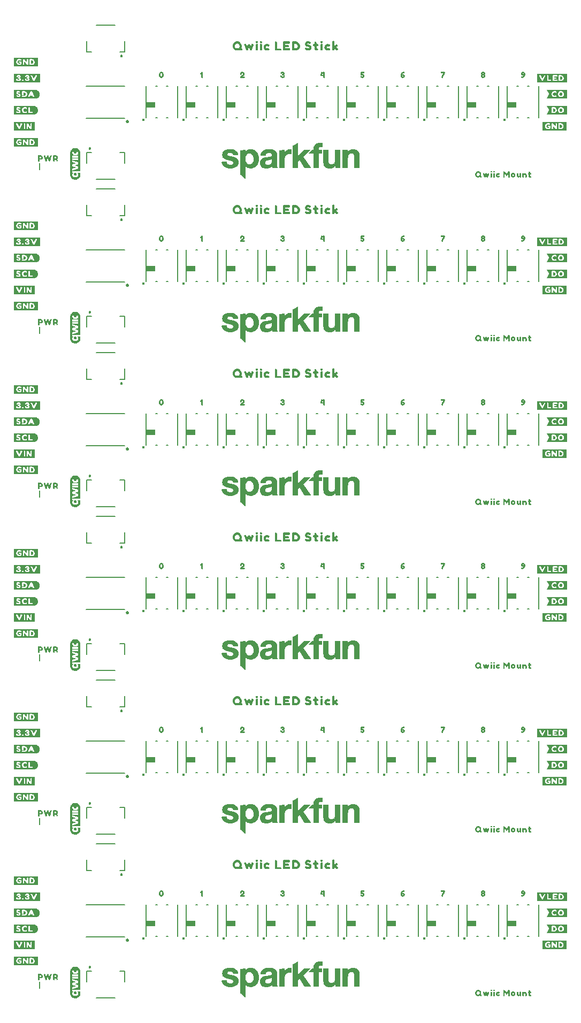
<source format=gto>
G04 EAGLE Gerber RS-274X export*
G75*
%MOMM*%
%FSLAX34Y34*%
%LPD*%
%INSilkscreen Top*%
%IPPOS*%
%AMOC8*
5,1,8,0,0,1.08239X$1,22.5*%
G01*
%ADD10C,0.203200*%
%ADD11C,0.127000*%
%ADD12R,1.550000X0.890000*%
%ADD13C,0.406400*%
%ADD14C,0.254000*%

G36*
X386425Y1301382D02*
X386425Y1301382D01*
X386451Y1301383D01*
X386505Y1301413D01*
X386563Y1301435D01*
X386580Y1301454D01*
X386603Y1301466D01*
X386638Y1301517D01*
X386680Y1301562D01*
X386688Y1301587D01*
X386703Y1301608D01*
X386719Y1301692D01*
X386730Y1301728D01*
X386728Y1301738D01*
X386730Y1301750D01*
X386730Y1321191D01*
X386953Y1320912D01*
X386960Y1320907D01*
X386966Y1320897D01*
X387766Y1319997D01*
X387795Y1319977D01*
X387832Y1319939D01*
X388832Y1319239D01*
X388843Y1319234D01*
X388854Y1319224D01*
X389854Y1318624D01*
X389877Y1318617D01*
X389904Y1318599D01*
X391104Y1318099D01*
X391125Y1318095D01*
X391150Y1318083D01*
X392250Y1317783D01*
X392269Y1317782D01*
X392292Y1317774D01*
X393592Y1317574D01*
X393605Y1317575D01*
X393621Y1317571D01*
X394921Y1317471D01*
X394950Y1317475D01*
X394989Y1317472D01*
X397889Y1317772D01*
X397923Y1317784D01*
X397979Y1317792D01*
X400479Y1318692D01*
X400509Y1318712D01*
X400561Y1318734D01*
X402661Y1320134D01*
X402685Y1320159D01*
X402726Y1320189D01*
X404526Y1322089D01*
X404543Y1322118D01*
X404577Y1322157D01*
X405877Y1324357D01*
X405884Y1324379D01*
X405901Y1324404D01*
X406901Y1326804D01*
X406906Y1326832D01*
X406921Y1326868D01*
X407521Y1329568D01*
X407521Y1329592D01*
X407529Y1329623D01*
X407729Y1332423D01*
X407726Y1332446D01*
X407729Y1332475D01*
X407529Y1335475D01*
X407522Y1335498D01*
X407522Y1335530D01*
X406922Y1338330D01*
X406916Y1338343D01*
X406915Y1338355D01*
X406907Y1338369D01*
X406903Y1338391D01*
X405903Y1340891D01*
X405890Y1340910D01*
X405881Y1340937D01*
X404581Y1343237D01*
X404556Y1343264D01*
X404526Y1343312D01*
X402726Y1345212D01*
X402698Y1345230D01*
X402664Y1345264D01*
X400464Y1346764D01*
X400428Y1346778D01*
X400370Y1346811D01*
X397670Y1347711D01*
X397636Y1347714D01*
X397587Y1347728D01*
X394487Y1348028D01*
X394459Y1348025D01*
X394421Y1348029D01*
X393121Y1347929D01*
X393106Y1347925D01*
X393088Y1347925D01*
X391888Y1347725D01*
X391875Y1347720D01*
X391858Y1347719D01*
X390658Y1347419D01*
X390642Y1347411D01*
X390620Y1347407D01*
X389520Y1347007D01*
X389488Y1346987D01*
X389432Y1346962D01*
X387432Y1345562D01*
X387408Y1345535D01*
X387366Y1345503D01*
X386566Y1344603D01*
X386558Y1344588D01*
X386542Y1344574D01*
X386430Y1344419D01*
X386430Y1346850D01*
X386414Y1346918D01*
X386405Y1346987D01*
X386395Y1347001D01*
X386391Y1347019D01*
X386346Y1347072D01*
X386307Y1347130D01*
X386292Y1347139D01*
X386281Y1347152D01*
X386217Y1347181D01*
X386156Y1347215D01*
X386137Y1347217D01*
X386122Y1347223D01*
X386083Y1347222D01*
X386012Y1347228D01*
X385012Y1347128D01*
X384993Y1347122D01*
X384968Y1347121D01*
X383188Y1346726D01*
X382308Y1346628D01*
X382294Y1346623D01*
X382275Y1346623D01*
X381292Y1346426D01*
X380408Y1346328D01*
X380391Y1346322D01*
X380368Y1346321D01*
X378568Y1345921D01*
X378559Y1345917D01*
X378549Y1345917D01*
X378481Y1345880D01*
X378411Y1345846D01*
X378405Y1345839D01*
X378397Y1345834D01*
X378353Y1345771D01*
X378305Y1345709D01*
X378303Y1345700D01*
X378297Y1345692D01*
X378270Y1345550D01*
X378270Y1308650D01*
X378287Y1308576D01*
X378300Y1308501D01*
X378307Y1308491D01*
X378309Y1308481D01*
X378333Y1308452D01*
X378381Y1308381D01*
X379281Y1307481D01*
X379297Y1307471D01*
X379312Y1307453D01*
X380304Y1306660D01*
X381296Y1305767D01*
X381304Y1305763D01*
X381312Y1305753D01*
X382296Y1304966D01*
X383181Y1304081D01*
X383189Y1304076D01*
X383196Y1304067D01*
X384196Y1303167D01*
X384204Y1303163D01*
X384212Y1303153D01*
X385196Y1302366D01*
X386081Y1301481D01*
X386103Y1301468D01*
X386119Y1301448D01*
X386176Y1301422D01*
X386228Y1301390D01*
X386254Y1301387D01*
X386278Y1301377D01*
X386339Y1301379D01*
X386401Y1301373D01*
X386425Y1301382D01*
G37*
G36*
X386425Y5982D02*
X386425Y5982D01*
X386451Y5983D01*
X386505Y6013D01*
X386563Y6035D01*
X386580Y6054D01*
X386603Y6066D01*
X386638Y6117D01*
X386680Y6162D01*
X386688Y6187D01*
X386703Y6208D01*
X386719Y6292D01*
X386730Y6328D01*
X386728Y6338D01*
X386730Y6350D01*
X386730Y25791D01*
X386953Y25512D01*
X386960Y25507D01*
X386966Y25497D01*
X387766Y24597D01*
X387795Y24577D01*
X387832Y24539D01*
X388832Y23839D01*
X388843Y23834D01*
X388854Y23824D01*
X389854Y23224D01*
X389877Y23217D01*
X389904Y23199D01*
X391104Y22699D01*
X391125Y22695D01*
X391150Y22683D01*
X392250Y22383D01*
X392269Y22382D01*
X392292Y22374D01*
X393592Y22174D01*
X393605Y22175D01*
X393621Y22171D01*
X394921Y22071D01*
X394950Y22075D01*
X394989Y22072D01*
X397889Y22372D01*
X397923Y22384D01*
X397979Y22392D01*
X400479Y23292D01*
X400509Y23312D01*
X400561Y23334D01*
X402661Y24734D01*
X402685Y24759D01*
X402726Y24789D01*
X404526Y26689D01*
X404543Y26718D01*
X404577Y26757D01*
X405877Y28957D01*
X405884Y28979D01*
X405901Y29004D01*
X406901Y31404D01*
X406906Y31432D01*
X406921Y31468D01*
X407521Y34168D01*
X407521Y34192D01*
X407529Y34223D01*
X407729Y37023D01*
X407726Y37046D01*
X407729Y37075D01*
X407529Y40075D01*
X407522Y40098D01*
X407522Y40130D01*
X406922Y42930D01*
X406916Y42943D01*
X406915Y42955D01*
X406907Y42969D01*
X406903Y42991D01*
X405903Y45491D01*
X405890Y45510D01*
X405881Y45537D01*
X404581Y47837D01*
X404556Y47864D01*
X404526Y47912D01*
X402726Y49812D01*
X402698Y49830D01*
X402664Y49864D01*
X400464Y51364D01*
X400428Y51378D01*
X400370Y51411D01*
X397670Y52311D01*
X397636Y52314D01*
X397587Y52328D01*
X394487Y52628D01*
X394459Y52625D01*
X394421Y52629D01*
X393121Y52529D01*
X393106Y52525D01*
X393088Y52525D01*
X391888Y52325D01*
X391875Y52320D01*
X391858Y52319D01*
X390658Y52019D01*
X390642Y52011D01*
X390620Y52007D01*
X389520Y51607D01*
X389488Y51587D01*
X389432Y51562D01*
X387432Y50162D01*
X387408Y50135D01*
X387366Y50103D01*
X386566Y49203D01*
X386558Y49188D01*
X386542Y49174D01*
X386430Y49019D01*
X386430Y51450D01*
X386414Y51518D01*
X386405Y51587D01*
X386395Y51601D01*
X386391Y51619D01*
X386346Y51672D01*
X386307Y51730D01*
X386292Y51739D01*
X386281Y51752D01*
X386217Y51781D01*
X386156Y51815D01*
X386137Y51817D01*
X386122Y51823D01*
X386083Y51822D01*
X386012Y51828D01*
X385012Y51728D01*
X384993Y51722D01*
X384968Y51721D01*
X383188Y51326D01*
X382308Y51228D01*
X382294Y51223D01*
X382275Y51223D01*
X381292Y51026D01*
X380408Y50928D01*
X380391Y50922D01*
X380368Y50921D01*
X378568Y50521D01*
X378559Y50517D01*
X378549Y50517D01*
X378481Y50480D01*
X378411Y50446D01*
X378405Y50439D01*
X378397Y50434D01*
X378353Y50371D01*
X378305Y50309D01*
X378303Y50300D01*
X378297Y50292D01*
X378270Y50150D01*
X378270Y13250D01*
X378287Y13176D01*
X378300Y13101D01*
X378307Y13091D01*
X378309Y13081D01*
X378333Y13052D01*
X378381Y12981D01*
X379281Y12081D01*
X379297Y12071D01*
X379312Y12053D01*
X380304Y11260D01*
X381296Y10367D01*
X381304Y10363D01*
X381312Y10353D01*
X382296Y9566D01*
X383181Y8681D01*
X383189Y8676D01*
X383196Y8667D01*
X384196Y7767D01*
X384204Y7763D01*
X384212Y7753D01*
X385196Y6966D01*
X386081Y6081D01*
X386103Y6068D01*
X386119Y6048D01*
X386176Y6022D01*
X386228Y5990D01*
X386254Y5987D01*
X386278Y5977D01*
X386339Y5979D01*
X386401Y5973D01*
X386425Y5982D01*
G37*
G36*
X386425Y783222D02*
X386425Y783222D01*
X386451Y783223D01*
X386505Y783253D01*
X386563Y783275D01*
X386580Y783294D01*
X386603Y783306D01*
X386638Y783357D01*
X386680Y783402D01*
X386688Y783427D01*
X386703Y783448D01*
X386719Y783532D01*
X386730Y783568D01*
X386728Y783578D01*
X386730Y783590D01*
X386730Y803031D01*
X386953Y802752D01*
X386960Y802747D01*
X386966Y802737D01*
X387766Y801837D01*
X387795Y801817D01*
X387832Y801779D01*
X388832Y801079D01*
X388843Y801074D01*
X388854Y801064D01*
X389854Y800464D01*
X389877Y800457D01*
X389904Y800439D01*
X391104Y799939D01*
X391125Y799935D01*
X391150Y799923D01*
X392250Y799623D01*
X392269Y799622D01*
X392292Y799614D01*
X393592Y799414D01*
X393605Y799415D01*
X393621Y799411D01*
X394921Y799311D01*
X394950Y799315D01*
X394989Y799312D01*
X397889Y799612D01*
X397923Y799624D01*
X397979Y799632D01*
X400479Y800532D01*
X400509Y800552D01*
X400561Y800574D01*
X402661Y801974D01*
X402685Y801999D01*
X402726Y802029D01*
X404526Y803929D01*
X404543Y803958D01*
X404577Y803997D01*
X405877Y806197D01*
X405884Y806219D01*
X405901Y806244D01*
X406901Y808644D01*
X406906Y808672D01*
X406921Y808708D01*
X407521Y811408D01*
X407521Y811432D01*
X407529Y811463D01*
X407729Y814263D01*
X407726Y814286D01*
X407729Y814315D01*
X407529Y817315D01*
X407522Y817338D01*
X407522Y817370D01*
X406922Y820170D01*
X406916Y820183D01*
X406915Y820195D01*
X406907Y820209D01*
X406903Y820231D01*
X405903Y822731D01*
X405890Y822750D01*
X405881Y822777D01*
X404581Y825077D01*
X404556Y825104D01*
X404526Y825152D01*
X402726Y827052D01*
X402698Y827070D01*
X402664Y827104D01*
X400464Y828604D01*
X400428Y828618D01*
X400370Y828651D01*
X397670Y829551D01*
X397636Y829554D01*
X397587Y829568D01*
X394487Y829868D01*
X394459Y829865D01*
X394421Y829869D01*
X393121Y829769D01*
X393106Y829765D01*
X393088Y829765D01*
X391888Y829565D01*
X391875Y829560D01*
X391858Y829559D01*
X390658Y829259D01*
X390642Y829251D01*
X390620Y829247D01*
X389520Y828847D01*
X389488Y828827D01*
X389432Y828802D01*
X387432Y827402D01*
X387408Y827375D01*
X387366Y827343D01*
X386566Y826443D01*
X386558Y826428D01*
X386542Y826414D01*
X386430Y826259D01*
X386430Y828690D01*
X386414Y828758D01*
X386405Y828827D01*
X386395Y828841D01*
X386391Y828859D01*
X386346Y828912D01*
X386307Y828970D01*
X386292Y828979D01*
X386281Y828992D01*
X386217Y829021D01*
X386156Y829055D01*
X386137Y829057D01*
X386122Y829063D01*
X386083Y829062D01*
X386012Y829068D01*
X385012Y828968D01*
X384993Y828962D01*
X384968Y828961D01*
X383188Y828566D01*
X382308Y828468D01*
X382294Y828463D01*
X382275Y828463D01*
X381292Y828266D01*
X380408Y828168D01*
X380391Y828162D01*
X380368Y828161D01*
X378568Y827761D01*
X378559Y827757D01*
X378549Y827757D01*
X378481Y827720D01*
X378411Y827686D01*
X378405Y827679D01*
X378397Y827674D01*
X378353Y827611D01*
X378305Y827549D01*
X378303Y827540D01*
X378297Y827532D01*
X378270Y827390D01*
X378270Y790490D01*
X378287Y790416D01*
X378300Y790341D01*
X378307Y790331D01*
X378309Y790321D01*
X378333Y790292D01*
X378381Y790221D01*
X379281Y789321D01*
X379297Y789311D01*
X379312Y789293D01*
X380304Y788500D01*
X381296Y787607D01*
X381304Y787603D01*
X381312Y787593D01*
X382296Y786806D01*
X383181Y785921D01*
X383189Y785916D01*
X383196Y785907D01*
X384196Y785007D01*
X384204Y785003D01*
X384212Y784993D01*
X385196Y784206D01*
X386081Y783321D01*
X386103Y783308D01*
X386119Y783288D01*
X386176Y783262D01*
X386228Y783230D01*
X386254Y783227D01*
X386278Y783217D01*
X386339Y783219D01*
X386401Y783213D01*
X386425Y783222D01*
G37*
G36*
X386425Y265062D02*
X386425Y265062D01*
X386451Y265063D01*
X386505Y265093D01*
X386563Y265115D01*
X386580Y265134D01*
X386603Y265146D01*
X386638Y265197D01*
X386680Y265242D01*
X386688Y265267D01*
X386703Y265288D01*
X386719Y265372D01*
X386730Y265408D01*
X386728Y265418D01*
X386730Y265430D01*
X386730Y284871D01*
X386953Y284592D01*
X386960Y284587D01*
X386966Y284577D01*
X387766Y283677D01*
X387795Y283657D01*
X387832Y283619D01*
X388832Y282919D01*
X388843Y282914D01*
X388854Y282904D01*
X389854Y282304D01*
X389877Y282297D01*
X389904Y282279D01*
X391104Y281779D01*
X391125Y281775D01*
X391150Y281763D01*
X392250Y281463D01*
X392269Y281462D01*
X392292Y281454D01*
X393592Y281254D01*
X393605Y281255D01*
X393621Y281251D01*
X394921Y281151D01*
X394950Y281155D01*
X394989Y281152D01*
X397889Y281452D01*
X397923Y281464D01*
X397979Y281472D01*
X400479Y282372D01*
X400509Y282392D01*
X400561Y282414D01*
X402661Y283814D01*
X402685Y283839D01*
X402726Y283869D01*
X404526Y285769D01*
X404543Y285798D01*
X404577Y285837D01*
X405877Y288037D01*
X405884Y288059D01*
X405901Y288084D01*
X406901Y290484D01*
X406906Y290512D01*
X406921Y290548D01*
X407521Y293248D01*
X407521Y293272D01*
X407529Y293303D01*
X407729Y296103D01*
X407726Y296126D01*
X407729Y296155D01*
X407529Y299155D01*
X407522Y299178D01*
X407522Y299210D01*
X406922Y302010D01*
X406916Y302023D01*
X406915Y302035D01*
X406907Y302049D01*
X406903Y302071D01*
X405903Y304571D01*
X405890Y304590D01*
X405881Y304617D01*
X404581Y306917D01*
X404556Y306944D01*
X404526Y306992D01*
X402726Y308892D01*
X402698Y308910D01*
X402664Y308944D01*
X400464Y310444D01*
X400428Y310458D01*
X400370Y310491D01*
X397670Y311391D01*
X397636Y311394D01*
X397587Y311408D01*
X394487Y311708D01*
X394459Y311705D01*
X394421Y311709D01*
X393121Y311609D01*
X393106Y311605D01*
X393088Y311605D01*
X391888Y311405D01*
X391875Y311400D01*
X391858Y311399D01*
X390658Y311099D01*
X390642Y311091D01*
X390620Y311087D01*
X389520Y310687D01*
X389488Y310667D01*
X389432Y310642D01*
X387432Y309242D01*
X387408Y309215D01*
X387366Y309183D01*
X386566Y308283D01*
X386558Y308268D01*
X386542Y308254D01*
X386430Y308099D01*
X386430Y310530D01*
X386414Y310598D01*
X386405Y310667D01*
X386395Y310681D01*
X386391Y310699D01*
X386346Y310752D01*
X386307Y310810D01*
X386292Y310819D01*
X386281Y310832D01*
X386217Y310861D01*
X386156Y310895D01*
X386137Y310897D01*
X386122Y310903D01*
X386083Y310902D01*
X386012Y310908D01*
X385012Y310808D01*
X384993Y310802D01*
X384968Y310801D01*
X383188Y310406D01*
X382308Y310308D01*
X382294Y310303D01*
X382275Y310303D01*
X381292Y310106D01*
X380408Y310008D01*
X380391Y310002D01*
X380368Y310001D01*
X378568Y309601D01*
X378559Y309597D01*
X378549Y309597D01*
X378481Y309560D01*
X378411Y309526D01*
X378405Y309519D01*
X378397Y309514D01*
X378353Y309451D01*
X378305Y309389D01*
X378303Y309380D01*
X378297Y309372D01*
X378270Y309230D01*
X378270Y272330D01*
X378287Y272256D01*
X378300Y272181D01*
X378307Y272171D01*
X378309Y272161D01*
X378333Y272132D01*
X378381Y272061D01*
X379281Y271161D01*
X379297Y271151D01*
X379312Y271133D01*
X380304Y270340D01*
X381296Y269447D01*
X381304Y269443D01*
X381312Y269433D01*
X382296Y268646D01*
X383181Y267761D01*
X383189Y267756D01*
X383196Y267747D01*
X384196Y266847D01*
X384204Y266843D01*
X384212Y266833D01*
X385196Y266046D01*
X386081Y265161D01*
X386103Y265148D01*
X386119Y265128D01*
X386176Y265102D01*
X386228Y265070D01*
X386254Y265067D01*
X386278Y265057D01*
X386339Y265059D01*
X386401Y265053D01*
X386425Y265062D01*
G37*
G36*
X386425Y524142D02*
X386425Y524142D01*
X386451Y524143D01*
X386505Y524173D01*
X386563Y524195D01*
X386580Y524214D01*
X386603Y524226D01*
X386638Y524277D01*
X386680Y524322D01*
X386688Y524347D01*
X386703Y524368D01*
X386719Y524452D01*
X386730Y524488D01*
X386728Y524498D01*
X386730Y524510D01*
X386730Y543951D01*
X386953Y543672D01*
X386960Y543667D01*
X386966Y543657D01*
X387766Y542757D01*
X387795Y542737D01*
X387832Y542699D01*
X388832Y541999D01*
X388843Y541994D01*
X388854Y541984D01*
X389854Y541384D01*
X389877Y541377D01*
X389904Y541359D01*
X391104Y540859D01*
X391125Y540855D01*
X391150Y540843D01*
X392250Y540543D01*
X392269Y540542D01*
X392292Y540534D01*
X393592Y540334D01*
X393605Y540335D01*
X393621Y540331D01*
X394921Y540231D01*
X394950Y540235D01*
X394989Y540232D01*
X397889Y540532D01*
X397923Y540544D01*
X397979Y540552D01*
X400479Y541452D01*
X400509Y541472D01*
X400561Y541494D01*
X402661Y542894D01*
X402685Y542919D01*
X402726Y542949D01*
X404526Y544849D01*
X404543Y544878D01*
X404577Y544917D01*
X405877Y547117D01*
X405884Y547139D01*
X405901Y547164D01*
X406901Y549564D01*
X406906Y549592D01*
X406921Y549628D01*
X407521Y552328D01*
X407521Y552352D01*
X407529Y552383D01*
X407729Y555183D01*
X407726Y555206D01*
X407729Y555235D01*
X407529Y558235D01*
X407522Y558258D01*
X407522Y558290D01*
X406922Y561090D01*
X406916Y561103D01*
X406915Y561115D01*
X406907Y561129D01*
X406903Y561151D01*
X405903Y563651D01*
X405890Y563670D01*
X405881Y563697D01*
X404581Y565997D01*
X404556Y566024D01*
X404526Y566072D01*
X402726Y567972D01*
X402698Y567990D01*
X402664Y568024D01*
X400464Y569524D01*
X400428Y569538D01*
X400370Y569571D01*
X397670Y570471D01*
X397636Y570474D01*
X397587Y570488D01*
X394487Y570788D01*
X394459Y570785D01*
X394421Y570789D01*
X393121Y570689D01*
X393106Y570685D01*
X393088Y570685D01*
X391888Y570485D01*
X391875Y570480D01*
X391858Y570479D01*
X390658Y570179D01*
X390642Y570171D01*
X390620Y570167D01*
X389520Y569767D01*
X389488Y569747D01*
X389432Y569722D01*
X387432Y568322D01*
X387408Y568295D01*
X387366Y568263D01*
X386566Y567363D01*
X386558Y567348D01*
X386542Y567334D01*
X386430Y567179D01*
X386430Y569610D01*
X386414Y569678D01*
X386405Y569747D01*
X386395Y569761D01*
X386391Y569779D01*
X386346Y569832D01*
X386307Y569890D01*
X386292Y569899D01*
X386281Y569912D01*
X386217Y569941D01*
X386156Y569975D01*
X386137Y569977D01*
X386122Y569983D01*
X386083Y569982D01*
X386012Y569988D01*
X385012Y569888D01*
X384993Y569882D01*
X384968Y569881D01*
X383188Y569486D01*
X382308Y569388D01*
X382294Y569383D01*
X382275Y569383D01*
X381292Y569186D01*
X380408Y569088D01*
X380391Y569082D01*
X380368Y569081D01*
X378568Y568681D01*
X378559Y568677D01*
X378549Y568677D01*
X378481Y568640D01*
X378411Y568606D01*
X378405Y568599D01*
X378397Y568594D01*
X378353Y568531D01*
X378305Y568469D01*
X378303Y568460D01*
X378297Y568452D01*
X378270Y568310D01*
X378270Y531410D01*
X378287Y531336D01*
X378300Y531261D01*
X378307Y531251D01*
X378309Y531241D01*
X378333Y531212D01*
X378381Y531141D01*
X379281Y530241D01*
X379297Y530231D01*
X379312Y530213D01*
X380304Y529420D01*
X381296Y528527D01*
X381304Y528523D01*
X381312Y528513D01*
X382296Y527726D01*
X383181Y526841D01*
X383189Y526836D01*
X383196Y526827D01*
X384196Y525927D01*
X384204Y525923D01*
X384212Y525913D01*
X385196Y525126D01*
X386081Y524241D01*
X386103Y524228D01*
X386119Y524208D01*
X386176Y524182D01*
X386228Y524150D01*
X386254Y524147D01*
X386278Y524137D01*
X386339Y524139D01*
X386401Y524133D01*
X386425Y524142D01*
G37*
G36*
X386425Y1042302D02*
X386425Y1042302D01*
X386451Y1042303D01*
X386505Y1042333D01*
X386563Y1042355D01*
X386580Y1042374D01*
X386603Y1042386D01*
X386638Y1042437D01*
X386680Y1042482D01*
X386688Y1042507D01*
X386703Y1042528D01*
X386719Y1042612D01*
X386730Y1042648D01*
X386728Y1042658D01*
X386730Y1042670D01*
X386730Y1062111D01*
X386953Y1061832D01*
X386960Y1061827D01*
X386966Y1061817D01*
X387766Y1060917D01*
X387795Y1060897D01*
X387832Y1060859D01*
X388832Y1060159D01*
X388843Y1060154D01*
X388854Y1060144D01*
X389854Y1059544D01*
X389877Y1059537D01*
X389904Y1059519D01*
X391104Y1059019D01*
X391125Y1059015D01*
X391150Y1059003D01*
X392250Y1058703D01*
X392269Y1058702D01*
X392292Y1058694D01*
X393592Y1058494D01*
X393605Y1058495D01*
X393621Y1058491D01*
X394921Y1058391D01*
X394950Y1058395D01*
X394989Y1058392D01*
X397889Y1058692D01*
X397923Y1058704D01*
X397979Y1058712D01*
X400479Y1059612D01*
X400509Y1059632D01*
X400561Y1059654D01*
X402661Y1061054D01*
X402685Y1061079D01*
X402726Y1061109D01*
X404526Y1063009D01*
X404543Y1063038D01*
X404577Y1063077D01*
X405877Y1065277D01*
X405884Y1065299D01*
X405901Y1065324D01*
X406901Y1067724D01*
X406906Y1067752D01*
X406921Y1067788D01*
X407521Y1070488D01*
X407521Y1070512D01*
X407529Y1070543D01*
X407729Y1073343D01*
X407726Y1073366D01*
X407729Y1073395D01*
X407529Y1076395D01*
X407522Y1076418D01*
X407522Y1076450D01*
X406922Y1079250D01*
X406916Y1079263D01*
X406915Y1079275D01*
X406907Y1079289D01*
X406903Y1079311D01*
X405903Y1081811D01*
X405890Y1081830D01*
X405881Y1081857D01*
X404581Y1084157D01*
X404556Y1084184D01*
X404526Y1084232D01*
X402726Y1086132D01*
X402698Y1086150D01*
X402664Y1086184D01*
X400464Y1087684D01*
X400428Y1087698D01*
X400370Y1087731D01*
X397670Y1088631D01*
X397636Y1088634D01*
X397587Y1088648D01*
X394487Y1088948D01*
X394459Y1088945D01*
X394421Y1088949D01*
X393121Y1088849D01*
X393106Y1088845D01*
X393088Y1088845D01*
X391888Y1088645D01*
X391875Y1088640D01*
X391858Y1088639D01*
X390658Y1088339D01*
X390642Y1088331D01*
X390620Y1088327D01*
X389520Y1087927D01*
X389488Y1087907D01*
X389432Y1087882D01*
X387432Y1086482D01*
X387408Y1086455D01*
X387366Y1086423D01*
X386566Y1085523D01*
X386558Y1085508D01*
X386542Y1085494D01*
X386430Y1085339D01*
X386430Y1087770D01*
X386414Y1087838D01*
X386405Y1087907D01*
X386395Y1087921D01*
X386391Y1087939D01*
X386346Y1087992D01*
X386307Y1088050D01*
X386292Y1088059D01*
X386281Y1088072D01*
X386217Y1088101D01*
X386156Y1088135D01*
X386137Y1088137D01*
X386122Y1088143D01*
X386083Y1088142D01*
X386012Y1088148D01*
X385012Y1088048D01*
X384993Y1088042D01*
X384968Y1088041D01*
X383188Y1087646D01*
X382308Y1087548D01*
X382294Y1087543D01*
X382275Y1087543D01*
X381292Y1087346D01*
X380408Y1087248D01*
X380391Y1087242D01*
X380368Y1087241D01*
X378568Y1086841D01*
X378559Y1086837D01*
X378549Y1086837D01*
X378481Y1086800D01*
X378411Y1086766D01*
X378405Y1086759D01*
X378397Y1086754D01*
X378353Y1086691D01*
X378305Y1086629D01*
X378303Y1086620D01*
X378297Y1086612D01*
X378270Y1086470D01*
X378270Y1049570D01*
X378287Y1049496D01*
X378300Y1049421D01*
X378307Y1049411D01*
X378309Y1049401D01*
X378333Y1049372D01*
X378381Y1049301D01*
X379281Y1048401D01*
X379297Y1048391D01*
X379312Y1048373D01*
X380304Y1047580D01*
X381296Y1046687D01*
X381304Y1046683D01*
X381312Y1046673D01*
X382296Y1045886D01*
X383181Y1045001D01*
X383189Y1044996D01*
X383196Y1044987D01*
X384196Y1044087D01*
X384204Y1044083D01*
X384212Y1044073D01*
X385196Y1043286D01*
X386081Y1042401D01*
X386103Y1042388D01*
X386119Y1042368D01*
X386176Y1042342D01*
X386228Y1042310D01*
X386254Y1042307D01*
X386278Y1042297D01*
X386339Y1042299D01*
X386401Y1042293D01*
X386425Y1042302D01*
G37*
G36*
X117031Y522578D02*
X117031Y522578D01*
X117039Y522575D01*
X118617Y522735D01*
X118621Y522738D01*
X118629Y522737D01*
X120145Y523203D01*
X120149Y523207D01*
X120157Y523208D01*
X121553Y523959D01*
X121556Y523964D01*
X121563Y523966D01*
X122785Y524977D01*
X122787Y524983D01*
X122794Y524986D01*
X123795Y526216D01*
X123795Y526221D01*
X123801Y526226D01*
X124545Y527626D01*
X124545Y527630D01*
X124547Y527632D01*
X124547Y527634D01*
X124550Y527637D01*
X125007Y529155D01*
X125005Y529160D01*
X125009Y529167D01*
X125167Y530745D01*
X125166Y530748D01*
X125167Y530751D01*
X125167Y533248D01*
X125155Y533267D01*
X125151Y533290D01*
X125136Y533296D01*
X125131Y533305D01*
X125120Y533303D01*
X125104Y533310D01*
X124954Y533309D01*
X120572Y533309D01*
X120561Y533302D01*
X120548Y533304D01*
X120535Y533285D01*
X120515Y533272D01*
X120517Y533259D01*
X120509Y533248D01*
X120524Y533214D01*
X120525Y533205D01*
X120528Y533203D01*
X120529Y533201D01*
X120529Y533200D01*
X120768Y532978D01*
X121122Y532597D01*
X121406Y532164D01*
X121619Y531692D01*
X121745Y531190D01*
X121802Y530674D01*
X121781Y530153D01*
X121732Y529634D01*
X121595Y529132D01*
X121425Y528641D01*
X121171Y528188D01*
X120864Y527771D01*
X120517Y527384D01*
X120098Y527076D01*
X119658Y526799D01*
X119183Y526584D01*
X118688Y526424D01*
X118181Y526299D01*
X117139Y526200D01*
X116095Y526265D01*
X115586Y526380D01*
X115081Y526513D01*
X114608Y526729D01*
X114153Y526983D01*
X113733Y527289D01*
X113372Y527661D01*
X113047Y528064D01*
X112794Y528518D01*
X112606Y529002D01*
X112455Y529499D01*
X112375Y530540D01*
X112424Y531057D01*
X112540Y531563D01*
X112729Y532045D01*
X112998Y532487D01*
X113331Y532888D01*
X113626Y533203D01*
X113627Y533213D01*
X113634Y533217D01*
X113634Y533218D01*
X113637Y533220D01*
X113633Y533245D01*
X113638Y533270D01*
X113629Y533276D01*
X113627Y533287D01*
X113586Y533306D01*
X113582Y533309D01*
X113581Y533308D01*
X113580Y533309D01*
X112525Y533309D01*
X112472Y533313D01*
X112472Y536258D01*
X125112Y536258D01*
X125131Y536270D01*
X125154Y536274D01*
X125160Y536289D01*
X125169Y536294D01*
X125167Y536305D01*
X125174Y536321D01*
X125167Y536831D01*
X125167Y564329D01*
X125166Y564331D01*
X125167Y564333D01*
X125134Y564860D01*
X125134Y564861D01*
X125134Y564863D01*
X125028Y565915D01*
X125026Y565917D01*
X125027Y565921D01*
X124920Y566437D01*
X124918Y566439D01*
X124919Y566442D01*
X124605Y567453D01*
X124603Y567454D01*
X124603Y567458D01*
X124398Y567943D01*
X124396Y567945D01*
X124396Y567949D01*
X123891Y568878D01*
X123888Y568880D01*
X123888Y568884D01*
X123590Y569318D01*
X123587Y569319D01*
X123586Y569322D01*
X122913Y570138D01*
X122910Y570139D01*
X122908Y570143D01*
X122529Y570508D01*
X122527Y570509D01*
X122525Y570511D01*
X121710Y571184D01*
X121706Y571185D01*
X121703Y571189D01*
X121258Y571470D01*
X121256Y571470D01*
X121254Y571472D01*
X120325Y571977D01*
X120321Y571976D01*
X120317Y571980D01*
X119824Y572166D01*
X119822Y572165D01*
X119820Y572167D01*
X118810Y572481D01*
X118807Y572480D01*
X118802Y572483D01*
X118282Y572568D01*
X118281Y572567D01*
X118279Y572569D01*
X117226Y572675D01*
X117223Y572673D01*
X117219Y572675D01*
X116693Y572667D01*
X116691Y572665D01*
X116688Y572666D01*
X115635Y572560D01*
X115633Y572558D01*
X115629Y572559D01*
X115113Y572457D01*
X115111Y572455D01*
X115107Y572455D01*
X114097Y572142D01*
X114095Y572139D01*
X114091Y572140D01*
X113605Y571938D01*
X113603Y571936D01*
X113599Y571936D01*
X112670Y571431D01*
X112668Y571429D01*
X112664Y571428D01*
X112228Y571133D01*
X112227Y571131D01*
X112223Y571130D01*
X111408Y570457D01*
X111407Y570454D01*
X111403Y570452D01*
X111035Y570075D01*
X111034Y570073D01*
X111031Y570072D01*
X110358Y569256D01*
X110358Y569252D01*
X110354Y569250D01*
X110070Y568806D01*
X110070Y568804D01*
X110067Y568803D01*
X109563Y567873D01*
X109563Y567869D01*
X109559Y567866D01*
X109370Y567374D01*
X109370Y567372D01*
X109369Y567370D01*
X109055Y566360D01*
X109056Y566357D01*
X109053Y566352D01*
X108963Y565834D01*
X108964Y565832D01*
X108963Y565829D01*
X108857Y564777D01*
X108832Y564536D01*
X108834Y564533D01*
X108832Y564530D01*
X108832Y531214D01*
X108837Y530685D01*
X108839Y530683D01*
X108838Y530680D01*
X108997Y529101D01*
X109000Y529097D01*
X108999Y529089D01*
X109469Y527574D01*
X109474Y527570D01*
X109474Y527562D01*
X110232Y526169D01*
X110236Y526166D01*
X110238Y526159D01*
X110383Y525985D01*
X110540Y525797D01*
X110592Y525734D01*
X110697Y525609D01*
X110749Y525546D01*
X110854Y525420D01*
X110906Y525358D01*
X111011Y525232D01*
X111063Y525169D01*
X111168Y525044D01*
X111220Y524981D01*
X111254Y524941D01*
X111259Y524939D01*
X111263Y524932D01*
X112494Y523934D01*
X112500Y523934D01*
X112504Y523928D01*
X113433Y523423D01*
X113435Y523424D01*
X113435Y523422D01*
X113907Y523187D01*
X113912Y523188D01*
X113917Y523183D01*
X114927Y522870D01*
X114928Y522870D01*
X114929Y522869D01*
X115437Y522730D01*
X115442Y522731D01*
X115448Y522728D01*
X117026Y522575D01*
X117031Y522578D01*
G37*
G36*
X117031Y1299818D02*
X117031Y1299818D01*
X117039Y1299815D01*
X118617Y1299975D01*
X118621Y1299978D01*
X118629Y1299977D01*
X120145Y1300443D01*
X120149Y1300447D01*
X120157Y1300448D01*
X121553Y1301199D01*
X121556Y1301204D01*
X121563Y1301206D01*
X122785Y1302217D01*
X122787Y1302223D01*
X122794Y1302226D01*
X123795Y1303456D01*
X123795Y1303461D01*
X123801Y1303466D01*
X124545Y1304866D01*
X124545Y1304870D01*
X124547Y1304872D01*
X124547Y1304874D01*
X124550Y1304877D01*
X125007Y1306395D01*
X125005Y1306400D01*
X125009Y1306407D01*
X125167Y1307985D01*
X125166Y1307988D01*
X125167Y1307991D01*
X125167Y1310488D01*
X125155Y1310507D01*
X125151Y1310530D01*
X125136Y1310536D01*
X125131Y1310545D01*
X125120Y1310543D01*
X125104Y1310550D01*
X124954Y1310549D01*
X120572Y1310549D01*
X120561Y1310542D01*
X120548Y1310544D01*
X120535Y1310525D01*
X120515Y1310512D01*
X120517Y1310499D01*
X120509Y1310488D01*
X120524Y1310454D01*
X120525Y1310445D01*
X120528Y1310443D01*
X120529Y1310441D01*
X120529Y1310440D01*
X120768Y1310218D01*
X121122Y1309837D01*
X121406Y1309404D01*
X121619Y1308932D01*
X121745Y1308430D01*
X121802Y1307914D01*
X121781Y1307393D01*
X121732Y1306874D01*
X121595Y1306372D01*
X121425Y1305881D01*
X121171Y1305428D01*
X120864Y1305011D01*
X120517Y1304624D01*
X120098Y1304316D01*
X119658Y1304039D01*
X119183Y1303824D01*
X118688Y1303664D01*
X118181Y1303539D01*
X117139Y1303440D01*
X116095Y1303505D01*
X115586Y1303620D01*
X115081Y1303753D01*
X114608Y1303969D01*
X114153Y1304223D01*
X113733Y1304529D01*
X113372Y1304901D01*
X113047Y1305304D01*
X112794Y1305758D01*
X112606Y1306242D01*
X112455Y1306739D01*
X112375Y1307780D01*
X112424Y1308297D01*
X112540Y1308803D01*
X112729Y1309285D01*
X112998Y1309727D01*
X113331Y1310128D01*
X113626Y1310443D01*
X113627Y1310453D01*
X113634Y1310457D01*
X113634Y1310458D01*
X113637Y1310460D01*
X113633Y1310485D01*
X113638Y1310510D01*
X113629Y1310516D01*
X113627Y1310527D01*
X113586Y1310546D01*
X113582Y1310549D01*
X113581Y1310548D01*
X113580Y1310549D01*
X112525Y1310549D01*
X112472Y1310553D01*
X112472Y1313498D01*
X125112Y1313498D01*
X125131Y1313510D01*
X125154Y1313514D01*
X125160Y1313529D01*
X125169Y1313534D01*
X125167Y1313545D01*
X125174Y1313561D01*
X125167Y1314071D01*
X125167Y1341569D01*
X125166Y1341571D01*
X125167Y1341573D01*
X125134Y1342100D01*
X125134Y1342101D01*
X125134Y1342103D01*
X125028Y1343155D01*
X125026Y1343157D01*
X125027Y1343161D01*
X124920Y1343677D01*
X124918Y1343679D01*
X124919Y1343682D01*
X124605Y1344693D01*
X124603Y1344694D01*
X124603Y1344698D01*
X124398Y1345183D01*
X124396Y1345185D01*
X124396Y1345189D01*
X123891Y1346118D01*
X123888Y1346120D01*
X123888Y1346124D01*
X123590Y1346558D01*
X123587Y1346559D01*
X123586Y1346562D01*
X122913Y1347378D01*
X122910Y1347379D01*
X122908Y1347383D01*
X122529Y1347748D01*
X122527Y1347749D01*
X122525Y1347751D01*
X121710Y1348424D01*
X121706Y1348425D01*
X121703Y1348429D01*
X121258Y1348710D01*
X121256Y1348710D01*
X121254Y1348712D01*
X120325Y1349217D01*
X120321Y1349216D01*
X120317Y1349220D01*
X119824Y1349406D01*
X119822Y1349405D01*
X119820Y1349407D01*
X118810Y1349721D01*
X118807Y1349720D01*
X118802Y1349723D01*
X118282Y1349808D01*
X118281Y1349807D01*
X118279Y1349809D01*
X117226Y1349915D01*
X117223Y1349913D01*
X117219Y1349915D01*
X116693Y1349907D01*
X116691Y1349905D01*
X116688Y1349906D01*
X115635Y1349800D01*
X115633Y1349798D01*
X115629Y1349799D01*
X115113Y1349697D01*
X115111Y1349695D01*
X115107Y1349695D01*
X114097Y1349382D01*
X114095Y1349379D01*
X114091Y1349380D01*
X113605Y1349178D01*
X113603Y1349176D01*
X113599Y1349176D01*
X112670Y1348671D01*
X112668Y1348669D01*
X112664Y1348668D01*
X112228Y1348373D01*
X112227Y1348371D01*
X112223Y1348370D01*
X111408Y1347697D01*
X111407Y1347694D01*
X111403Y1347692D01*
X111035Y1347315D01*
X111034Y1347313D01*
X111031Y1347312D01*
X110358Y1346496D01*
X110358Y1346492D01*
X110354Y1346490D01*
X110070Y1346046D01*
X110070Y1346044D01*
X110067Y1346043D01*
X109563Y1345113D01*
X109563Y1345109D01*
X109559Y1345106D01*
X109370Y1344614D01*
X109370Y1344612D01*
X109369Y1344610D01*
X109055Y1343600D01*
X109056Y1343597D01*
X109053Y1343592D01*
X108963Y1343074D01*
X108964Y1343072D01*
X108963Y1343069D01*
X108857Y1342017D01*
X108832Y1341776D01*
X108834Y1341773D01*
X108832Y1341770D01*
X108832Y1308454D01*
X108837Y1307925D01*
X108839Y1307923D01*
X108838Y1307920D01*
X108997Y1306341D01*
X109000Y1306337D01*
X108999Y1306329D01*
X109469Y1304814D01*
X109474Y1304810D01*
X109474Y1304802D01*
X110232Y1303409D01*
X110236Y1303406D01*
X110238Y1303399D01*
X110383Y1303225D01*
X110540Y1303037D01*
X110592Y1302974D01*
X110697Y1302849D01*
X110749Y1302786D01*
X110854Y1302660D01*
X110906Y1302598D01*
X111011Y1302472D01*
X111063Y1302409D01*
X111168Y1302284D01*
X111220Y1302221D01*
X111254Y1302181D01*
X111259Y1302179D01*
X111263Y1302172D01*
X112494Y1301174D01*
X112500Y1301174D01*
X112504Y1301168D01*
X113433Y1300663D01*
X113435Y1300664D01*
X113435Y1300662D01*
X113907Y1300427D01*
X113912Y1300428D01*
X113917Y1300423D01*
X114927Y1300110D01*
X114928Y1300110D01*
X114929Y1300109D01*
X115437Y1299970D01*
X115442Y1299971D01*
X115448Y1299968D01*
X117026Y1299815D01*
X117031Y1299818D01*
G37*
G36*
X117031Y781658D02*
X117031Y781658D01*
X117039Y781655D01*
X118617Y781815D01*
X118621Y781818D01*
X118629Y781817D01*
X120145Y782283D01*
X120149Y782287D01*
X120157Y782288D01*
X121553Y783039D01*
X121556Y783044D01*
X121563Y783046D01*
X122785Y784057D01*
X122787Y784063D01*
X122794Y784066D01*
X123795Y785296D01*
X123795Y785301D01*
X123801Y785306D01*
X124545Y786706D01*
X124545Y786710D01*
X124547Y786712D01*
X124547Y786714D01*
X124550Y786717D01*
X125007Y788235D01*
X125005Y788240D01*
X125009Y788247D01*
X125167Y789825D01*
X125166Y789828D01*
X125167Y789831D01*
X125167Y792328D01*
X125155Y792347D01*
X125151Y792370D01*
X125136Y792376D01*
X125131Y792385D01*
X125120Y792383D01*
X125104Y792390D01*
X124954Y792389D01*
X120572Y792389D01*
X120561Y792382D01*
X120548Y792384D01*
X120535Y792365D01*
X120515Y792352D01*
X120517Y792339D01*
X120509Y792328D01*
X120524Y792294D01*
X120525Y792285D01*
X120528Y792283D01*
X120529Y792281D01*
X120529Y792280D01*
X120768Y792058D01*
X121122Y791677D01*
X121406Y791244D01*
X121619Y790772D01*
X121745Y790270D01*
X121802Y789754D01*
X121781Y789233D01*
X121732Y788714D01*
X121595Y788212D01*
X121425Y787721D01*
X121171Y787268D01*
X120864Y786851D01*
X120517Y786464D01*
X120098Y786156D01*
X119658Y785879D01*
X119183Y785664D01*
X118688Y785504D01*
X118181Y785379D01*
X117139Y785280D01*
X116095Y785345D01*
X115586Y785460D01*
X115081Y785593D01*
X114608Y785809D01*
X114153Y786063D01*
X113733Y786369D01*
X113372Y786741D01*
X113047Y787144D01*
X112794Y787598D01*
X112606Y788082D01*
X112455Y788579D01*
X112375Y789620D01*
X112424Y790137D01*
X112540Y790643D01*
X112729Y791125D01*
X112998Y791567D01*
X113331Y791968D01*
X113626Y792283D01*
X113627Y792293D01*
X113634Y792297D01*
X113634Y792298D01*
X113637Y792300D01*
X113633Y792325D01*
X113638Y792350D01*
X113629Y792356D01*
X113627Y792367D01*
X113586Y792386D01*
X113582Y792389D01*
X113581Y792388D01*
X113580Y792389D01*
X112525Y792389D01*
X112472Y792393D01*
X112472Y795338D01*
X125112Y795338D01*
X125131Y795350D01*
X125154Y795354D01*
X125160Y795369D01*
X125169Y795374D01*
X125167Y795385D01*
X125174Y795401D01*
X125167Y795911D01*
X125167Y823409D01*
X125166Y823411D01*
X125167Y823413D01*
X125134Y823940D01*
X125134Y823941D01*
X125134Y823943D01*
X125028Y824995D01*
X125026Y824997D01*
X125027Y825001D01*
X124920Y825517D01*
X124918Y825519D01*
X124919Y825522D01*
X124605Y826533D01*
X124603Y826534D01*
X124603Y826538D01*
X124398Y827023D01*
X124396Y827025D01*
X124396Y827029D01*
X123891Y827958D01*
X123888Y827960D01*
X123888Y827964D01*
X123590Y828398D01*
X123587Y828399D01*
X123586Y828402D01*
X122913Y829218D01*
X122910Y829219D01*
X122908Y829223D01*
X122529Y829588D01*
X122527Y829589D01*
X122525Y829591D01*
X121710Y830264D01*
X121706Y830265D01*
X121703Y830269D01*
X121258Y830550D01*
X121256Y830550D01*
X121254Y830552D01*
X120325Y831057D01*
X120321Y831056D01*
X120317Y831060D01*
X119824Y831246D01*
X119822Y831245D01*
X119820Y831247D01*
X118810Y831561D01*
X118807Y831560D01*
X118802Y831563D01*
X118282Y831648D01*
X118281Y831647D01*
X118279Y831649D01*
X117226Y831755D01*
X117223Y831753D01*
X117219Y831755D01*
X116693Y831747D01*
X116691Y831745D01*
X116688Y831746D01*
X115635Y831640D01*
X115633Y831638D01*
X115629Y831639D01*
X115113Y831537D01*
X115111Y831535D01*
X115107Y831535D01*
X114097Y831222D01*
X114095Y831219D01*
X114091Y831220D01*
X113605Y831018D01*
X113603Y831016D01*
X113599Y831016D01*
X112670Y830511D01*
X112668Y830509D01*
X112664Y830508D01*
X112228Y830213D01*
X112227Y830211D01*
X112223Y830210D01*
X111408Y829537D01*
X111407Y829534D01*
X111403Y829532D01*
X111035Y829155D01*
X111034Y829153D01*
X111031Y829152D01*
X110358Y828336D01*
X110358Y828332D01*
X110354Y828330D01*
X110070Y827886D01*
X110070Y827884D01*
X110067Y827883D01*
X109563Y826953D01*
X109563Y826949D01*
X109559Y826946D01*
X109370Y826454D01*
X109370Y826452D01*
X109369Y826450D01*
X109055Y825440D01*
X109056Y825437D01*
X109053Y825432D01*
X108963Y824914D01*
X108964Y824912D01*
X108963Y824909D01*
X108857Y823857D01*
X108832Y823616D01*
X108834Y823613D01*
X108832Y823610D01*
X108832Y790294D01*
X108837Y789765D01*
X108839Y789763D01*
X108838Y789760D01*
X108997Y788181D01*
X109000Y788177D01*
X108999Y788169D01*
X109469Y786654D01*
X109474Y786650D01*
X109474Y786642D01*
X110232Y785249D01*
X110236Y785246D01*
X110238Y785239D01*
X110383Y785065D01*
X110540Y784877D01*
X110592Y784814D01*
X110697Y784689D01*
X110749Y784626D01*
X110854Y784500D01*
X110906Y784438D01*
X111011Y784312D01*
X111063Y784249D01*
X111168Y784124D01*
X111220Y784061D01*
X111254Y784021D01*
X111259Y784019D01*
X111263Y784012D01*
X112494Y783014D01*
X112500Y783014D01*
X112504Y783008D01*
X113433Y782503D01*
X113435Y782504D01*
X113435Y782502D01*
X113907Y782267D01*
X113912Y782268D01*
X113917Y782263D01*
X114927Y781950D01*
X114928Y781950D01*
X114929Y781949D01*
X115437Y781810D01*
X115442Y781811D01*
X115448Y781808D01*
X117026Y781655D01*
X117031Y781658D01*
G37*
G36*
X117031Y4418D02*
X117031Y4418D01*
X117039Y4415D01*
X118617Y4575D01*
X118621Y4578D01*
X118629Y4577D01*
X120145Y5043D01*
X120149Y5047D01*
X120157Y5048D01*
X121553Y5799D01*
X121556Y5804D01*
X121563Y5806D01*
X122785Y6817D01*
X122787Y6823D01*
X122794Y6826D01*
X123795Y8056D01*
X123795Y8061D01*
X123801Y8066D01*
X124545Y9466D01*
X124545Y9470D01*
X124547Y9472D01*
X124547Y9474D01*
X124550Y9477D01*
X125007Y10995D01*
X125005Y11000D01*
X125009Y11007D01*
X125167Y12585D01*
X125166Y12588D01*
X125167Y12591D01*
X125167Y15088D01*
X125155Y15107D01*
X125151Y15130D01*
X125136Y15136D01*
X125131Y15145D01*
X125120Y15143D01*
X125104Y15150D01*
X124954Y15149D01*
X120572Y15149D01*
X120561Y15142D01*
X120548Y15144D01*
X120535Y15125D01*
X120515Y15112D01*
X120517Y15099D01*
X120509Y15088D01*
X120524Y15054D01*
X120525Y15045D01*
X120528Y15043D01*
X120529Y15041D01*
X120529Y15040D01*
X120768Y14818D01*
X121122Y14437D01*
X121406Y14004D01*
X121619Y13532D01*
X121745Y13030D01*
X121802Y12514D01*
X121781Y11993D01*
X121732Y11474D01*
X121595Y10972D01*
X121425Y10481D01*
X121171Y10028D01*
X120864Y9611D01*
X120517Y9224D01*
X120098Y8916D01*
X119658Y8639D01*
X119183Y8424D01*
X118688Y8264D01*
X118181Y8139D01*
X117139Y8040D01*
X116095Y8105D01*
X115586Y8220D01*
X115081Y8353D01*
X114608Y8569D01*
X114153Y8823D01*
X113733Y9129D01*
X113372Y9501D01*
X113047Y9904D01*
X112794Y10358D01*
X112606Y10842D01*
X112455Y11339D01*
X112375Y12380D01*
X112424Y12897D01*
X112540Y13403D01*
X112729Y13885D01*
X112998Y14327D01*
X113331Y14728D01*
X113626Y15043D01*
X113627Y15053D01*
X113634Y15057D01*
X113634Y15058D01*
X113637Y15060D01*
X113633Y15085D01*
X113638Y15110D01*
X113629Y15116D01*
X113627Y15127D01*
X113586Y15146D01*
X113582Y15149D01*
X113581Y15148D01*
X113580Y15149D01*
X112525Y15149D01*
X112472Y15153D01*
X112472Y18098D01*
X125112Y18098D01*
X125131Y18110D01*
X125154Y18114D01*
X125160Y18129D01*
X125169Y18134D01*
X125167Y18145D01*
X125174Y18161D01*
X125167Y18671D01*
X125167Y46169D01*
X125166Y46171D01*
X125167Y46173D01*
X125134Y46700D01*
X125134Y46701D01*
X125134Y46703D01*
X125028Y47755D01*
X125026Y47757D01*
X125027Y47761D01*
X124920Y48277D01*
X124918Y48279D01*
X124919Y48282D01*
X124605Y49293D01*
X124603Y49294D01*
X124603Y49298D01*
X124398Y49783D01*
X124396Y49785D01*
X124396Y49789D01*
X123891Y50718D01*
X123888Y50720D01*
X123888Y50724D01*
X123590Y51158D01*
X123587Y51159D01*
X123586Y51162D01*
X122913Y51978D01*
X122910Y51979D01*
X122908Y51983D01*
X122529Y52348D01*
X122527Y52349D01*
X122525Y52351D01*
X121710Y53024D01*
X121706Y53025D01*
X121703Y53029D01*
X121258Y53310D01*
X121256Y53310D01*
X121254Y53312D01*
X120325Y53817D01*
X120321Y53816D01*
X120317Y53820D01*
X119824Y54006D01*
X119822Y54005D01*
X119820Y54007D01*
X118810Y54321D01*
X118807Y54320D01*
X118802Y54323D01*
X118282Y54408D01*
X118281Y54407D01*
X118279Y54409D01*
X117226Y54515D01*
X117223Y54513D01*
X117219Y54515D01*
X116693Y54507D01*
X116691Y54505D01*
X116688Y54506D01*
X115635Y54400D01*
X115633Y54398D01*
X115629Y54399D01*
X115113Y54297D01*
X115111Y54295D01*
X115107Y54295D01*
X114097Y53982D01*
X114095Y53979D01*
X114091Y53980D01*
X113605Y53778D01*
X113603Y53776D01*
X113599Y53776D01*
X112670Y53271D01*
X112668Y53269D01*
X112664Y53268D01*
X112228Y52973D01*
X112227Y52971D01*
X112223Y52970D01*
X111408Y52297D01*
X111407Y52294D01*
X111403Y52292D01*
X111035Y51915D01*
X111034Y51913D01*
X111031Y51912D01*
X110358Y51096D01*
X110358Y51092D01*
X110354Y51090D01*
X110070Y50646D01*
X110070Y50644D01*
X110067Y50643D01*
X109563Y49713D01*
X109563Y49709D01*
X109559Y49706D01*
X109370Y49214D01*
X109370Y49212D01*
X109369Y49210D01*
X109055Y48200D01*
X109056Y48197D01*
X109053Y48192D01*
X108963Y47674D01*
X108964Y47672D01*
X108963Y47669D01*
X108857Y46617D01*
X108832Y46376D01*
X108834Y46373D01*
X108832Y46370D01*
X108832Y13054D01*
X108837Y12525D01*
X108839Y12523D01*
X108838Y12520D01*
X108997Y10941D01*
X109000Y10937D01*
X108999Y10929D01*
X109469Y9414D01*
X109474Y9410D01*
X109474Y9402D01*
X110232Y8009D01*
X110236Y8006D01*
X110238Y7999D01*
X110383Y7825D01*
X110540Y7637D01*
X110592Y7574D01*
X110697Y7449D01*
X110749Y7386D01*
X110854Y7260D01*
X110906Y7198D01*
X111011Y7072D01*
X111063Y7009D01*
X111168Y6884D01*
X111220Y6821D01*
X111254Y6781D01*
X111259Y6779D01*
X111263Y6772D01*
X112494Y5774D01*
X112500Y5774D01*
X112504Y5768D01*
X113433Y5263D01*
X113435Y5264D01*
X113435Y5262D01*
X113907Y5027D01*
X113912Y5028D01*
X113917Y5023D01*
X114927Y4710D01*
X114928Y4710D01*
X114929Y4709D01*
X115437Y4570D01*
X115442Y4571D01*
X115448Y4568D01*
X117026Y4415D01*
X117031Y4418D01*
G37*
G36*
X117031Y263498D02*
X117031Y263498D01*
X117039Y263495D01*
X118617Y263655D01*
X118621Y263658D01*
X118629Y263657D01*
X120145Y264123D01*
X120149Y264127D01*
X120157Y264128D01*
X121553Y264879D01*
X121556Y264884D01*
X121563Y264886D01*
X122785Y265897D01*
X122787Y265903D01*
X122794Y265906D01*
X123795Y267136D01*
X123795Y267141D01*
X123801Y267146D01*
X124545Y268546D01*
X124545Y268550D01*
X124547Y268552D01*
X124547Y268554D01*
X124550Y268557D01*
X125007Y270075D01*
X125005Y270080D01*
X125009Y270087D01*
X125167Y271665D01*
X125166Y271668D01*
X125167Y271671D01*
X125167Y274168D01*
X125155Y274187D01*
X125151Y274210D01*
X125136Y274216D01*
X125131Y274225D01*
X125120Y274223D01*
X125104Y274230D01*
X124954Y274229D01*
X120572Y274229D01*
X120561Y274222D01*
X120548Y274224D01*
X120535Y274205D01*
X120515Y274192D01*
X120517Y274179D01*
X120509Y274168D01*
X120524Y274134D01*
X120525Y274125D01*
X120528Y274123D01*
X120529Y274121D01*
X120529Y274120D01*
X120768Y273898D01*
X121122Y273517D01*
X121406Y273084D01*
X121619Y272612D01*
X121745Y272110D01*
X121802Y271594D01*
X121781Y271073D01*
X121732Y270554D01*
X121595Y270052D01*
X121425Y269561D01*
X121171Y269108D01*
X120864Y268691D01*
X120517Y268304D01*
X120098Y267996D01*
X119658Y267719D01*
X119183Y267504D01*
X118688Y267344D01*
X118181Y267219D01*
X117139Y267120D01*
X116095Y267185D01*
X115586Y267300D01*
X115081Y267433D01*
X114608Y267649D01*
X114153Y267903D01*
X113733Y268209D01*
X113372Y268581D01*
X113047Y268984D01*
X112794Y269438D01*
X112606Y269922D01*
X112455Y270419D01*
X112375Y271460D01*
X112424Y271977D01*
X112540Y272483D01*
X112729Y272965D01*
X112998Y273407D01*
X113331Y273808D01*
X113626Y274123D01*
X113627Y274133D01*
X113634Y274137D01*
X113634Y274138D01*
X113637Y274140D01*
X113633Y274165D01*
X113638Y274190D01*
X113629Y274196D01*
X113627Y274207D01*
X113586Y274226D01*
X113582Y274229D01*
X113581Y274228D01*
X113580Y274229D01*
X112525Y274229D01*
X112472Y274233D01*
X112472Y277178D01*
X125112Y277178D01*
X125131Y277190D01*
X125154Y277194D01*
X125160Y277209D01*
X125169Y277214D01*
X125167Y277225D01*
X125174Y277241D01*
X125167Y277751D01*
X125167Y305249D01*
X125166Y305251D01*
X125167Y305253D01*
X125134Y305780D01*
X125134Y305781D01*
X125134Y305783D01*
X125028Y306835D01*
X125026Y306837D01*
X125027Y306841D01*
X124920Y307357D01*
X124918Y307359D01*
X124919Y307362D01*
X124605Y308373D01*
X124603Y308374D01*
X124603Y308378D01*
X124398Y308863D01*
X124396Y308865D01*
X124396Y308869D01*
X123891Y309798D01*
X123888Y309800D01*
X123888Y309804D01*
X123590Y310238D01*
X123587Y310239D01*
X123586Y310242D01*
X122913Y311058D01*
X122910Y311059D01*
X122908Y311063D01*
X122529Y311428D01*
X122527Y311429D01*
X122525Y311431D01*
X121710Y312104D01*
X121706Y312105D01*
X121703Y312109D01*
X121258Y312390D01*
X121256Y312390D01*
X121254Y312392D01*
X120325Y312897D01*
X120321Y312896D01*
X120317Y312900D01*
X119824Y313086D01*
X119822Y313085D01*
X119820Y313087D01*
X118810Y313401D01*
X118807Y313400D01*
X118802Y313403D01*
X118282Y313488D01*
X118281Y313487D01*
X118279Y313489D01*
X117226Y313595D01*
X117223Y313593D01*
X117219Y313595D01*
X116693Y313587D01*
X116691Y313585D01*
X116688Y313586D01*
X115635Y313480D01*
X115633Y313478D01*
X115629Y313479D01*
X115113Y313377D01*
X115111Y313375D01*
X115107Y313375D01*
X114097Y313062D01*
X114095Y313059D01*
X114091Y313060D01*
X113605Y312858D01*
X113603Y312856D01*
X113599Y312856D01*
X112670Y312351D01*
X112668Y312349D01*
X112664Y312348D01*
X112228Y312053D01*
X112227Y312051D01*
X112223Y312050D01*
X111408Y311377D01*
X111407Y311374D01*
X111403Y311372D01*
X111035Y310995D01*
X111034Y310993D01*
X111031Y310992D01*
X110358Y310176D01*
X110358Y310172D01*
X110354Y310170D01*
X110070Y309726D01*
X110070Y309724D01*
X110067Y309723D01*
X109563Y308793D01*
X109563Y308789D01*
X109559Y308786D01*
X109370Y308294D01*
X109370Y308292D01*
X109369Y308290D01*
X109055Y307280D01*
X109056Y307277D01*
X109053Y307272D01*
X108963Y306754D01*
X108964Y306752D01*
X108963Y306749D01*
X108857Y305697D01*
X108832Y305456D01*
X108834Y305453D01*
X108832Y305450D01*
X108832Y272134D01*
X108837Y271605D01*
X108839Y271603D01*
X108838Y271600D01*
X108997Y270021D01*
X109000Y270017D01*
X108999Y270009D01*
X109469Y268494D01*
X109474Y268490D01*
X109474Y268482D01*
X110232Y267089D01*
X110236Y267086D01*
X110238Y267079D01*
X110383Y266905D01*
X110540Y266717D01*
X110592Y266654D01*
X110697Y266529D01*
X110749Y266466D01*
X110854Y266340D01*
X110906Y266278D01*
X111011Y266152D01*
X111063Y266089D01*
X111168Y265964D01*
X111220Y265901D01*
X111254Y265861D01*
X111259Y265859D01*
X111263Y265852D01*
X112494Y264854D01*
X112500Y264854D01*
X112504Y264848D01*
X113433Y264343D01*
X113435Y264344D01*
X113435Y264342D01*
X113907Y264107D01*
X113912Y264108D01*
X113917Y264103D01*
X114927Y263790D01*
X114928Y263790D01*
X114929Y263789D01*
X115437Y263650D01*
X115442Y263651D01*
X115448Y263648D01*
X117026Y263495D01*
X117031Y263498D01*
G37*
G36*
X117031Y1040738D02*
X117031Y1040738D01*
X117039Y1040735D01*
X118617Y1040895D01*
X118621Y1040898D01*
X118629Y1040897D01*
X120145Y1041363D01*
X120149Y1041367D01*
X120157Y1041368D01*
X121553Y1042119D01*
X121556Y1042124D01*
X121563Y1042126D01*
X122785Y1043137D01*
X122787Y1043143D01*
X122794Y1043146D01*
X123795Y1044376D01*
X123795Y1044381D01*
X123801Y1044386D01*
X124545Y1045786D01*
X124545Y1045790D01*
X124547Y1045792D01*
X124547Y1045794D01*
X124550Y1045797D01*
X125007Y1047315D01*
X125005Y1047320D01*
X125009Y1047327D01*
X125167Y1048905D01*
X125166Y1048908D01*
X125167Y1048911D01*
X125167Y1051408D01*
X125155Y1051427D01*
X125151Y1051450D01*
X125136Y1051456D01*
X125131Y1051465D01*
X125120Y1051463D01*
X125104Y1051470D01*
X124954Y1051469D01*
X120572Y1051469D01*
X120561Y1051462D01*
X120548Y1051464D01*
X120535Y1051445D01*
X120515Y1051432D01*
X120517Y1051419D01*
X120509Y1051408D01*
X120524Y1051374D01*
X120525Y1051365D01*
X120528Y1051363D01*
X120529Y1051361D01*
X120529Y1051360D01*
X120768Y1051138D01*
X121122Y1050757D01*
X121406Y1050324D01*
X121619Y1049852D01*
X121745Y1049350D01*
X121802Y1048834D01*
X121781Y1048313D01*
X121732Y1047794D01*
X121595Y1047292D01*
X121425Y1046801D01*
X121171Y1046348D01*
X120864Y1045931D01*
X120517Y1045544D01*
X120098Y1045236D01*
X119658Y1044959D01*
X119183Y1044744D01*
X118688Y1044584D01*
X118181Y1044459D01*
X117139Y1044360D01*
X116095Y1044425D01*
X115586Y1044540D01*
X115081Y1044673D01*
X114608Y1044889D01*
X114153Y1045143D01*
X113733Y1045449D01*
X113372Y1045821D01*
X113047Y1046224D01*
X112794Y1046678D01*
X112606Y1047162D01*
X112455Y1047659D01*
X112375Y1048700D01*
X112424Y1049217D01*
X112540Y1049723D01*
X112729Y1050205D01*
X112998Y1050647D01*
X113331Y1051048D01*
X113626Y1051363D01*
X113627Y1051373D01*
X113634Y1051377D01*
X113634Y1051378D01*
X113637Y1051380D01*
X113633Y1051405D01*
X113638Y1051430D01*
X113629Y1051436D01*
X113627Y1051447D01*
X113586Y1051466D01*
X113582Y1051469D01*
X113581Y1051468D01*
X113580Y1051469D01*
X112525Y1051469D01*
X112472Y1051473D01*
X112472Y1054418D01*
X125112Y1054418D01*
X125131Y1054430D01*
X125154Y1054434D01*
X125160Y1054449D01*
X125169Y1054454D01*
X125167Y1054465D01*
X125174Y1054481D01*
X125167Y1054991D01*
X125167Y1082489D01*
X125166Y1082491D01*
X125167Y1082493D01*
X125134Y1083020D01*
X125134Y1083021D01*
X125134Y1083023D01*
X125028Y1084075D01*
X125026Y1084077D01*
X125027Y1084081D01*
X124920Y1084597D01*
X124918Y1084599D01*
X124919Y1084602D01*
X124605Y1085613D01*
X124603Y1085614D01*
X124603Y1085618D01*
X124398Y1086103D01*
X124396Y1086105D01*
X124396Y1086109D01*
X123891Y1087038D01*
X123888Y1087040D01*
X123888Y1087044D01*
X123590Y1087478D01*
X123587Y1087479D01*
X123586Y1087482D01*
X122913Y1088298D01*
X122910Y1088299D01*
X122908Y1088303D01*
X122529Y1088668D01*
X122527Y1088669D01*
X122525Y1088671D01*
X121710Y1089344D01*
X121706Y1089345D01*
X121703Y1089349D01*
X121258Y1089630D01*
X121256Y1089630D01*
X121254Y1089632D01*
X120325Y1090137D01*
X120321Y1090136D01*
X120317Y1090140D01*
X119824Y1090326D01*
X119822Y1090325D01*
X119820Y1090327D01*
X118810Y1090641D01*
X118807Y1090640D01*
X118802Y1090643D01*
X118282Y1090728D01*
X118281Y1090727D01*
X118279Y1090729D01*
X117226Y1090835D01*
X117223Y1090833D01*
X117219Y1090835D01*
X116693Y1090827D01*
X116691Y1090825D01*
X116688Y1090826D01*
X115635Y1090720D01*
X115633Y1090718D01*
X115629Y1090719D01*
X115113Y1090617D01*
X115111Y1090615D01*
X115107Y1090615D01*
X114097Y1090302D01*
X114095Y1090299D01*
X114091Y1090300D01*
X113605Y1090098D01*
X113603Y1090096D01*
X113599Y1090096D01*
X112670Y1089591D01*
X112668Y1089589D01*
X112664Y1089588D01*
X112228Y1089293D01*
X112227Y1089291D01*
X112223Y1089290D01*
X111408Y1088617D01*
X111407Y1088614D01*
X111403Y1088612D01*
X111035Y1088235D01*
X111034Y1088233D01*
X111031Y1088232D01*
X110358Y1087416D01*
X110358Y1087412D01*
X110354Y1087410D01*
X110070Y1086966D01*
X110070Y1086964D01*
X110067Y1086963D01*
X109563Y1086033D01*
X109563Y1086029D01*
X109559Y1086026D01*
X109370Y1085534D01*
X109370Y1085532D01*
X109369Y1085530D01*
X109055Y1084520D01*
X109056Y1084517D01*
X109053Y1084512D01*
X108963Y1083994D01*
X108964Y1083992D01*
X108963Y1083989D01*
X108857Y1082937D01*
X108832Y1082696D01*
X108834Y1082693D01*
X108832Y1082690D01*
X108832Y1049374D01*
X108837Y1048845D01*
X108839Y1048843D01*
X108838Y1048840D01*
X108997Y1047261D01*
X109000Y1047257D01*
X108999Y1047249D01*
X109469Y1045734D01*
X109474Y1045730D01*
X109474Y1045722D01*
X110232Y1044329D01*
X110236Y1044326D01*
X110238Y1044319D01*
X110383Y1044145D01*
X110540Y1043957D01*
X110592Y1043894D01*
X110697Y1043769D01*
X110749Y1043706D01*
X110854Y1043580D01*
X110906Y1043518D01*
X111011Y1043392D01*
X111063Y1043329D01*
X111168Y1043204D01*
X111220Y1043141D01*
X111254Y1043101D01*
X111259Y1043099D01*
X111263Y1043092D01*
X112494Y1042094D01*
X112500Y1042094D01*
X112504Y1042088D01*
X113433Y1041583D01*
X113435Y1041584D01*
X113435Y1041582D01*
X113907Y1041347D01*
X113912Y1041348D01*
X113917Y1041343D01*
X114927Y1041030D01*
X114928Y1041030D01*
X114929Y1041029D01*
X115437Y1040890D01*
X115442Y1040891D01*
X115448Y1040888D01*
X117026Y1040735D01*
X117031Y1040738D01*
G37*
G36*
X419873Y540135D02*
X419873Y540135D01*
X419904Y540134D01*
X420604Y540234D01*
X420608Y540235D01*
X420613Y540235D01*
X421181Y540330D01*
X421850Y540330D01*
X421876Y540336D01*
X421913Y540335D01*
X422513Y540435D01*
X422530Y540442D01*
X422554Y540444D01*
X423234Y540639D01*
X423813Y540735D01*
X423836Y540745D01*
X423870Y540749D01*
X424470Y540949D01*
X424490Y540962D01*
X424520Y540970D01*
X425096Y541258D01*
X425670Y541449D01*
X425690Y541462D01*
X425720Y541470D01*
X426161Y541690D01*
X426320Y541770D01*
X426330Y541778D01*
X426346Y541784D01*
X426846Y542084D01*
X426852Y542090D01*
X426861Y542094D01*
X427461Y542494D01*
X427471Y542504D01*
X427488Y542513D01*
X428370Y543219D01*
X428370Y543010D01*
X428373Y542995D01*
X428371Y542980D01*
X428408Y542848D01*
X428409Y542841D01*
X428410Y542841D01*
X428410Y542840D01*
X428470Y542720D01*
X428470Y542510D01*
X428473Y542495D01*
X428471Y542480D01*
X428508Y542348D01*
X428509Y542341D01*
X428510Y542341D01*
X428510Y542340D01*
X428570Y542220D01*
X428570Y542110D01*
X428587Y542036D01*
X428600Y541961D01*
X428607Y541951D01*
X428609Y541941D01*
X428633Y541912D01*
X428670Y541858D01*
X428670Y541810D01*
X428673Y541795D01*
X428671Y541780D01*
X428708Y541648D01*
X428709Y541641D01*
X428710Y541641D01*
X428710Y541640D01*
X428810Y541440D01*
X428834Y541411D01*
X428870Y541358D01*
X428870Y541310D01*
X428881Y541260D01*
X428883Y541209D01*
X428901Y541177D01*
X428909Y541141D01*
X428942Y541102D01*
X428966Y541057D01*
X428996Y541036D01*
X429019Y541008D01*
X429066Y540987D01*
X429108Y540957D01*
X429150Y540949D01*
X429178Y540937D01*
X429208Y540938D01*
X429250Y540930D01*
X437150Y540930D01*
X437200Y540942D01*
X437252Y540944D01*
X437284Y540961D01*
X437319Y540969D01*
X437359Y541002D01*
X437404Y541027D01*
X437425Y541057D01*
X437452Y541079D01*
X437474Y541127D01*
X437503Y541169D01*
X437509Y541205D01*
X437523Y541238D01*
X437521Y541289D01*
X437529Y541340D01*
X437518Y541381D01*
X437517Y541411D01*
X437502Y541438D01*
X437490Y541480D01*
X437390Y541680D01*
X437377Y541696D01*
X437366Y541721D01*
X437195Y541979D01*
X437015Y542516D01*
X436930Y542857D01*
X436930Y543110D01*
X436922Y543146D01*
X436919Y543202D01*
X436730Y543957D01*
X436730Y544310D01*
X436723Y544340D01*
X436723Y544385D01*
X436630Y544848D01*
X436630Y545210D01*
X436623Y545240D01*
X436623Y545285D01*
X436530Y545748D01*
X436530Y562310D01*
X436527Y562324D01*
X436529Y562342D01*
X436429Y563542D01*
X436424Y563557D01*
X436424Y563578D01*
X436224Y564678D01*
X436211Y564707D01*
X436203Y564751D01*
X435803Y565751D01*
X435795Y565763D01*
X435790Y565780D01*
X435390Y566580D01*
X435372Y566602D01*
X435354Y566638D01*
X434754Y567438D01*
X434728Y567460D01*
X434697Y567499D01*
X433997Y568099D01*
X433987Y568104D01*
X433978Y568114D01*
X433178Y568714D01*
X433157Y568723D01*
X433135Y568742D01*
X432235Y569242D01*
X432220Y569247D01*
X432204Y569257D01*
X431304Y569657D01*
X431284Y569661D01*
X431259Y569674D01*
X430259Y569974D01*
X430243Y569975D01*
X430225Y569983D01*
X429225Y570183D01*
X429222Y570183D01*
X429218Y570184D01*
X427018Y570584D01*
X427003Y570583D01*
X426984Y570589D01*
X425884Y570689D01*
X425869Y570687D01*
X425850Y570690D01*
X421350Y570690D01*
X421324Y570684D01*
X421288Y570685D01*
X420088Y570485D01*
X420085Y570484D01*
X420082Y570484D01*
X418982Y570284D01*
X418968Y570278D01*
X418950Y570277D01*
X416750Y569677D01*
X416733Y569668D01*
X416709Y569663D01*
X415709Y569263D01*
X415687Y569248D01*
X415654Y569236D01*
X414660Y568639D01*
X413765Y568142D01*
X413741Y568120D01*
X413700Y568096D01*
X412900Y567396D01*
X412887Y567378D01*
X412864Y567360D01*
X412164Y566560D01*
X412154Y566541D01*
X412134Y566521D01*
X410934Y564721D01*
X410921Y564687D01*
X410893Y564640D01*
X410493Y563540D01*
X410489Y563511D01*
X410475Y563473D01*
X410275Y562273D01*
X410275Y562270D01*
X410274Y562268D01*
X410074Y560968D01*
X410080Y560889D01*
X410083Y560809D01*
X410087Y560803D01*
X410088Y560795D01*
X410128Y560727D01*
X410166Y560657D01*
X410172Y560653D01*
X410176Y560646D01*
X410243Y560603D01*
X410308Y560557D01*
X410316Y560556D01*
X410322Y560552D01*
X410355Y560548D01*
X410450Y560530D01*
X418250Y560530D01*
X418300Y560541D01*
X418351Y560543D01*
X418383Y560561D01*
X418419Y560569D01*
X418458Y560602D01*
X418503Y560626D01*
X418524Y560656D01*
X418552Y560679D01*
X418573Y560726D01*
X418603Y560768D01*
X418611Y560810D01*
X418623Y560838D01*
X418622Y560868D01*
X418630Y560910D01*
X418630Y561472D01*
X418713Y561886D01*
X418890Y562240D01*
X418893Y562254D01*
X418903Y562269D01*
X419097Y562754D01*
X419280Y563119D01*
X419446Y563368D01*
X419992Y563915D01*
X420241Y564081D01*
X420330Y564125D01*
X420974Y564447D01*
X421425Y564537D01*
X421432Y564541D01*
X421442Y564541D01*
X421833Y564639D01*
X422788Y564830D01*
X424312Y564830D01*
X424775Y564737D01*
X424807Y564738D01*
X424850Y564730D01*
X425212Y564730D01*
X425667Y564639D01*
X426017Y564551D01*
X426359Y564381D01*
X426639Y564194D01*
X426659Y564186D01*
X426680Y564170D01*
X427025Y563998D01*
X427255Y563768D01*
X427612Y563232D01*
X427787Y562793D01*
X427878Y562432D01*
X427970Y561879D01*
X427970Y561427D01*
X427881Y560452D01*
X427394Y559803D01*
X426596Y559360D01*
X425437Y558973D01*
X424072Y558583D01*
X422604Y558387D01*
X420907Y558188D01*
X419108Y557988D01*
X419107Y557988D01*
X419106Y557988D01*
X419105Y557987D01*
X419103Y557987D01*
X419096Y557985D01*
X419088Y557985D01*
X417288Y557685D01*
X417277Y557681D01*
X417263Y557680D01*
X415563Y557280D01*
X415544Y557271D01*
X415517Y557266D01*
X413917Y556666D01*
X413892Y556650D01*
X413854Y556636D01*
X412354Y555736D01*
X412336Y555718D01*
X412307Y555702D01*
X411107Y554702D01*
X411083Y554671D01*
X411030Y554616D01*
X410130Y553216D01*
X410118Y553181D01*
X410089Y553130D01*
X409489Y551330D01*
X409487Y551300D01*
X409473Y551261D01*
X409173Y549061D01*
X409177Y549027D01*
X409171Y548976D01*
X409271Y547876D01*
X409272Y547872D01*
X409272Y547868D01*
X409372Y546968D01*
X409383Y546937D01*
X409389Y546890D01*
X409989Y545090D01*
X410006Y545063D01*
X410020Y545021D01*
X410820Y543621D01*
X410840Y543599D01*
X410861Y543563D01*
X411461Y542863D01*
X411483Y542846D01*
X411507Y542818D01*
X412107Y542318D01*
X412118Y542312D01*
X412129Y542301D01*
X412829Y541801D01*
X412845Y541794D01*
X412861Y541780D01*
X413561Y541380D01*
X413571Y541377D01*
X413580Y541370D01*
X414380Y540970D01*
X414403Y540964D01*
X414430Y540949D01*
X415330Y540649D01*
X415347Y540648D01*
X415368Y540639D01*
X417168Y540239D01*
X417187Y540239D01*
X417212Y540232D01*
X418212Y540132D01*
X418229Y540134D01*
X418250Y540130D01*
X419850Y540130D01*
X419873Y540135D01*
G37*
G36*
X419873Y1317375D02*
X419873Y1317375D01*
X419904Y1317374D01*
X420604Y1317474D01*
X420608Y1317475D01*
X420613Y1317475D01*
X421181Y1317570D01*
X421850Y1317570D01*
X421876Y1317576D01*
X421913Y1317575D01*
X422513Y1317675D01*
X422530Y1317682D01*
X422554Y1317684D01*
X423234Y1317879D01*
X423813Y1317975D01*
X423836Y1317985D01*
X423870Y1317989D01*
X424470Y1318189D01*
X424490Y1318202D01*
X424520Y1318210D01*
X425096Y1318498D01*
X425670Y1318689D01*
X425690Y1318702D01*
X425720Y1318710D01*
X426161Y1318930D01*
X426320Y1319010D01*
X426330Y1319018D01*
X426346Y1319024D01*
X426846Y1319324D01*
X426852Y1319330D01*
X426861Y1319334D01*
X427461Y1319734D01*
X427471Y1319744D01*
X427488Y1319753D01*
X428370Y1320459D01*
X428370Y1320250D01*
X428373Y1320235D01*
X428371Y1320220D01*
X428408Y1320088D01*
X428409Y1320081D01*
X428410Y1320081D01*
X428410Y1320080D01*
X428470Y1319960D01*
X428470Y1319750D01*
X428473Y1319735D01*
X428471Y1319720D01*
X428508Y1319588D01*
X428509Y1319581D01*
X428510Y1319581D01*
X428510Y1319580D01*
X428570Y1319460D01*
X428570Y1319350D01*
X428587Y1319276D01*
X428600Y1319201D01*
X428607Y1319191D01*
X428609Y1319181D01*
X428633Y1319152D01*
X428670Y1319098D01*
X428670Y1319050D01*
X428673Y1319035D01*
X428671Y1319020D01*
X428708Y1318888D01*
X428709Y1318881D01*
X428710Y1318881D01*
X428710Y1318880D01*
X428810Y1318680D01*
X428834Y1318651D01*
X428870Y1318598D01*
X428870Y1318550D01*
X428881Y1318500D01*
X428883Y1318449D01*
X428901Y1318417D01*
X428909Y1318381D01*
X428942Y1318342D01*
X428966Y1318297D01*
X428996Y1318276D01*
X429019Y1318248D01*
X429066Y1318227D01*
X429108Y1318197D01*
X429150Y1318189D01*
X429178Y1318177D01*
X429208Y1318178D01*
X429250Y1318170D01*
X437150Y1318170D01*
X437200Y1318182D01*
X437252Y1318184D01*
X437284Y1318201D01*
X437319Y1318209D01*
X437359Y1318242D01*
X437404Y1318267D01*
X437425Y1318297D01*
X437452Y1318319D01*
X437474Y1318367D01*
X437503Y1318409D01*
X437509Y1318445D01*
X437523Y1318478D01*
X437521Y1318529D01*
X437529Y1318580D01*
X437518Y1318621D01*
X437517Y1318651D01*
X437502Y1318678D01*
X437490Y1318720D01*
X437390Y1318920D01*
X437377Y1318936D01*
X437366Y1318961D01*
X437195Y1319219D01*
X437015Y1319756D01*
X436930Y1320097D01*
X436930Y1320350D01*
X436922Y1320386D01*
X436919Y1320442D01*
X436730Y1321197D01*
X436730Y1321550D01*
X436723Y1321580D01*
X436723Y1321625D01*
X436630Y1322088D01*
X436630Y1322450D01*
X436623Y1322480D01*
X436623Y1322525D01*
X436530Y1322988D01*
X436530Y1339550D01*
X436527Y1339564D01*
X436529Y1339582D01*
X436429Y1340782D01*
X436424Y1340797D01*
X436424Y1340818D01*
X436224Y1341918D01*
X436211Y1341947D01*
X436203Y1341991D01*
X435803Y1342991D01*
X435795Y1343003D01*
X435790Y1343020D01*
X435390Y1343820D01*
X435372Y1343842D01*
X435354Y1343878D01*
X434754Y1344678D01*
X434728Y1344700D01*
X434697Y1344739D01*
X433997Y1345339D01*
X433987Y1345344D01*
X433978Y1345354D01*
X433178Y1345954D01*
X433157Y1345963D01*
X433135Y1345982D01*
X432235Y1346482D01*
X432220Y1346487D01*
X432204Y1346497D01*
X431304Y1346897D01*
X431284Y1346901D01*
X431259Y1346914D01*
X430259Y1347214D01*
X430243Y1347215D01*
X430225Y1347223D01*
X429225Y1347423D01*
X429222Y1347423D01*
X429218Y1347424D01*
X427018Y1347824D01*
X427003Y1347823D01*
X426984Y1347829D01*
X425884Y1347929D01*
X425869Y1347927D01*
X425850Y1347930D01*
X421350Y1347930D01*
X421324Y1347924D01*
X421288Y1347925D01*
X420088Y1347725D01*
X420085Y1347724D01*
X420082Y1347724D01*
X418982Y1347524D01*
X418968Y1347518D01*
X418950Y1347517D01*
X416750Y1346917D01*
X416733Y1346908D01*
X416709Y1346903D01*
X415709Y1346503D01*
X415687Y1346488D01*
X415654Y1346476D01*
X414660Y1345879D01*
X413765Y1345382D01*
X413741Y1345360D01*
X413700Y1345336D01*
X412900Y1344636D01*
X412887Y1344618D01*
X412864Y1344600D01*
X412164Y1343800D01*
X412154Y1343781D01*
X412134Y1343761D01*
X410934Y1341961D01*
X410921Y1341927D01*
X410893Y1341880D01*
X410493Y1340780D01*
X410489Y1340751D01*
X410475Y1340713D01*
X410275Y1339513D01*
X410275Y1339510D01*
X410274Y1339508D01*
X410074Y1338208D01*
X410080Y1338129D01*
X410083Y1338049D01*
X410087Y1338043D01*
X410088Y1338035D01*
X410128Y1337967D01*
X410166Y1337897D01*
X410172Y1337893D01*
X410176Y1337886D01*
X410243Y1337843D01*
X410308Y1337797D01*
X410316Y1337796D01*
X410322Y1337792D01*
X410355Y1337788D01*
X410450Y1337770D01*
X418250Y1337770D01*
X418300Y1337781D01*
X418351Y1337783D01*
X418383Y1337801D01*
X418419Y1337809D01*
X418458Y1337842D01*
X418503Y1337866D01*
X418524Y1337896D01*
X418552Y1337919D01*
X418573Y1337966D01*
X418603Y1338008D01*
X418611Y1338050D01*
X418623Y1338078D01*
X418622Y1338108D01*
X418630Y1338150D01*
X418630Y1338712D01*
X418713Y1339126D01*
X418890Y1339480D01*
X418893Y1339494D01*
X418903Y1339509D01*
X419097Y1339994D01*
X419280Y1340359D01*
X419446Y1340608D01*
X419992Y1341155D01*
X420241Y1341321D01*
X420330Y1341365D01*
X420974Y1341687D01*
X421425Y1341777D01*
X421432Y1341781D01*
X421442Y1341781D01*
X421833Y1341879D01*
X422788Y1342070D01*
X424312Y1342070D01*
X424775Y1341977D01*
X424807Y1341978D01*
X424850Y1341970D01*
X425212Y1341970D01*
X425667Y1341879D01*
X426017Y1341791D01*
X426359Y1341621D01*
X426639Y1341434D01*
X426659Y1341426D01*
X426680Y1341410D01*
X427025Y1341238D01*
X427255Y1341008D01*
X427612Y1340472D01*
X427787Y1340033D01*
X427878Y1339672D01*
X427970Y1339119D01*
X427970Y1338667D01*
X427881Y1337692D01*
X427394Y1337043D01*
X426596Y1336600D01*
X425437Y1336213D01*
X424072Y1335823D01*
X422604Y1335627D01*
X420907Y1335428D01*
X419108Y1335228D01*
X419107Y1335228D01*
X419106Y1335228D01*
X419105Y1335227D01*
X419103Y1335227D01*
X419096Y1335225D01*
X419088Y1335225D01*
X417288Y1334925D01*
X417277Y1334921D01*
X417263Y1334920D01*
X415563Y1334520D01*
X415544Y1334511D01*
X415517Y1334506D01*
X413917Y1333906D01*
X413892Y1333890D01*
X413854Y1333876D01*
X412354Y1332976D01*
X412336Y1332958D01*
X412307Y1332942D01*
X411107Y1331942D01*
X411083Y1331911D01*
X411030Y1331856D01*
X410130Y1330456D01*
X410118Y1330421D01*
X410089Y1330370D01*
X409489Y1328570D01*
X409487Y1328540D01*
X409473Y1328501D01*
X409173Y1326301D01*
X409177Y1326267D01*
X409171Y1326216D01*
X409271Y1325116D01*
X409272Y1325112D01*
X409272Y1325108D01*
X409372Y1324208D01*
X409383Y1324177D01*
X409389Y1324130D01*
X409989Y1322330D01*
X410006Y1322303D01*
X410020Y1322261D01*
X410820Y1320861D01*
X410840Y1320839D01*
X410861Y1320803D01*
X411461Y1320103D01*
X411483Y1320086D01*
X411507Y1320058D01*
X412107Y1319558D01*
X412118Y1319552D01*
X412129Y1319541D01*
X412829Y1319041D01*
X412845Y1319034D01*
X412861Y1319020D01*
X413561Y1318620D01*
X413571Y1318617D01*
X413580Y1318610D01*
X414380Y1318210D01*
X414403Y1318204D01*
X414430Y1318189D01*
X415330Y1317889D01*
X415347Y1317888D01*
X415368Y1317879D01*
X417168Y1317479D01*
X417187Y1317479D01*
X417212Y1317472D01*
X418212Y1317372D01*
X418229Y1317374D01*
X418250Y1317370D01*
X419850Y1317370D01*
X419873Y1317375D01*
G37*
G36*
X419873Y799215D02*
X419873Y799215D01*
X419904Y799214D01*
X420604Y799314D01*
X420608Y799315D01*
X420613Y799315D01*
X421181Y799410D01*
X421850Y799410D01*
X421876Y799416D01*
X421913Y799415D01*
X422513Y799515D01*
X422530Y799522D01*
X422554Y799524D01*
X423234Y799719D01*
X423813Y799815D01*
X423836Y799825D01*
X423870Y799829D01*
X424470Y800029D01*
X424490Y800042D01*
X424520Y800050D01*
X425096Y800338D01*
X425670Y800529D01*
X425690Y800542D01*
X425720Y800550D01*
X426161Y800770D01*
X426320Y800850D01*
X426330Y800858D01*
X426346Y800864D01*
X426846Y801164D01*
X426852Y801170D01*
X426861Y801174D01*
X427461Y801574D01*
X427471Y801584D01*
X427488Y801593D01*
X428370Y802299D01*
X428370Y802090D01*
X428373Y802075D01*
X428371Y802060D01*
X428408Y801928D01*
X428409Y801921D01*
X428410Y801921D01*
X428410Y801920D01*
X428470Y801800D01*
X428470Y801590D01*
X428473Y801575D01*
X428471Y801560D01*
X428508Y801428D01*
X428509Y801421D01*
X428510Y801421D01*
X428510Y801420D01*
X428570Y801300D01*
X428570Y801190D01*
X428587Y801116D01*
X428600Y801041D01*
X428607Y801031D01*
X428609Y801021D01*
X428633Y800992D01*
X428670Y800938D01*
X428670Y800890D01*
X428673Y800875D01*
X428671Y800860D01*
X428708Y800728D01*
X428709Y800721D01*
X428710Y800721D01*
X428710Y800720D01*
X428810Y800520D01*
X428834Y800491D01*
X428870Y800438D01*
X428870Y800390D01*
X428881Y800340D01*
X428883Y800289D01*
X428901Y800257D01*
X428909Y800221D01*
X428942Y800182D01*
X428966Y800137D01*
X428996Y800116D01*
X429019Y800088D01*
X429066Y800067D01*
X429108Y800037D01*
X429150Y800029D01*
X429178Y800017D01*
X429208Y800018D01*
X429250Y800010D01*
X437150Y800010D01*
X437200Y800022D01*
X437252Y800024D01*
X437284Y800041D01*
X437319Y800049D01*
X437359Y800082D01*
X437404Y800107D01*
X437425Y800137D01*
X437452Y800159D01*
X437474Y800207D01*
X437503Y800249D01*
X437509Y800285D01*
X437523Y800318D01*
X437521Y800369D01*
X437529Y800420D01*
X437518Y800461D01*
X437517Y800491D01*
X437502Y800518D01*
X437490Y800560D01*
X437390Y800760D01*
X437377Y800776D01*
X437366Y800801D01*
X437195Y801059D01*
X437015Y801596D01*
X436930Y801937D01*
X436930Y802190D01*
X436922Y802226D01*
X436919Y802282D01*
X436730Y803037D01*
X436730Y803390D01*
X436723Y803420D01*
X436723Y803465D01*
X436630Y803928D01*
X436630Y804290D01*
X436623Y804320D01*
X436623Y804365D01*
X436530Y804828D01*
X436530Y821390D01*
X436527Y821404D01*
X436529Y821422D01*
X436429Y822622D01*
X436424Y822637D01*
X436424Y822658D01*
X436224Y823758D01*
X436211Y823787D01*
X436203Y823831D01*
X435803Y824831D01*
X435795Y824843D01*
X435790Y824860D01*
X435390Y825660D01*
X435372Y825682D01*
X435354Y825718D01*
X434754Y826518D01*
X434728Y826540D01*
X434697Y826579D01*
X433997Y827179D01*
X433987Y827184D01*
X433978Y827194D01*
X433178Y827794D01*
X433157Y827803D01*
X433135Y827822D01*
X432235Y828322D01*
X432220Y828327D01*
X432204Y828337D01*
X431304Y828737D01*
X431284Y828741D01*
X431259Y828754D01*
X430259Y829054D01*
X430243Y829055D01*
X430225Y829063D01*
X429225Y829263D01*
X429222Y829263D01*
X429218Y829264D01*
X427018Y829664D01*
X427003Y829663D01*
X426984Y829669D01*
X425884Y829769D01*
X425869Y829767D01*
X425850Y829770D01*
X421350Y829770D01*
X421324Y829764D01*
X421288Y829765D01*
X420088Y829565D01*
X420085Y829564D01*
X420082Y829564D01*
X418982Y829364D01*
X418968Y829358D01*
X418950Y829357D01*
X416750Y828757D01*
X416733Y828748D01*
X416709Y828743D01*
X415709Y828343D01*
X415687Y828328D01*
X415654Y828316D01*
X414660Y827719D01*
X413765Y827222D01*
X413741Y827200D01*
X413700Y827176D01*
X412900Y826476D01*
X412887Y826458D01*
X412864Y826440D01*
X412164Y825640D01*
X412154Y825621D01*
X412134Y825601D01*
X410934Y823801D01*
X410921Y823767D01*
X410893Y823720D01*
X410493Y822620D01*
X410489Y822591D01*
X410475Y822553D01*
X410275Y821353D01*
X410275Y821350D01*
X410274Y821348D01*
X410074Y820048D01*
X410080Y819969D01*
X410083Y819889D01*
X410087Y819883D01*
X410088Y819875D01*
X410128Y819807D01*
X410166Y819737D01*
X410172Y819733D01*
X410176Y819726D01*
X410243Y819683D01*
X410308Y819637D01*
X410316Y819636D01*
X410322Y819632D01*
X410355Y819628D01*
X410450Y819610D01*
X418250Y819610D01*
X418300Y819621D01*
X418351Y819623D01*
X418383Y819641D01*
X418419Y819649D01*
X418458Y819682D01*
X418503Y819706D01*
X418524Y819736D01*
X418552Y819759D01*
X418573Y819806D01*
X418603Y819848D01*
X418611Y819890D01*
X418623Y819918D01*
X418622Y819948D01*
X418630Y819990D01*
X418630Y820552D01*
X418713Y820966D01*
X418890Y821320D01*
X418893Y821334D01*
X418903Y821349D01*
X419097Y821834D01*
X419280Y822199D01*
X419446Y822448D01*
X419992Y822995D01*
X420241Y823161D01*
X420330Y823205D01*
X420974Y823527D01*
X421425Y823617D01*
X421432Y823621D01*
X421442Y823621D01*
X421833Y823719D01*
X422788Y823910D01*
X424312Y823910D01*
X424775Y823817D01*
X424807Y823818D01*
X424850Y823810D01*
X425212Y823810D01*
X425667Y823719D01*
X426017Y823631D01*
X426359Y823461D01*
X426639Y823274D01*
X426659Y823266D01*
X426680Y823250D01*
X427025Y823078D01*
X427255Y822848D01*
X427612Y822312D01*
X427787Y821873D01*
X427878Y821512D01*
X427970Y820959D01*
X427970Y820507D01*
X427881Y819532D01*
X427394Y818883D01*
X426596Y818440D01*
X425437Y818053D01*
X424072Y817663D01*
X422604Y817467D01*
X420907Y817268D01*
X419108Y817068D01*
X419107Y817068D01*
X419106Y817068D01*
X419105Y817067D01*
X419103Y817067D01*
X419096Y817065D01*
X419088Y817065D01*
X417288Y816765D01*
X417277Y816761D01*
X417263Y816760D01*
X415563Y816360D01*
X415544Y816351D01*
X415517Y816346D01*
X413917Y815746D01*
X413892Y815730D01*
X413854Y815716D01*
X412354Y814816D01*
X412336Y814798D01*
X412307Y814782D01*
X411107Y813782D01*
X411083Y813751D01*
X411030Y813696D01*
X410130Y812296D01*
X410118Y812261D01*
X410089Y812210D01*
X409489Y810410D01*
X409487Y810380D01*
X409473Y810341D01*
X409173Y808141D01*
X409177Y808107D01*
X409171Y808056D01*
X409271Y806956D01*
X409272Y806952D01*
X409272Y806948D01*
X409372Y806048D01*
X409383Y806017D01*
X409389Y805970D01*
X409989Y804170D01*
X410006Y804143D01*
X410020Y804101D01*
X410820Y802701D01*
X410840Y802679D01*
X410861Y802643D01*
X411461Y801943D01*
X411483Y801926D01*
X411507Y801898D01*
X412107Y801398D01*
X412118Y801392D01*
X412129Y801381D01*
X412829Y800881D01*
X412845Y800874D01*
X412861Y800860D01*
X413561Y800460D01*
X413571Y800457D01*
X413580Y800450D01*
X414380Y800050D01*
X414403Y800044D01*
X414430Y800029D01*
X415330Y799729D01*
X415347Y799728D01*
X415368Y799719D01*
X417168Y799319D01*
X417187Y799319D01*
X417212Y799312D01*
X418212Y799212D01*
X418229Y799214D01*
X418250Y799210D01*
X419850Y799210D01*
X419873Y799215D01*
G37*
G36*
X419873Y281055D02*
X419873Y281055D01*
X419904Y281054D01*
X420604Y281154D01*
X420608Y281155D01*
X420613Y281155D01*
X421181Y281250D01*
X421850Y281250D01*
X421876Y281256D01*
X421913Y281255D01*
X422513Y281355D01*
X422530Y281362D01*
X422554Y281364D01*
X423234Y281559D01*
X423813Y281655D01*
X423836Y281665D01*
X423870Y281669D01*
X424470Y281869D01*
X424490Y281882D01*
X424520Y281890D01*
X425096Y282178D01*
X425670Y282369D01*
X425690Y282382D01*
X425720Y282390D01*
X426161Y282610D01*
X426320Y282690D01*
X426330Y282698D01*
X426346Y282704D01*
X426846Y283004D01*
X426852Y283010D01*
X426861Y283014D01*
X427461Y283414D01*
X427471Y283424D01*
X427488Y283433D01*
X428370Y284139D01*
X428370Y283930D01*
X428373Y283915D01*
X428371Y283900D01*
X428408Y283768D01*
X428409Y283761D01*
X428410Y283761D01*
X428410Y283760D01*
X428470Y283640D01*
X428470Y283430D01*
X428473Y283415D01*
X428471Y283400D01*
X428508Y283268D01*
X428509Y283261D01*
X428510Y283261D01*
X428510Y283260D01*
X428570Y283140D01*
X428570Y283030D01*
X428587Y282956D01*
X428600Y282881D01*
X428607Y282871D01*
X428609Y282861D01*
X428633Y282832D01*
X428670Y282778D01*
X428670Y282730D01*
X428673Y282715D01*
X428671Y282700D01*
X428708Y282568D01*
X428709Y282561D01*
X428710Y282561D01*
X428710Y282560D01*
X428810Y282360D01*
X428834Y282331D01*
X428870Y282278D01*
X428870Y282230D01*
X428881Y282180D01*
X428883Y282129D01*
X428901Y282097D01*
X428909Y282061D01*
X428942Y282022D01*
X428966Y281977D01*
X428996Y281956D01*
X429019Y281928D01*
X429066Y281907D01*
X429108Y281877D01*
X429150Y281869D01*
X429178Y281857D01*
X429208Y281858D01*
X429250Y281850D01*
X437150Y281850D01*
X437200Y281862D01*
X437252Y281864D01*
X437284Y281881D01*
X437319Y281889D01*
X437359Y281922D01*
X437404Y281947D01*
X437425Y281977D01*
X437452Y281999D01*
X437474Y282047D01*
X437503Y282089D01*
X437509Y282125D01*
X437523Y282158D01*
X437521Y282209D01*
X437529Y282260D01*
X437518Y282301D01*
X437517Y282331D01*
X437502Y282358D01*
X437490Y282400D01*
X437390Y282600D01*
X437377Y282616D01*
X437366Y282641D01*
X437195Y282899D01*
X437015Y283436D01*
X436930Y283777D01*
X436930Y284030D01*
X436922Y284066D01*
X436919Y284122D01*
X436730Y284877D01*
X436730Y285230D01*
X436723Y285260D01*
X436723Y285305D01*
X436630Y285768D01*
X436630Y286130D01*
X436623Y286160D01*
X436623Y286205D01*
X436530Y286668D01*
X436530Y303230D01*
X436527Y303244D01*
X436529Y303262D01*
X436429Y304462D01*
X436424Y304477D01*
X436424Y304498D01*
X436224Y305598D01*
X436211Y305627D01*
X436203Y305671D01*
X435803Y306671D01*
X435795Y306683D01*
X435790Y306700D01*
X435390Y307500D01*
X435372Y307522D01*
X435354Y307558D01*
X434754Y308358D01*
X434728Y308380D01*
X434697Y308419D01*
X433997Y309019D01*
X433987Y309024D01*
X433978Y309034D01*
X433178Y309634D01*
X433157Y309643D01*
X433135Y309662D01*
X432235Y310162D01*
X432220Y310167D01*
X432204Y310177D01*
X431304Y310577D01*
X431284Y310581D01*
X431259Y310594D01*
X430259Y310894D01*
X430243Y310895D01*
X430225Y310903D01*
X429225Y311103D01*
X429222Y311103D01*
X429218Y311104D01*
X427018Y311504D01*
X427003Y311503D01*
X426984Y311509D01*
X425884Y311609D01*
X425869Y311607D01*
X425850Y311610D01*
X421350Y311610D01*
X421324Y311604D01*
X421288Y311605D01*
X420088Y311405D01*
X420085Y311404D01*
X420082Y311404D01*
X418982Y311204D01*
X418968Y311198D01*
X418950Y311197D01*
X416750Y310597D01*
X416733Y310588D01*
X416709Y310583D01*
X415709Y310183D01*
X415687Y310168D01*
X415654Y310156D01*
X414660Y309559D01*
X413765Y309062D01*
X413741Y309040D01*
X413700Y309016D01*
X412900Y308316D01*
X412887Y308298D01*
X412864Y308280D01*
X412164Y307480D01*
X412154Y307461D01*
X412134Y307441D01*
X410934Y305641D01*
X410921Y305607D01*
X410893Y305560D01*
X410493Y304460D01*
X410489Y304431D01*
X410475Y304393D01*
X410275Y303193D01*
X410275Y303190D01*
X410274Y303188D01*
X410074Y301888D01*
X410080Y301809D01*
X410083Y301729D01*
X410087Y301723D01*
X410088Y301715D01*
X410128Y301647D01*
X410166Y301577D01*
X410172Y301573D01*
X410176Y301566D01*
X410243Y301523D01*
X410308Y301477D01*
X410316Y301476D01*
X410322Y301472D01*
X410355Y301468D01*
X410450Y301450D01*
X418250Y301450D01*
X418300Y301461D01*
X418351Y301463D01*
X418383Y301481D01*
X418419Y301489D01*
X418458Y301522D01*
X418503Y301546D01*
X418524Y301576D01*
X418552Y301599D01*
X418573Y301646D01*
X418603Y301688D01*
X418611Y301730D01*
X418623Y301758D01*
X418622Y301788D01*
X418630Y301830D01*
X418630Y302392D01*
X418713Y302806D01*
X418890Y303160D01*
X418893Y303174D01*
X418903Y303189D01*
X419097Y303674D01*
X419280Y304039D01*
X419446Y304288D01*
X419992Y304835D01*
X420241Y305001D01*
X420330Y305045D01*
X420974Y305367D01*
X421425Y305457D01*
X421432Y305461D01*
X421442Y305461D01*
X421833Y305559D01*
X422788Y305750D01*
X424312Y305750D01*
X424775Y305657D01*
X424807Y305658D01*
X424850Y305650D01*
X425212Y305650D01*
X425667Y305559D01*
X426017Y305471D01*
X426359Y305301D01*
X426639Y305114D01*
X426659Y305106D01*
X426680Y305090D01*
X427025Y304918D01*
X427255Y304688D01*
X427612Y304152D01*
X427787Y303713D01*
X427878Y303352D01*
X427970Y302799D01*
X427970Y302347D01*
X427881Y301372D01*
X427394Y300723D01*
X426596Y300280D01*
X425437Y299893D01*
X424072Y299503D01*
X422604Y299307D01*
X420907Y299108D01*
X419108Y298908D01*
X419107Y298908D01*
X419106Y298908D01*
X419105Y298907D01*
X419103Y298907D01*
X419096Y298905D01*
X419088Y298905D01*
X417288Y298605D01*
X417277Y298601D01*
X417263Y298600D01*
X415563Y298200D01*
X415544Y298191D01*
X415517Y298186D01*
X413917Y297586D01*
X413892Y297570D01*
X413854Y297556D01*
X412354Y296656D01*
X412336Y296638D01*
X412307Y296622D01*
X411107Y295622D01*
X411083Y295591D01*
X411030Y295536D01*
X410130Y294136D01*
X410118Y294101D01*
X410089Y294050D01*
X409489Y292250D01*
X409487Y292220D01*
X409473Y292181D01*
X409173Y289981D01*
X409177Y289947D01*
X409171Y289896D01*
X409271Y288796D01*
X409272Y288792D01*
X409272Y288788D01*
X409372Y287888D01*
X409383Y287857D01*
X409389Y287810D01*
X409989Y286010D01*
X410006Y285983D01*
X410020Y285941D01*
X410820Y284541D01*
X410840Y284519D01*
X410861Y284483D01*
X411461Y283783D01*
X411483Y283766D01*
X411507Y283738D01*
X412107Y283238D01*
X412118Y283232D01*
X412129Y283221D01*
X412829Y282721D01*
X412845Y282714D01*
X412861Y282700D01*
X413561Y282300D01*
X413571Y282297D01*
X413580Y282290D01*
X414380Y281890D01*
X414403Y281884D01*
X414430Y281869D01*
X415330Y281569D01*
X415347Y281568D01*
X415368Y281559D01*
X417168Y281159D01*
X417187Y281159D01*
X417212Y281152D01*
X418212Y281052D01*
X418229Y281054D01*
X418250Y281050D01*
X419850Y281050D01*
X419873Y281055D01*
G37*
G36*
X419873Y21975D02*
X419873Y21975D01*
X419904Y21974D01*
X420604Y22074D01*
X420608Y22075D01*
X420613Y22075D01*
X421181Y22170D01*
X421850Y22170D01*
X421876Y22176D01*
X421913Y22175D01*
X422513Y22275D01*
X422530Y22282D01*
X422554Y22284D01*
X423234Y22479D01*
X423813Y22575D01*
X423836Y22585D01*
X423870Y22589D01*
X424470Y22789D01*
X424490Y22802D01*
X424520Y22810D01*
X425096Y23098D01*
X425670Y23289D01*
X425690Y23302D01*
X425720Y23310D01*
X426161Y23530D01*
X426320Y23610D01*
X426330Y23618D01*
X426346Y23624D01*
X426846Y23924D01*
X426852Y23930D01*
X426861Y23934D01*
X427461Y24334D01*
X427471Y24344D01*
X427488Y24353D01*
X428370Y25059D01*
X428370Y24850D01*
X428373Y24835D01*
X428371Y24820D01*
X428408Y24688D01*
X428409Y24681D01*
X428410Y24681D01*
X428410Y24680D01*
X428470Y24560D01*
X428470Y24350D01*
X428473Y24335D01*
X428471Y24320D01*
X428508Y24188D01*
X428509Y24181D01*
X428510Y24181D01*
X428510Y24180D01*
X428570Y24060D01*
X428570Y23950D01*
X428587Y23876D01*
X428600Y23801D01*
X428607Y23791D01*
X428609Y23781D01*
X428633Y23752D01*
X428670Y23698D01*
X428670Y23650D01*
X428673Y23635D01*
X428671Y23620D01*
X428708Y23488D01*
X428709Y23481D01*
X428710Y23481D01*
X428710Y23480D01*
X428810Y23280D01*
X428834Y23251D01*
X428870Y23198D01*
X428870Y23150D01*
X428881Y23100D01*
X428883Y23049D01*
X428901Y23017D01*
X428909Y22981D01*
X428942Y22942D01*
X428966Y22897D01*
X428996Y22876D01*
X429019Y22848D01*
X429066Y22827D01*
X429108Y22797D01*
X429150Y22789D01*
X429178Y22777D01*
X429208Y22778D01*
X429250Y22770D01*
X437150Y22770D01*
X437200Y22782D01*
X437252Y22784D01*
X437284Y22801D01*
X437319Y22809D01*
X437359Y22842D01*
X437404Y22867D01*
X437425Y22897D01*
X437452Y22919D01*
X437474Y22967D01*
X437503Y23009D01*
X437509Y23045D01*
X437523Y23078D01*
X437521Y23129D01*
X437529Y23180D01*
X437518Y23221D01*
X437517Y23251D01*
X437502Y23278D01*
X437490Y23320D01*
X437390Y23520D01*
X437377Y23536D01*
X437366Y23561D01*
X437195Y23819D01*
X437015Y24356D01*
X436930Y24697D01*
X436930Y24950D01*
X436922Y24986D01*
X436919Y25042D01*
X436730Y25797D01*
X436730Y26150D01*
X436723Y26180D01*
X436723Y26225D01*
X436630Y26688D01*
X436630Y27050D01*
X436623Y27080D01*
X436623Y27125D01*
X436530Y27588D01*
X436530Y44150D01*
X436527Y44164D01*
X436529Y44182D01*
X436429Y45382D01*
X436424Y45397D01*
X436424Y45418D01*
X436224Y46518D01*
X436211Y46547D01*
X436203Y46591D01*
X435803Y47591D01*
X435795Y47603D01*
X435790Y47620D01*
X435390Y48420D01*
X435372Y48442D01*
X435354Y48478D01*
X434754Y49278D01*
X434728Y49300D01*
X434697Y49339D01*
X433997Y49939D01*
X433987Y49944D01*
X433978Y49954D01*
X433178Y50554D01*
X433157Y50563D01*
X433135Y50582D01*
X432235Y51082D01*
X432220Y51087D01*
X432204Y51097D01*
X431304Y51497D01*
X431284Y51501D01*
X431259Y51514D01*
X430259Y51814D01*
X430243Y51815D01*
X430225Y51823D01*
X429225Y52023D01*
X429222Y52023D01*
X429218Y52024D01*
X427018Y52424D01*
X427003Y52423D01*
X426984Y52429D01*
X425884Y52529D01*
X425869Y52527D01*
X425850Y52530D01*
X421350Y52530D01*
X421324Y52524D01*
X421288Y52525D01*
X420088Y52325D01*
X420085Y52324D01*
X420082Y52324D01*
X418982Y52124D01*
X418968Y52118D01*
X418950Y52117D01*
X416750Y51517D01*
X416733Y51508D01*
X416709Y51503D01*
X415709Y51103D01*
X415687Y51088D01*
X415654Y51076D01*
X414660Y50479D01*
X413765Y49982D01*
X413741Y49960D01*
X413700Y49936D01*
X412900Y49236D01*
X412887Y49218D01*
X412864Y49200D01*
X412164Y48400D01*
X412154Y48381D01*
X412134Y48361D01*
X410934Y46561D01*
X410921Y46527D01*
X410893Y46480D01*
X410493Y45380D01*
X410489Y45351D01*
X410475Y45313D01*
X410275Y44113D01*
X410275Y44110D01*
X410274Y44108D01*
X410074Y42808D01*
X410080Y42729D01*
X410083Y42649D01*
X410087Y42643D01*
X410088Y42635D01*
X410128Y42567D01*
X410166Y42497D01*
X410172Y42493D01*
X410176Y42486D01*
X410243Y42443D01*
X410308Y42397D01*
X410316Y42396D01*
X410322Y42392D01*
X410355Y42388D01*
X410450Y42370D01*
X418250Y42370D01*
X418300Y42381D01*
X418351Y42383D01*
X418383Y42401D01*
X418419Y42409D01*
X418458Y42442D01*
X418503Y42466D01*
X418524Y42496D01*
X418552Y42519D01*
X418573Y42566D01*
X418603Y42608D01*
X418611Y42650D01*
X418623Y42678D01*
X418622Y42708D01*
X418630Y42750D01*
X418630Y43312D01*
X418713Y43726D01*
X418890Y44080D01*
X418893Y44094D01*
X418903Y44109D01*
X419097Y44594D01*
X419280Y44959D01*
X419446Y45208D01*
X419992Y45755D01*
X420241Y45921D01*
X420330Y45965D01*
X420974Y46287D01*
X421425Y46377D01*
X421432Y46381D01*
X421442Y46381D01*
X421833Y46479D01*
X422788Y46670D01*
X424312Y46670D01*
X424775Y46577D01*
X424807Y46578D01*
X424850Y46570D01*
X425212Y46570D01*
X425667Y46479D01*
X426017Y46391D01*
X426359Y46221D01*
X426639Y46034D01*
X426659Y46026D01*
X426680Y46010D01*
X427025Y45838D01*
X427255Y45608D01*
X427612Y45072D01*
X427787Y44633D01*
X427878Y44272D01*
X427970Y43719D01*
X427970Y43267D01*
X427881Y42292D01*
X427394Y41643D01*
X426596Y41200D01*
X425437Y40813D01*
X424072Y40423D01*
X422604Y40227D01*
X420907Y40028D01*
X419108Y39828D01*
X419107Y39828D01*
X419106Y39828D01*
X419105Y39827D01*
X419103Y39827D01*
X419096Y39825D01*
X419088Y39825D01*
X417288Y39525D01*
X417277Y39521D01*
X417263Y39520D01*
X415563Y39120D01*
X415544Y39111D01*
X415517Y39106D01*
X413917Y38506D01*
X413892Y38490D01*
X413854Y38476D01*
X412354Y37576D01*
X412336Y37558D01*
X412307Y37542D01*
X411107Y36542D01*
X411083Y36511D01*
X411030Y36456D01*
X410130Y35056D01*
X410118Y35021D01*
X410089Y34970D01*
X409489Y33170D01*
X409487Y33140D01*
X409473Y33101D01*
X409173Y30901D01*
X409177Y30867D01*
X409171Y30816D01*
X409271Y29716D01*
X409272Y29712D01*
X409272Y29708D01*
X409372Y28808D01*
X409383Y28777D01*
X409389Y28730D01*
X409989Y26930D01*
X410006Y26903D01*
X410020Y26861D01*
X410820Y25461D01*
X410840Y25439D01*
X410861Y25403D01*
X411461Y24703D01*
X411483Y24686D01*
X411507Y24658D01*
X412107Y24158D01*
X412118Y24152D01*
X412129Y24141D01*
X412829Y23641D01*
X412845Y23634D01*
X412861Y23620D01*
X413561Y23220D01*
X413571Y23217D01*
X413580Y23210D01*
X414380Y22810D01*
X414403Y22804D01*
X414430Y22789D01*
X415330Y22489D01*
X415347Y22488D01*
X415368Y22479D01*
X417168Y22079D01*
X417187Y22079D01*
X417212Y22072D01*
X418212Y21972D01*
X418229Y21974D01*
X418250Y21970D01*
X419850Y21970D01*
X419873Y21975D01*
G37*
G36*
X419873Y1058295D02*
X419873Y1058295D01*
X419904Y1058294D01*
X420604Y1058394D01*
X420608Y1058395D01*
X420613Y1058395D01*
X421181Y1058490D01*
X421850Y1058490D01*
X421876Y1058496D01*
X421913Y1058495D01*
X422513Y1058595D01*
X422530Y1058602D01*
X422554Y1058604D01*
X423234Y1058799D01*
X423813Y1058895D01*
X423836Y1058905D01*
X423870Y1058909D01*
X424470Y1059109D01*
X424490Y1059122D01*
X424520Y1059130D01*
X425096Y1059418D01*
X425670Y1059609D01*
X425690Y1059622D01*
X425720Y1059630D01*
X426161Y1059850D01*
X426320Y1059930D01*
X426330Y1059938D01*
X426346Y1059944D01*
X426846Y1060244D01*
X426852Y1060250D01*
X426861Y1060254D01*
X427461Y1060654D01*
X427471Y1060664D01*
X427488Y1060673D01*
X428370Y1061379D01*
X428370Y1061170D01*
X428373Y1061155D01*
X428371Y1061140D01*
X428408Y1061008D01*
X428409Y1061001D01*
X428410Y1061001D01*
X428410Y1061000D01*
X428470Y1060880D01*
X428470Y1060670D01*
X428473Y1060655D01*
X428471Y1060640D01*
X428508Y1060508D01*
X428509Y1060501D01*
X428510Y1060501D01*
X428510Y1060500D01*
X428570Y1060380D01*
X428570Y1060270D01*
X428587Y1060196D01*
X428600Y1060121D01*
X428607Y1060111D01*
X428609Y1060101D01*
X428633Y1060072D01*
X428670Y1060018D01*
X428670Y1059970D01*
X428673Y1059955D01*
X428671Y1059940D01*
X428708Y1059808D01*
X428709Y1059801D01*
X428710Y1059801D01*
X428710Y1059800D01*
X428810Y1059600D01*
X428834Y1059571D01*
X428870Y1059518D01*
X428870Y1059470D01*
X428881Y1059420D01*
X428883Y1059369D01*
X428901Y1059337D01*
X428909Y1059301D01*
X428942Y1059262D01*
X428966Y1059217D01*
X428996Y1059196D01*
X429019Y1059168D01*
X429066Y1059147D01*
X429108Y1059117D01*
X429150Y1059109D01*
X429178Y1059097D01*
X429208Y1059098D01*
X429250Y1059090D01*
X437150Y1059090D01*
X437200Y1059102D01*
X437252Y1059104D01*
X437284Y1059121D01*
X437319Y1059129D01*
X437359Y1059162D01*
X437404Y1059187D01*
X437425Y1059217D01*
X437452Y1059239D01*
X437474Y1059287D01*
X437503Y1059329D01*
X437509Y1059365D01*
X437523Y1059398D01*
X437521Y1059449D01*
X437529Y1059500D01*
X437518Y1059541D01*
X437517Y1059571D01*
X437502Y1059598D01*
X437490Y1059640D01*
X437390Y1059840D01*
X437377Y1059856D01*
X437366Y1059881D01*
X437195Y1060139D01*
X437015Y1060676D01*
X436930Y1061017D01*
X436930Y1061270D01*
X436922Y1061306D01*
X436919Y1061362D01*
X436730Y1062117D01*
X436730Y1062470D01*
X436723Y1062500D01*
X436723Y1062545D01*
X436630Y1063008D01*
X436630Y1063370D01*
X436623Y1063400D01*
X436623Y1063445D01*
X436530Y1063908D01*
X436530Y1080470D01*
X436527Y1080484D01*
X436529Y1080502D01*
X436429Y1081702D01*
X436424Y1081717D01*
X436424Y1081738D01*
X436224Y1082838D01*
X436211Y1082867D01*
X436203Y1082911D01*
X435803Y1083911D01*
X435795Y1083923D01*
X435790Y1083940D01*
X435390Y1084740D01*
X435372Y1084762D01*
X435354Y1084798D01*
X434754Y1085598D01*
X434728Y1085620D01*
X434697Y1085659D01*
X433997Y1086259D01*
X433987Y1086264D01*
X433978Y1086274D01*
X433178Y1086874D01*
X433157Y1086883D01*
X433135Y1086902D01*
X432235Y1087402D01*
X432220Y1087407D01*
X432204Y1087417D01*
X431304Y1087817D01*
X431284Y1087821D01*
X431259Y1087834D01*
X430259Y1088134D01*
X430243Y1088135D01*
X430225Y1088143D01*
X429225Y1088343D01*
X429222Y1088343D01*
X429218Y1088344D01*
X427018Y1088744D01*
X427003Y1088743D01*
X426984Y1088749D01*
X425884Y1088849D01*
X425869Y1088847D01*
X425850Y1088850D01*
X421350Y1088850D01*
X421324Y1088844D01*
X421288Y1088845D01*
X420088Y1088645D01*
X420085Y1088644D01*
X420082Y1088644D01*
X418982Y1088444D01*
X418968Y1088438D01*
X418950Y1088437D01*
X416750Y1087837D01*
X416733Y1087828D01*
X416709Y1087823D01*
X415709Y1087423D01*
X415687Y1087408D01*
X415654Y1087396D01*
X414660Y1086799D01*
X413765Y1086302D01*
X413741Y1086280D01*
X413700Y1086256D01*
X412900Y1085556D01*
X412887Y1085538D01*
X412864Y1085520D01*
X412164Y1084720D01*
X412154Y1084701D01*
X412134Y1084681D01*
X410934Y1082881D01*
X410921Y1082847D01*
X410893Y1082800D01*
X410493Y1081700D01*
X410489Y1081671D01*
X410475Y1081633D01*
X410275Y1080433D01*
X410275Y1080430D01*
X410274Y1080428D01*
X410074Y1079128D01*
X410080Y1079049D01*
X410083Y1078969D01*
X410087Y1078963D01*
X410088Y1078955D01*
X410128Y1078887D01*
X410166Y1078817D01*
X410172Y1078813D01*
X410176Y1078806D01*
X410243Y1078763D01*
X410308Y1078717D01*
X410316Y1078716D01*
X410322Y1078712D01*
X410355Y1078708D01*
X410450Y1078690D01*
X418250Y1078690D01*
X418300Y1078701D01*
X418351Y1078703D01*
X418383Y1078721D01*
X418419Y1078729D01*
X418458Y1078762D01*
X418503Y1078786D01*
X418524Y1078816D01*
X418552Y1078839D01*
X418573Y1078886D01*
X418603Y1078928D01*
X418611Y1078970D01*
X418623Y1078998D01*
X418622Y1079028D01*
X418630Y1079070D01*
X418630Y1079632D01*
X418713Y1080046D01*
X418890Y1080400D01*
X418893Y1080414D01*
X418903Y1080429D01*
X419097Y1080914D01*
X419280Y1081279D01*
X419446Y1081528D01*
X419992Y1082075D01*
X420241Y1082241D01*
X420330Y1082285D01*
X420974Y1082607D01*
X421425Y1082697D01*
X421432Y1082701D01*
X421442Y1082701D01*
X421833Y1082799D01*
X422788Y1082990D01*
X424312Y1082990D01*
X424775Y1082897D01*
X424807Y1082898D01*
X424850Y1082890D01*
X425212Y1082890D01*
X425667Y1082799D01*
X426017Y1082711D01*
X426359Y1082541D01*
X426639Y1082354D01*
X426659Y1082346D01*
X426680Y1082330D01*
X427025Y1082158D01*
X427255Y1081928D01*
X427612Y1081392D01*
X427787Y1080953D01*
X427878Y1080592D01*
X427970Y1080039D01*
X427970Y1079587D01*
X427881Y1078612D01*
X427394Y1077963D01*
X426596Y1077520D01*
X425437Y1077133D01*
X424072Y1076743D01*
X422604Y1076547D01*
X420907Y1076348D01*
X419108Y1076148D01*
X419107Y1076148D01*
X419106Y1076148D01*
X419105Y1076147D01*
X419103Y1076147D01*
X419096Y1076145D01*
X419088Y1076145D01*
X417288Y1075845D01*
X417277Y1075841D01*
X417263Y1075840D01*
X415563Y1075440D01*
X415544Y1075431D01*
X415517Y1075426D01*
X413917Y1074826D01*
X413892Y1074810D01*
X413854Y1074796D01*
X412354Y1073896D01*
X412336Y1073878D01*
X412307Y1073862D01*
X411107Y1072862D01*
X411083Y1072831D01*
X411030Y1072776D01*
X410130Y1071376D01*
X410118Y1071341D01*
X410089Y1071290D01*
X409489Y1069490D01*
X409487Y1069460D01*
X409473Y1069421D01*
X409173Y1067221D01*
X409177Y1067187D01*
X409171Y1067136D01*
X409271Y1066036D01*
X409272Y1066032D01*
X409272Y1066028D01*
X409372Y1065128D01*
X409383Y1065097D01*
X409389Y1065050D01*
X409989Y1063250D01*
X410006Y1063223D01*
X410020Y1063181D01*
X410820Y1061781D01*
X410840Y1061759D01*
X410861Y1061723D01*
X411461Y1061023D01*
X411483Y1061006D01*
X411507Y1060978D01*
X412107Y1060478D01*
X412118Y1060472D01*
X412129Y1060461D01*
X412829Y1059961D01*
X412845Y1059954D01*
X412861Y1059940D01*
X413561Y1059540D01*
X413571Y1059537D01*
X413580Y1059530D01*
X414380Y1059130D01*
X414403Y1059124D01*
X414430Y1059109D01*
X415330Y1058809D01*
X415347Y1058808D01*
X415368Y1058799D01*
X417168Y1058399D01*
X417187Y1058399D01*
X417212Y1058392D01*
X418212Y1058292D01*
X418229Y1058294D01*
X418250Y1058290D01*
X419850Y1058290D01*
X419873Y1058295D01*
G37*
G36*
X894888Y1453680D02*
X894888Y1453680D01*
X894896Y1453682D01*
X895096Y1454182D01*
X895092Y1454195D01*
X895099Y1454200D01*
X895099Y1467000D01*
X895080Y1467026D01*
X895080Y1467039D01*
X894680Y1467339D01*
X894662Y1467339D01*
X894659Y1467342D01*
X894655Y1467342D01*
X894650Y1467349D01*
X848350Y1467349D01*
X848341Y1467342D01*
X848336Y1467342D01*
X848334Y1467341D01*
X848328Y1467344D01*
X847928Y1467144D01*
X847916Y1467119D01*
X847903Y1467109D01*
X847906Y1467104D01*
X847901Y1467100D01*
X847901Y1454200D01*
X847909Y1454189D01*
X847904Y1454182D01*
X848104Y1453682D01*
X848145Y1453657D01*
X848150Y1453651D01*
X894850Y1453651D01*
X894888Y1453680D01*
G37*
G36*
X894888Y417360D02*
X894888Y417360D01*
X894896Y417362D01*
X895096Y417862D01*
X895092Y417875D01*
X895099Y417880D01*
X895099Y430680D01*
X895080Y430706D01*
X895080Y430719D01*
X894680Y431019D01*
X894662Y431019D01*
X894659Y431022D01*
X894655Y431022D01*
X894650Y431029D01*
X848350Y431029D01*
X848341Y431022D01*
X848336Y431022D01*
X848334Y431021D01*
X848328Y431024D01*
X847928Y430824D01*
X847916Y430799D01*
X847903Y430789D01*
X847906Y430784D01*
X847901Y430780D01*
X847901Y417880D01*
X847909Y417869D01*
X847904Y417862D01*
X848104Y417362D01*
X848145Y417337D01*
X848150Y417331D01*
X894850Y417331D01*
X894888Y417360D01*
G37*
G36*
X894888Y1194600D02*
X894888Y1194600D01*
X894896Y1194602D01*
X895096Y1195102D01*
X895092Y1195115D01*
X895099Y1195120D01*
X895099Y1207920D01*
X895080Y1207946D01*
X895080Y1207959D01*
X894680Y1208259D01*
X894662Y1208259D01*
X894659Y1208262D01*
X894655Y1208262D01*
X894650Y1208269D01*
X848350Y1208269D01*
X848341Y1208262D01*
X848336Y1208262D01*
X848334Y1208261D01*
X848328Y1208264D01*
X847928Y1208064D01*
X847916Y1208039D01*
X847903Y1208029D01*
X847906Y1208024D01*
X847901Y1208020D01*
X847901Y1195120D01*
X847909Y1195109D01*
X847904Y1195102D01*
X848104Y1194602D01*
X848145Y1194577D01*
X848150Y1194571D01*
X894850Y1194571D01*
X894888Y1194600D01*
G37*
G36*
X894888Y158280D02*
X894888Y158280D01*
X894896Y158282D01*
X895096Y158782D01*
X895092Y158795D01*
X895099Y158800D01*
X895099Y171600D01*
X895080Y171626D01*
X895080Y171639D01*
X894680Y171939D01*
X894662Y171939D01*
X894659Y171942D01*
X894655Y171942D01*
X894650Y171949D01*
X848350Y171949D01*
X848341Y171942D01*
X848336Y171942D01*
X848334Y171941D01*
X848328Y171944D01*
X847928Y171744D01*
X847916Y171719D01*
X847903Y171709D01*
X847906Y171704D01*
X847901Y171700D01*
X847901Y158800D01*
X847909Y158789D01*
X847904Y158782D01*
X848104Y158282D01*
X848145Y158257D01*
X848150Y158251D01*
X894850Y158251D01*
X894888Y158280D01*
G37*
G36*
X894888Y676440D02*
X894888Y676440D01*
X894896Y676442D01*
X895096Y676942D01*
X895092Y676955D01*
X895099Y676960D01*
X895099Y689760D01*
X895080Y689786D01*
X895080Y689799D01*
X894680Y690099D01*
X894662Y690099D01*
X894659Y690102D01*
X894655Y690102D01*
X894650Y690109D01*
X848350Y690109D01*
X848341Y690102D01*
X848336Y690102D01*
X848334Y690101D01*
X848328Y690104D01*
X847928Y689904D01*
X847916Y689879D01*
X847903Y689869D01*
X847906Y689864D01*
X847901Y689860D01*
X847901Y676960D01*
X847909Y676949D01*
X847904Y676942D01*
X848104Y676442D01*
X848145Y676417D01*
X848150Y676411D01*
X894850Y676411D01*
X894888Y676440D01*
G37*
G36*
X894888Y935520D02*
X894888Y935520D01*
X894896Y935522D01*
X895096Y936022D01*
X895092Y936035D01*
X895099Y936040D01*
X895099Y948840D01*
X895080Y948866D01*
X895080Y948879D01*
X894680Y949179D01*
X894662Y949179D01*
X894659Y949182D01*
X894655Y949182D01*
X894650Y949189D01*
X848350Y949189D01*
X848341Y949182D01*
X848336Y949182D01*
X848334Y949181D01*
X848328Y949184D01*
X847928Y948984D01*
X847916Y948959D01*
X847903Y948949D01*
X847906Y948944D01*
X847901Y948940D01*
X847901Y936040D01*
X847909Y936029D01*
X847904Y936022D01*
X848104Y935522D01*
X848145Y935497D01*
X848150Y935491D01*
X894850Y935491D01*
X894888Y935520D01*
G37*
G36*
X469600Y22881D02*
X469600Y22881D01*
X469651Y22883D01*
X469683Y22901D01*
X469719Y22909D01*
X469758Y22942D01*
X469803Y22966D01*
X469824Y22996D01*
X469852Y23019D01*
X469873Y23066D01*
X469903Y23108D01*
X469911Y23150D01*
X469923Y23178D01*
X469922Y23208D01*
X469930Y23250D01*
X469930Y32789D01*
X472473Y35247D01*
X479926Y23052D01*
X479950Y23027D01*
X479966Y22997D01*
X480010Y22966D01*
X480047Y22928D01*
X480080Y22917D01*
X480108Y22897D01*
X480174Y22885D01*
X480211Y22872D01*
X480228Y22874D01*
X480250Y22870D01*
X489650Y22870D01*
X489722Y22887D01*
X489796Y22899D01*
X489806Y22906D01*
X489819Y22909D01*
X489876Y22957D01*
X489937Y23000D01*
X489943Y23011D01*
X489952Y23019D01*
X489983Y23087D01*
X490018Y23153D01*
X490018Y23166D01*
X490023Y23178D01*
X490020Y23252D01*
X490023Y23326D01*
X490017Y23339D01*
X490017Y23351D01*
X489998Y23384D01*
X489967Y23460D01*
X478341Y40997D01*
X488815Y51177D01*
X488830Y51201D01*
X488852Y51219D01*
X488877Y51273D01*
X488909Y51323D01*
X488912Y51352D01*
X488923Y51378D01*
X488921Y51437D01*
X488928Y51495D01*
X488918Y51522D01*
X488917Y51551D01*
X488888Y51603D01*
X488868Y51658D01*
X488848Y51678D01*
X488834Y51703D01*
X488786Y51737D01*
X488743Y51778D01*
X488715Y51786D01*
X488692Y51803D01*
X488614Y51818D01*
X488577Y51829D01*
X488565Y51827D01*
X488550Y51830D01*
X479350Y51830D01*
X479273Y51812D01*
X479196Y51798D01*
X479189Y51792D01*
X479181Y51791D01*
X479155Y51769D01*
X479077Y51715D01*
X469930Y42288D01*
X469930Y62250D01*
X469917Y62308D01*
X469912Y62367D01*
X469897Y62391D01*
X469891Y62419D01*
X469853Y62465D01*
X469823Y62515D01*
X469799Y62530D01*
X469781Y62552D01*
X469726Y62577D01*
X469677Y62609D01*
X469648Y62612D01*
X469622Y62623D01*
X469563Y62621D01*
X469504Y62628D01*
X469474Y62618D01*
X469449Y62617D01*
X469418Y62600D01*
X469366Y62583D01*
X461566Y58283D01*
X461535Y58254D01*
X461497Y58234D01*
X461471Y58197D01*
X461438Y58167D01*
X461422Y58127D01*
X461397Y58092D01*
X461387Y58039D01*
X461374Y58006D01*
X461376Y57982D01*
X461370Y57950D01*
X461370Y23250D01*
X461381Y23200D01*
X461383Y23149D01*
X461401Y23117D01*
X461409Y23081D01*
X461442Y23042D01*
X461466Y22997D01*
X461496Y22976D01*
X461519Y22948D01*
X461566Y22927D01*
X461608Y22897D01*
X461650Y22889D01*
X461678Y22877D01*
X461708Y22878D01*
X461750Y22870D01*
X469550Y22870D01*
X469600Y22881D01*
G37*
G36*
X469600Y281961D02*
X469600Y281961D01*
X469651Y281963D01*
X469683Y281981D01*
X469719Y281989D01*
X469758Y282022D01*
X469803Y282046D01*
X469824Y282076D01*
X469852Y282099D01*
X469873Y282146D01*
X469903Y282188D01*
X469911Y282230D01*
X469923Y282258D01*
X469922Y282288D01*
X469930Y282330D01*
X469930Y291869D01*
X472473Y294327D01*
X479926Y282132D01*
X479950Y282107D01*
X479966Y282077D01*
X480010Y282046D01*
X480047Y282008D01*
X480080Y281997D01*
X480108Y281977D01*
X480174Y281965D01*
X480211Y281952D01*
X480228Y281954D01*
X480250Y281950D01*
X489650Y281950D01*
X489722Y281967D01*
X489796Y281979D01*
X489806Y281986D01*
X489819Y281989D01*
X489876Y282037D01*
X489937Y282080D01*
X489943Y282091D01*
X489952Y282099D01*
X489983Y282167D01*
X490018Y282233D01*
X490018Y282246D01*
X490023Y282258D01*
X490020Y282332D01*
X490023Y282406D01*
X490017Y282419D01*
X490017Y282431D01*
X489998Y282464D01*
X489967Y282540D01*
X478341Y300077D01*
X488815Y310257D01*
X488830Y310281D01*
X488852Y310299D01*
X488877Y310353D01*
X488909Y310403D01*
X488912Y310432D01*
X488923Y310458D01*
X488921Y310517D01*
X488928Y310575D01*
X488918Y310602D01*
X488917Y310631D01*
X488888Y310683D01*
X488868Y310738D01*
X488848Y310758D01*
X488834Y310783D01*
X488786Y310817D01*
X488743Y310858D01*
X488715Y310866D01*
X488692Y310883D01*
X488614Y310898D01*
X488577Y310909D01*
X488565Y310907D01*
X488550Y310910D01*
X479350Y310910D01*
X479273Y310892D01*
X479196Y310878D01*
X479189Y310872D01*
X479181Y310871D01*
X479155Y310849D01*
X479077Y310795D01*
X469930Y301368D01*
X469930Y321330D01*
X469917Y321388D01*
X469912Y321447D01*
X469897Y321471D01*
X469891Y321499D01*
X469853Y321545D01*
X469823Y321595D01*
X469799Y321610D01*
X469781Y321632D01*
X469726Y321657D01*
X469677Y321689D01*
X469648Y321692D01*
X469622Y321703D01*
X469563Y321701D01*
X469504Y321708D01*
X469474Y321698D01*
X469449Y321697D01*
X469418Y321680D01*
X469366Y321663D01*
X461566Y317363D01*
X461535Y317334D01*
X461497Y317314D01*
X461471Y317277D01*
X461438Y317247D01*
X461422Y317207D01*
X461397Y317172D01*
X461387Y317119D01*
X461374Y317086D01*
X461376Y317062D01*
X461370Y317030D01*
X461370Y282330D01*
X461381Y282280D01*
X461383Y282229D01*
X461401Y282197D01*
X461409Y282161D01*
X461442Y282122D01*
X461466Y282077D01*
X461496Y282056D01*
X461519Y282028D01*
X461566Y282007D01*
X461608Y281977D01*
X461650Y281969D01*
X461678Y281957D01*
X461708Y281958D01*
X461750Y281950D01*
X469550Y281950D01*
X469600Y281961D01*
G37*
G36*
X469600Y1318281D02*
X469600Y1318281D01*
X469651Y1318283D01*
X469683Y1318301D01*
X469719Y1318309D01*
X469758Y1318342D01*
X469803Y1318366D01*
X469824Y1318396D01*
X469852Y1318419D01*
X469873Y1318466D01*
X469903Y1318508D01*
X469911Y1318550D01*
X469923Y1318578D01*
X469922Y1318608D01*
X469930Y1318650D01*
X469930Y1328189D01*
X472473Y1330647D01*
X479926Y1318452D01*
X479950Y1318427D01*
X479966Y1318397D01*
X480010Y1318366D01*
X480047Y1318328D01*
X480080Y1318317D01*
X480108Y1318297D01*
X480174Y1318285D01*
X480211Y1318272D01*
X480228Y1318274D01*
X480250Y1318270D01*
X489650Y1318270D01*
X489722Y1318287D01*
X489796Y1318299D01*
X489806Y1318306D01*
X489819Y1318309D01*
X489876Y1318357D01*
X489937Y1318400D01*
X489943Y1318411D01*
X489952Y1318419D01*
X489983Y1318487D01*
X490018Y1318553D01*
X490018Y1318566D01*
X490023Y1318578D01*
X490020Y1318652D01*
X490023Y1318726D01*
X490017Y1318739D01*
X490017Y1318751D01*
X489998Y1318784D01*
X489967Y1318860D01*
X478341Y1336397D01*
X488815Y1346577D01*
X488830Y1346601D01*
X488852Y1346619D01*
X488877Y1346673D01*
X488909Y1346723D01*
X488912Y1346752D01*
X488923Y1346778D01*
X488921Y1346837D01*
X488928Y1346895D01*
X488918Y1346922D01*
X488917Y1346951D01*
X488888Y1347003D01*
X488868Y1347058D01*
X488848Y1347078D01*
X488834Y1347103D01*
X488786Y1347137D01*
X488743Y1347178D01*
X488715Y1347186D01*
X488692Y1347203D01*
X488614Y1347218D01*
X488577Y1347229D01*
X488565Y1347227D01*
X488550Y1347230D01*
X479350Y1347230D01*
X479273Y1347212D01*
X479196Y1347198D01*
X479189Y1347192D01*
X479181Y1347191D01*
X479155Y1347169D01*
X479077Y1347115D01*
X469930Y1337688D01*
X469930Y1357650D01*
X469917Y1357708D01*
X469912Y1357767D01*
X469897Y1357791D01*
X469891Y1357819D01*
X469853Y1357865D01*
X469823Y1357915D01*
X469799Y1357930D01*
X469781Y1357952D01*
X469726Y1357977D01*
X469677Y1358009D01*
X469648Y1358012D01*
X469622Y1358023D01*
X469563Y1358021D01*
X469504Y1358028D01*
X469474Y1358018D01*
X469449Y1358017D01*
X469418Y1358000D01*
X469366Y1357983D01*
X461566Y1353683D01*
X461535Y1353654D01*
X461497Y1353634D01*
X461471Y1353597D01*
X461438Y1353567D01*
X461422Y1353527D01*
X461397Y1353492D01*
X461387Y1353439D01*
X461374Y1353406D01*
X461376Y1353382D01*
X461370Y1353350D01*
X461370Y1318650D01*
X461381Y1318600D01*
X461383Y1318549D01*
X461401Y1318517D01*
X461409Y1318481D01*
X461442Y1318442D01*
X461466Y1318397D01*
X461496Y1318376D01*
X461519Y1318348D01*
X461566Y1318327D01*
X461608Y1318297D01*
X461650Y1318289D01*
X461678Y1318277D01*
X461708Y1318278D01*
X461750Y1318270D01*
X469550Y1318270D01*
X469600Y1318281D01*
G37*
G36*
X469600Y800121D02*
X469600Y800121D01*
X469651Y800123D01*
X469683Y800141D01*
X469719Y800149D01*
X469758Y800182D01*
X469803Y800206D01*
X469824Y800236D01*
X469852Y800259D01*
X469873Y800306D01*
X469903Y800348D01*
X469911Y800390D01*
X469923Y800418D01*
X469922Y800448D01*
X469930Y800490D01*
X469930Y810029D01*
X472473Y812487D01*
X479926Y800292D01*
X479950Y800267D01*
X479966Y800237D01*
X480010Y800206D01*
X480047Y800168D01*
X480080Y800157D01*
X480108Y800137D01*
X480174Y800125D01*
X480211Y800112D01*
X480228Y800114D01*
X480250Y800110D01*
X489650Y800110D01*
X489722Y800127D01*
X489796Y800139D01*
X489806Y800146D01*
X489819Y800149D01*
X489876Y800197D01*
X489937Y800240D01*
X489943Y800251D01*
X489952Y800259D01*
X489983Y800327D01*
X490018Y800393D01*
X490018Y800406D01*
X490023Y800418D01*
X490020Y800492D01*
X490023Y800566D01*
X490017Y800579D01*
X490017Y800591D01*
X489998Y800624D01*
X489967Y800700D01*
X478341Y818237D01*
X488815Y828417D01*
X488830Y828441D01*
X488852Y828459D01*
X488877Y828513D01*
X488909Y828563D01*
X488912Y828592D01*
X488923Y828618D01*
X488921Y828677D01*
X488928Y828735D01*
X488918Y828762D01*
X488917Y828791D01*
X488888Y828843D01*
X488868Y828898D01*
X488848Y828918D01*
X488834Y828943D01*
X488786Y828977D01*
X488743Y829018D01*
X488715Y829026D01*
X488692Y829043D01*
X488614Y829058D01*
X488577Y829069D01*
X488565Y829067D01*
X488550Y829070D01*
X479350Y829070D01*
X479273Y829052D01*
X479196Y829038D01*
X479189Y829032D01*
X479181Y829031D01*
X479155Y829009D01*
X479077Y828955D01*
X469930Y819528D01*
X469930Y839490D01*
X469917Y839548D01*
X469912Y839607D01*
X469897Y839631D01*
X469891Y839659D01*
X469853Y839705D01*
X469823Y839755D01*
X469799Y839770D01*
X469781Y839792D01*
X469726Y839817D01*
X469677Y839849D01*
X469648Y839852D01*
X469622Y839863D01*
X469563Y839861D01*
X469504Y839868D01*
X469474Y839858D01*
X469449Y839857D01*
X469418Y839840D01*
X469366Y839823D01*
X461566Y835523D01*
X461535Y835494D01*
X461497Y835474D01*
X461471Y835437D01*
X461438Y835407D01*
X461422Y835367D01*
X461397Y835332D01*
X461387Y835279D01*
X461374Y835246D01*
X461376Y835222D01*
X461370Y835190D01*
X461370Y800490D01*
X461381Y800440D01*
X461383Y800389D01*
X461401Y800357D01*
X461409Y800321D01*
X461442Y800282D01*
X461466Y800237D01*
X461496Y800216D01*
X461519Y800188D01*
X461566Y800167D01*
X461608Y800137D01*
X461650Y800129D01*
X461678Y800117D01*
X461708Y800118D01*
X461750Y800110D01*
X469550Y800110D01*
X469600Y800121D01*
G37*
G36*
X469600Y541041D02*
X469600Y541041D01*
X469651Y541043D01*
X469683Y541061D01*
X469719Y541069D01*
X469758Y541102D01*
X469803Y541126D01*
X469824Y541156D01*
X469852Y541179D01*
X469873Y541226D01*
X469903Y541268D01*
X469911Y541310D01*
X469923Y541338D01*
X469922Y541368D01*
X469930Y541410D01*
X469930Y550949D01*
X472473Y553407D01*
X479926Y541212D01*
X479950Y541187D01*
X479966Y541157D01*
X480010Y541126D01*
X480047Y541088D01*
X480080Y541077D01*
X480108Y541057D01*
X480174Y541045D01*
X480211Y541032D01*
X480228Y541034D01*
X480250Y541030D01*
X489650Y541030D01*
X489722Y541047D01*
X489796Y541059D01*
X489806Y541066D01*
X489819Y541069D01*
X489876Y541117D01*
X489937Y541160D01*
X489943Y541171D01*
X489952Y541179D01*
X489983Y541247D01*
X490018Y541313D01*
X490018Y541326D01*
X490023Y541338D01*
X490020Y541412D01*
X490023Y541486D01*
X490017Y541499D01*
X490017Y541511D01*
X489998Y541544D01*
X489967Y541620D01*
X478341Y559157D01*
X488815Y569337D01*
X488830Y569361D01*
X488852Y569379D01*
X488877Y569433D01*
X488909Y569483D01*
X488912Y569512D01*
X488923Y569538D01*
X488921Y569597D01*
X488928Y569655D01*
X488918Y569682D01*
X488917Y569711D01*
X488888Y569763D01*
X488868Y569818D01*
X488848Y569838D01*
X488834Y569863D01*
X488786Y569897D01*
X488743Y569938D01*
X488715Y569946D01*
X488692Y569963D01*
X488614Y569978D01*
X488577Y569989D01*
X488565Y569987D01*
X488550Y569990D01*
X479350Y569990D01*
X479273Y569972D01*
X479196Y569958D01*
X479189Y569952D01*
X479181Y569951D01*
X479155Y569929D01*
X479077Y569875D01*
X469930Y560448D01*
X469930Y580410D01*
X469917Y580468D01*
X469912Y580527D01*
X469897Y580551D01*
X469891Y580579D01*
X469853Y580625D01*
X469823Y580675D01*
X469799Y580690D01*
X469781Y580712D01*
X469726Y580737D01*
X469677Y580769D01*
X469648Y580772D01*
X469622Y580783D01*
X469563Y580781D01*
X469504Y580788D01*
X469474Y580778D01*
X469449Y580777D01*
X469418Y580760D01*
X469366Y580743D01*
X461566Y576443D01*
X461535Y576414D01*
X461497Y576394D01*
X461471Y576357D01*
X461438Y576327D01*
X461422Y576287D01*
X461397Y576252D01*
X461387Y576199D01*
X461374Y576166D01*
X461376Y576142D01*
X461370Y576110D01*
X461370Y541410D01*
X461381Y541360D01*
X461383Y541309D01*
X461401Y541277D01*
X461409Y541241D01*
X461442Y541202D01*
X461466Y541157D01*
X461496Y541136D01*
X461519Y541108D01*
X461566Y541087D01*
X461608Y541057D01*
X461650Y541049D01*
X461678Y541037D01*
X461708Y541038D01*
X461750Y541030D01*
X469550Y541030D01*
X469600Y541041D01*
G37*
G36*
X469600Y1059201D02*
X469600Y1059201D01*
X469651Y1059203D01*
X469683Y1059221D01*
X469719Y1059229D01*
X469758Y1059262D01*
X469803Y1059286D01*
X469824Y1059316D01*
X469852Y1059339D01*
X469873Y1059386D01*
X469903Y1059428D01*
X469911Y1059470D01*
X469923Y1059498D01*
X469922Y1059528D01*
X469930Y1059570D01*
X469930Y1069109D01*
X472473Y1071567D01*
X479926Y1059372D01*
X479950Y1059347D01*
X479966Y1059317D01*
X480010Y1059286D01*
X480047Y1059248D01*
X480080Y1059237D01*
X480108Y1059217D01*
X480174Y1059205D01*
X480211Y1059192D01*
X480228Y1059194D01*
X480250Y1059190D01*
X489650Y1059190D01*
X489722Y1059207D01*
X489796Y1059219D01*
X489806Y1059226D01*
X489819Y1059229D01*
X489876Y1059277D01*
X489937Y1059320D01*
X489943Y1059331D01*
X489952Y1059339D01*
X489983Y1059407D01*
X490018Y1059473D01*
X490018Y1059486D01*
X490023Y1059498D01*
X490020Y1059572D01*
X490023Y1059646D01*
X490017Y1059659D01*
X490017Y1059671D01*
X489998Y1059704D01*
X489967Y1059780D01*
X478341Y1077317D01*
X488815Y1087497D01*
X488830Y1087521D01*
X488852Y1087539D01*
X488877Y1087593D01*
X488909Y1087643D01*
X488912Y1087672D01*
X488923Y1087698D01*
X488921Y1087757D01*
X488928Y1087815D01*
X488918Y1087842D01*
X488917Y1087871D01*
X488888Y1087923D01*
X488868Y1087978D01*
X488848Y1087998D01*
X488834Y1088023D01*
X488786Y1088057D01*
X488743Y1088098D01*
X488715Y1088106D01*
X488692Y1088123D01*
X488614Y1088138D01*
X488577Y1088149D01*
X488565Y1088147D01*
X488550Y1088150D01*
X479350Y1088150D01*
X479273Y1088132D01*
X479196Y1088118D01*
X479189Y1088112D01*
X479181Y1088111D01*
X479155Y1088089D01*
X479077Y1088035D01*
X469930Y1078608D01*
X469930Y1098570D01*
X469917Y1098628D01*
X469912Y1098687D01*
X469897Y1098711D01*
X469891Y1098739D01*
X469853Y1098785D01*
X469823Y1098835D01*
X469799Y1098850D01*
X469781Y1098872D01*
X469726Y1098897D01*
X469677Y1098929D01*
X469648Y1098932D01*
X469622Y1098943D01*
X469563Y1098941D01*
X469504Y1098948D01*
X469474Y1098938D01*
X469449Y1098937D01*
X469418Y1098920D01*
X469366Y1098903D01*
X461566Y1094603D01*
X461535Y1094574D01*
X461497Y1094554D01*
X461471Y1094517D01*
X461438Y1094487D01*
X461422Y1094447D01*
X461397Y1094412D01*
X461387Y1094359D01*
X461374Y1094326D01*
X461376Y1094302D01*
X461370Y1094270D01*
X461370Y1059570D01*
X461381Y1059520D01*
X461383Y1059469D01*
X461401Y1059437D01*
X461409Y1059401D01*
X461442Y1059362D01*
X461466Y1059317D01*
X461496Y1059296D01*
X461519Y1059268D01*
X461566Y1059247D01*
X461608Y1059217D01*
X461650Y1059209D01*
X461678Y1059197D01*
X461708Y1059198D01*
X461750Y1059190D01*
X469550Y1059190D01*
X469600Y1059201D01*
G37*
G36*
X61128Y417344D02*
X61128Y417344D01*
X61140Y417341D01*
X61540Y417641D01*
X61544Y417657D01*
X61551Y417662D01*
X61547Y417668D01*
X61549Y417672D01*
X61559Y417680D01*
X61559Y430580D01*
X61546Y430598D01*
X61549Y430610D01*
X61249Y431010D01*
X61218Y431019D01*
X61210Y431029D01*
X20010Y431029D01*
X19963Y430993D01*
X19965Y430990D01*
X19961Y430988D01*
X19861Y430388D01*
X19864Y430383D01*
X19861Y430380D01*
X19861Y417580D01*
X19890Y417542D01*
X19892Y417534D01*
X20392Y417334D01*
X20405Y417338D01*
X20410Y417331D01*
X61110Y417331D01*
X61128Y417344D01*
G37*
G36*
X61128Y1194584D02*
X61128Y1194584D01*
X61140Y1194581D01*
X61540Y1194881D01*
X61544Y1194897D01*
X61551Y1194902D01*
X61547Y1194908D01*
X61549Y1194912D01*
X61559Y1194920D01*
X61559Y1207820D01*
X61546Y1207838D01*
X61549Y1207850D01*
X61249Y1208250D01*
X61218Y1208259D01*
X61210Y1208269D01*
X20010Y1208269D01*
X19963Y1208233D01*
X19965Y1208230D01*
X19961Y1208228D01*
X19861Y1207628D01*
X19864Y1207623D01*
X19861Y1207620D01*
X19861Y1194820D01*
X19890Y1194782D01*
X19892Y1194774D01*
X20392Y1194574D01*
X20405Y1194578D01*
X20410Y1194571D01*
X61110Y1194571D01*
X61128Y1194584D01*
G37*
G36*
X61128Y676424D02*
X61128Y676424D01*
X61140Y676421D01*
X61540Y676721D01*
X61544Y676737D01*
X61551Y676742D01*
X61547Y676748D01*
X61549Y676752D01*
X61559Y676760D01*
X61559Y689660D01*
X61546Y689678D01*
X61549Y689690D01*
X61249Y690090D01*
X61218Y690099D01*
X61210Y690109D01*
X20010Y690109D01*
X19963Y690073D01*
X19965Y690070D01*
X19961Y690068D01*
X19861Y689468D01*
X19864Y689463D01*
X19861Y689460D01*
X19861Y676660D01*
X19890Y676622D01*
X19892Y676614D01*
X20392Y676414D01*
X20405Y676418D01*
X20410Y676411D01*
X61110Y676411D01*
X61128Y676424D01*
G37*
G36*
X61128Y158264D02*
X61128Y158264D01*
X61140Y158261D01*
X61540Y158561D01*
X61544Y158577D01*
X61551Y158582D01*
X61547Y158588D01*
X61549Y158592D01*
X61559Y158600D01*
X61559Y171500D01*
X61546Y171518D01*
X61549Y171530D01*
X61249Y171930D01*
X61218Y171939D01*
X61210Y171949D01*
X20010Y171949D01*
X19963Y171913D01*
X19965Y171910D01*
X19961Y171908D01*
X19861Y171308D01*
X19864Y171303D01*
X19861Y171300D01*
X19861Y158500D01*
X19890Y158462D01*
X19892Y158454D01*
X20392Y158254D01*
X20405Y158258D01*
X20410Y158251D01*
X61110Y158251D01*
X61128Y158264D01*
G37*
G36*
X61128Y1453664D02*
X61128Y1453664D01*
X61140Y1453661D01*
X61540Y1453961D01*
X61544Y1453977D01*
X61551Y1453982D01*
X61547Y1453988D01*
X61549Y1453992D01*
X61559Y1454000D01*
X61559Y1466900D01*
X61546Y1466918D01*
X61549Y1466930D01*
X61249Y1467330D01*
X61218Y1467339D01*
X61210Y1467349D01*
X20010Y1467349D01*
X19963Y1467313D01*
X19965Y1467310D01*
X19961Y1467308D01*
X19861Y1466708D01*
X19864Y1466703D01*
X19861Y1466700D01*
X19861Y1453900D01*
X19890Y1453862D01*
X19892Y1453854D01*
X20392Y1453654D01*
X20405Y1453658D01*
X20410Y1453651D01*
X61110Y1453651D01*
X61128Y1453664D01*
G37*
G36*
X61128Y935504D02*
X61128Y935504D01*
X61140Y935501D01*
X61540Y935801D01*
X61544Y935817D01*
X61551Y935822D01*
X61547Y935828D01*
X61549Y935832D01*
X61559Y935840D01*
X61559Y948740D01*
X61546Y948758D01*
X61549Y948770D01*
X61249Y949170D01*
X61218Y949179D01*
X61210Y949189D01*
X20010Y949189D01*
X19963Y949153D01*
X19965Y949150D01*
X19961Y949148D01*
X19861Y948548D01*
X19864Y948543D01*
X19861Y948540D01*
X19861Y935740D01*
X19890Y935702D01*
X19892Y935694D01*
X20392Y935494D01*
X20405Y935498D01*
X20410Y935491D01*
X61110Y935491D01*
X61128Y935504D01*
G37*
G36*
X548300Y1059201D02*
X548300Y1059201D01*
X548351Y1059203D01*
X548383Y1059221D01*
X548419Y1059229D01*
X548458Y1059262D01*
X548503Y1059286D01*
X548524Y1059316D01*
X548552Y1059339D01*
X548573Y1059386D01*
X548603Y1059428D01*
X548611Y1059470D01*
X548623Y1059498D01*
X548622Y1059528D01*
X548630Y1059570D01*
X548630Y1074360D01*
X548729Y1076338D01*
X548923Y1077983D01*
X549398Y1079314D01*
X549958Y1080340D01*
X550680Y1081062D01*
X551702Y1081620D01*
X552824Y1081994D01*
X554248Y1082089D01*
X555463Y1081995D01*
X556386Y1081626D01*
X557207Y1081170D01*
X557837Y1080450D01*
X558293Y1079629D01*
X558576Y1078497D01*
X558771Y1077132D01*
X558870Y1075459D01*
X558870Y1059570D01*
X558881Y1059520D01*
X558883Y1059469D01*
X558901Y1059437D01*
X558909Y1059401D01*
X558942Y1059362D01*
X558966Y1059317D01*
X558996Y1059296D01*
X559019Y1059268D01*
X559066Y1059247D01*
X559108Y1059217D01*
X559150Y1059209D01*
X559178Y1059197D01*
X559208Y1059198D01*
X559250Y1059190D01*
X566950Y1059190D01*
X567000Y1059201D01*
X567051Y1059203D01*
X567083Y1059221D01*
X567119Y1059229D01*
X567158Y1059262D01*
X567203Y1059286D01*
X567224Y1059316D01*
X567252Y1059339D01*
X567273Y1059386D01*
X567303Y1059428D01*
X567311Y1059470D01*
X567323Y1059498D01*
X567322Y1059528D01*
X567330Y1059570D01*
X567330Y1076970D01*
X567329Y1076977D01*
X567330Y1076985D01*
X567230Y1079485D01*
X567226Y1079501D01*
X567227Y1079521D01*
X566927Y1081721D01*
X566918Y1081745D01*
X566914Y1081779D01*
X566314Y1083779D01*
X566296Y1083811D01*
X566278Y1083863D01*
X565278Y1085563D01*
X565252Y1085590D01*
X565219Y1085639D01*
X563819Y1087039D01*
X563786Y1087059D01*
X563735Y1087102D01*
X561935Y1088102D01*
X561899Y1088113D01*
X561846Y1088138D01*
X559546Y1088738D01*
X559516Y1088739D01*
X559477Y1088749D01*
X556677Y1088949D01*
X556652Y1088945D01*
X556618Y1088949D01*
X555418Y1088849D01*
X555405Y1088845D01*
X555388Y1088845D01*
X554188Y1088645D01*
X554175Y1088640D01*
X554158Y1088639D01*
X552958Y1088339D01*
X552936Y1088328D01*
X552904Y1088321D01*
X551704Y1087821D01*
X551681Y1087805D01*
X551646Y1087791D01*
X550546Y1087091D01*
X550533Y1087078D01*
X550512Y1087067D01*
X549512Y1086267D01*
X549496Y1086246D01*
X549467Y1086224D01*
X548567Y1085224D01*
X548559Y1085209D01*
X548542Y1085194D01*
X548330Y1084902D01*
X548330Y1087770D01*
X548319Y1087820D01*
X548317Y1087871D01*
X548299Y1087903D01*
X548291Y1087939D01*
X548258Y1087978D01*
X548234Y1088023D01*
X548204Y1088044D01*
X548181Y1088072D01*
X548134Y1088093D01*
X548092Y1088123D01*
X548050Y1088131D01*
X548022Y1088143D01*
X547992Y1088142D01*
X547950Y1088150D01*
X540550Y1088150D01*
X540506Y1088140D01*
X540460Y1088139D01*
X540422Y1088120D01*
X540381Y1088111D01*
X540346Y1088082D01*
X540305Y1088061D01*
X540280Y1088027D01*
X540248Y1088001D01*
X540229Y1087959D01*
X540202Y1087922D01*
X540191Y1087874D01*
X540177Y1087842D01*
X540178Y1087816D01*
X540170Y1087781D01*
X540070Y1084281D01*
X540071Y1084276D01*
X540070Y1084270D01*
X540070Y1059570D01*
X540081Y1059520D01*
X540083Y1059469D01*
X540101Y1059437D01*
X540109Y1059401D01*
X540142Y1059362D01*
X540166Y1059317D01*
X540196Y1059296D01*
X540219Y1059268D01*
X540266Y1059247D01*
X540308Y1059217D01*
X540350Y1059209D01*
X540378Y1059197D01*
X540408Y1059198D01*
X540450Y1059190D01*
X548250Y1059190D01*
X548300Y1059201D01*
G37*
G36*
X548300Y800121D02*
X548300Y800121D01*
X548351Y800123D01*
X548383Y800141D01*
X548419Y800149D01*
X548458Y800182D01*
X548503Y800206D01*
X548524Y800236D01*
X548552Y800259D01*
X548573Y800306D01*
X548603Y800348D01*
X548611Y800390D01*
X548623Y800418D01*
X548622Y800448D01*
X548630Y800490D01*
X548630Y815280D01*
X548729Y817258D01*
X548923Y818903D01*
X549398Y820234D01*
X549958Y821260D01*
X550680Y821982D01*
X551702Y822540D01*
X552824Y822914D01*
X554248Y823009D01*
X555463Y822915D01*
X556386Y822546D01*
X557207Y822090D01*
X557837Y821370D01*
X558293Y820549D01*
X558576Y819417D01*
X558771Y818052D01*
X558870Y816379D01*
X558870Y800490D01*
X558881Y800440D01*
X558883Y800389D01*
X558901Y800357D01*
X558909Y800321D01*
X558942Y800282D01*
X558966Y800237D01*
X558996Y800216D01*
X559019Y800188D01*
X559066Y800167D01*
X559108Y800137D01*
X559150Y800129D01*
X559178Y800117D01*
X559208Y800118D01*
X559250Y800110D01*
X566950Y800110D01*
X567000Y800121D01*
X567051Y800123D01*
X567083Y800141D01*
X567119Y800149D01*
X567158Y800182D01*
X567203Y800206D01*
X567224Y800236D01*
X567252Y800259D01*
X567273Y800306D01*
X567303Y800348D01*
X567311Y800390D01*
X567323Y800418D01*
X567322Y800448D01*
X567330Y800490D01*
X567330Y817890D01*
X567329Y817897D01*
X567330Y817905D01*
X567230Y820405D01*
X567226Y820421D01*
X567227Y820441D01*
X566927Y822641D01*
X566918Y822665D01*
X566914Y822699D01*
X566314Y824699D01*
X566296Y824731D01*
X566278Y824783D01*
X565278Y826483D01*
X565252Y826510D01*
X565219Y826559D01*
X563819Y827959D01*
X563786Y827979D01*
X563735Y828022D01*
X561935Y829022D01*
X561899Y829033D01*
X561846Y829058D01*
X559546Y829658D01*
X559516Y829659D01*
X559477Y829669D01*
X556677Y829869D01*
X556652Y829865D01*
X556618Y829869D01*
X555418Y829769D01*
X555405Y829765D01*
X555388Y829765D01*
X554188Y829565D01*
X554175Y829560D01*
X554158Y829559D01*
X552958Y829259D01*
X552936Y829248D01*
X552904Y829241D01*
X551704Y828741D01*
X551681Y828725D01*
X551646Y828711D01*
X550546Y828011D01*
X550533Y827998D01*
X550512Y827987D01*
X549512Y827187D01*
X549496Y827166D01*
X549467Y827144D01*
X548567Y826144D01*
X548559Y826129D01*
X548542Y826114D01*
X548330Y825822D01*
X548330Y828690D01*
X548319Y828740D01*
X548317Y828791D01*
X548299Y828823D01*
X548291Y828859D01*
X548258Y828898D01*
X548234Y828943D01*
X548204Y828964D01*
X548181Y828992D01*
X548134Y829013D01*
X548092Y829043D01*
X548050Y829051D01*
X548022Y829063D01*
X547992Y829062D01*
X547950Y829070D01*
X540550Y829070D01*
X540506Y829060D01*
X540460Y829059D01*
X540422Y829040D01*
X540381Y829031D01*
X540346Y829002D01*
X540305Y828981D01*
X540280Y828947D01*
X540248Y828921D01*
X540229Y828879D01*
X540202Y828842D01*
X540191Y828794D01*
X540177Y828762D01*
X540178Y828736D01*
X540170Y828701D01*
X540070Y825201D01*
X540071Y825196D01*
X540070Y825190D01*
X540070Y800490D01*
X540081Y800440D01*
X540083Y800389D01*
X540101Y800357D01*
X540109Y800321D01*
X540142Y800282D01*
X540166Y800237D01*
X540196Y800216D01*
X540219Y800188D01*
X540266Y800167D01*
X540308Y800137D01*
X540350Y800129D01*
X540378Y800117D01*
X540408Y800118D01*
X540450Y800110D01*
X548250Y800110D01*
X548300Y800121D01*
G37*
G36*
X548300Y1318281D02*
X548300Y1318281D01*
X548351Y1318283D01*
X548383Y1318301D01*
X548419Y1318309D01*
X548458Y1318342D01*
X548503Y1318366D01*
X548524Y1318396D01*
X548552Y1318419D01*
X548573Y1318466D01*
X548603Y1318508D01*
X548611Y1318550D01*
X548623Y1318578D01*
X548622Y1318608D01*
X548630Y1318650D01*
X548630Y1333440D01*
X548729Y1335418D01*
X548923Y1337063D01*
X549398Y1338394D01*
X549958Y1339420D01*
X550680Y1340142D01*
X551702Y1340700D01*
X552824Y1341074D01*
X554248Y1341169D01*
X555463Y1341075D01*
X556386Y1340706D01*
X557207Y1340250D01*
X557837Y1339530D01*
X558293Y1338709D01*
X558576Y1337577D01*
X558771Y1336212D01*
X558870Y1334539D01*
X558870Y1318650D01*
X558881Y1318600D01*
X558883Y1318549D01*
X558901Y1318517D01*
X558909Y1318481D01*
X558942Y1318442D01*
X558966Y1318397D01*
X558996Y1318376D01*
X559019Y1318348D01*
X559066Y1318327D01*
X559108Y1318297D01*
X559150Y1318289D01*
X559178Y1318277D01*
X559208Y1318278D01*
X559250Y1318270D01*
X566950Y1318270D01*
X567000Y1318281D01*
X567051Y1318283D01*
X567083Y1318301D01*
X567119Y1318309D01*
X567158Y1318342D01*
X567203Y1318366D01*
X567224Y1318396D01*
X567252Y1318419D01*
X567273Y1318466D01*
X567303Y1318508D01*
X567311Y1318550D01*
X567323Y1318578D01*
X567322Y1318608D01*
X567330Y1318650D01*
X567330Y1336050D01*
X567329Y1336057D01*
X567330Y1336065D01*
X567230Y1338565D01*
X567226Y1338581D01*
X567227Y1338601D01*
X566927Y1340801D01*
X566918Y1340825D01*
X566914Y1340859D01*
X566314Y1342859D01*
X566296Y1342891D01*
X566278Y1342943D01*
X565278Y1344643D01*
X565252Y1344670D01*
X565219Y1344719D01*
X563819Y1346119D01*
X563786Y1346139D01*
X563735Y1346182D01*
X561935Y1347182D01*
X561899Y1347193D01*
X561846Y1347218D01*
X559546Y1347818D01*
X559516Y1347819D01*
X559477Y1347829D01*
X556677Y1348029D01*
X556652Y1348025D01*
X556618Y1348029D01*
X555418Y1347929D01*
X555405Y1347925D01*
X555388Y1347925D01*
X554188Y1347725D01*
X554175Y1347720D01*
X554158Y1347719D01*
X552958Y1347419D01*
X552936Y1347408D01*
X552904Y1347401D01*
X551704Y1346901D01*
X551681Y1346885D01*
X551646Y1346871D01*
X550546Y1346171D01*
X550533Y1346158D01*
X550512Y1346147D01*
X549512Y1345347D01*
X549496Y1345326D01*
X549467Y1345304D01*
X548567Y1344304D01*
X548559Y1344289D01*
X548542Y1344274D01*
X548330Y1343982D01*
X548330Y1346850D01*
X548319Y1346900D01*
X548317Y1346951D01*
X548299Y1346983D01*
X548291Y1347019D01*
X548258Y1347058D01*
X548234Y1347103D01*
X548204Y1347124D01*
X548181Y1347152D01*
X548134Y1347173D01*
X548092Y1347203D01*
X548050Y1347211D01*
X548022Y1347223D01*
X547992Y1347222D01*
X547950Y1347230D01*
X540550Y1347230D01*
X540506Y1347220D01*
X540460Y1347219D01*
X540422Y1347200D01*
X540381Y1347191D01*
X540346Y1347162D01*
X540305Y1347141D01*
X540280Y1347107D01*
X540248Y1347081D01*
X540229Y1347039D01*
X540202Y1347002D01*
X540191Y1346954D01*
X540177Y1346922D01*
X540178Y1346896D01*
X540170Y1346861D01*
X540070Y1343361D01*
X540071Y1343356D01*
X540070Y1343350D01*
X540070Y1318650D01*
X540081Y1318600D01*
X540083Y1318549D01*
X540101Y1318517D01*
X540109Y1318481D01*
X540142Y1318442D01*
X540166Y1318397D01*
X540196Y1318376D01*
X540219Y1318348D01*
X540266Y1318327D01*
X540308Y1318297D01*
X540350Y1318289D01*
X540378Y1318277D01*
X540408Y1318278D01*
X540450Y1318270D01*
X548250Y1318270D01*
X548300Y1318281D01*
G37*
G36*
X548300Y541041D02*
X548300Y541041D01*
X548351Y541043D01*
X548383Y541061D01*
X548419Y541069D01*
X548458Y541102D01*
X548503Y541126D01*
X548524Y541156D01*
X548552Y541179D01*
X548573Y541226D01*
X548603Y541268D01*
X548611Y541310D01*
X548623Y541338D01*
X548622Y541368D01*
X548630Y541410D01*
X548630Y556200D01*
X548729Y558178D01*
X548923Y559823D01*
X549398Y561154D01*
X549958Y562180D01*
X550680Y562902D01*
X551702Y563460D01*
X552824Y563834D01*
X554248Y563929D01*
X555463Y563835D01*
X556386Y563466D01*
X557207Y563010D01*
X557837Y562290D01*
X558293Y561469D01*
X558576Y560337D01*
X558771Y558972D01*
X558870Y557299D01*
X558870Y541410D01*
X558881Y541360D01*
X558883Y541309D01*
X558901Y541277D01*
X558909Y541241D01*
X558942Y541202D01*
X558966Y541157D01*
X558996Y541136D01*
X559019Y541108D01*
X559066Y541087D01*
X559108Y541057D01*
X559150Y541049D01*
X559178Y541037D01*
X559208Y541038D01*
X559250Y541030D01*
X566950Y541030D01*
X567000Y541041D01*
X567051Y541043D01*
X567083Y541061D01*
X567119Y541069D01*
X567158Y541102D01*
X567203Y541126D01*
X567224Y541156D01*
X567252Y541179D01*
X567273Y541226D01*
X567303Y541268D01*
X567311Y541310D01*
X567323Y541338D01*
X567322Y541368D01*
X567330Y541410D01*
X567330Y558810D01*
X567329Y558817D01*
X567330Y558825D01*
X567230Y561325D01*
X567226Y561341D01*
X567227Y561361D01*
X566927Y563561D01*
X566918Y563585D01*
X566914Y563619D01*
X566314Y565619D01*
X566296Y565651D01*
X566278Y565703D01*
X565278Y567403D01*
X565252Y567430D01*
X565219Y567479D01*
X563819Y568879D01*
X563786Y568899D01*
X563735Y568942D01*
X561935Y569942D01*
X561899Y569953D01*
X561846Y569978D01*
X559546Y570578D01*
X559516Y570579D01*
X559477Y570589D01*
X556677Y570789D01*
X556652Y570785D01*
X556618Y570789D01*
X555418Y570689D01*
X555405Y570685D01*
X555388Y570685D01*
X554188Y570485D01*
X554175Y570480D01*
X554158Y570479D01*
X552958Y570179D01*
X552936Y570168D01*
X552904Y570161D01*
X551704Y569661D01*
X551681Y569645D01*
X551646Y569631D01*
X550546Y568931D01*
X550533Y568918D01*
X550512Y568907D01*
X549512Y568107D01*
X549496Y568086D01*
X549467Y568064D01*
X548567Y567064D01*
X548559Y567049D01*
X548542Y567034D01*
X548330Y566742D01*
X548330Y569610D01*
X548319Y569660D01*
X548317Y569711D01*
X548299Y569743D01*
X548291Y569779D01*
X548258Y569818D01*
X548234Y569863D01*
X548204Y569884D01*
X548181Y569912D01*
X548134Y569933D01*
X548092Y569963D01*
X548050Y569971D01*
X548022Y569983D01*
X547992Y569982D01*
X547950Y569990D01*
X540550Y569990D01*
X540506Y569980D01*
X540460Y569979D01*
X540422Y569960D01*
X540381Y569951D01*
X540346Y569922D01*
X540305Y569901D01*
X540280Y569867D01*
X540248Y569841D01*
X540229Y569799D01*
X540202Y569762D01*
X540191Y569714D01*
X540177Y569682D01*
X540178Y569656D01*
X540170Y569621D01*
X540070Y566121D01*
X540071Y566116D01*
X540070Y566110D01*
X540070Y541410D01*
X540081Y541360D01*
X540083Y541309D01*
X540101Y541277D01*
X540109Y541241D01*
X540142Y541202D01*
X540166Y541157D01*
X540196Y541136D01*
X540219Y541108D01*
X540266Y541087D01*
X540308Y541057D01*
X540350Y541049D01*
X540378Y541037D01*
X540408Y541038D01*
X540450Y541030D01*
X548250Y541030D01*
X548300Y541041D01*
G37*
G36*
X548300Y22881D02*
X548300Y22881D01*
X548351Y22883D01*
X548383Y22901D01*
X548419Y22909D01*
X548458Y22942D01*
X548503Y22966D01*
X548524Y22996D01*
X548552Y23019D01*
X548573Y23066D01*
X548603Y23108D01*
X548611Y23150D01*
X548623Y23178D01*
X548622Y23208D01*
X548630Y23250D01*
X548630Y38040D01*
X548729Y40018D01*
X548923Y41663D01*
X549398Y42994D01*
X549958Y44020D01*
X550680Y44742D01*
X551702Y45300D01*
X552824Y45674D01*
X554248Y45769D01*
X555463Y45675D01*
X556386Y45306D01*
X557207Y44850D01*
X557837Y44130D01*
X558293Y43309D01*
X558576Y42177D01*
X558771Y40812D01*
X558870Y39139D01*
X558870Y23250D01*
X558881Y23200D01*
X558883Y23149D01*
X558901Y23117D01*
X558909Y23081D01*
X558942Y23042D01*
X558966Y22997D01*
X558996Y22976D01*
X559019Y22948D01*
X559066Y22927D01*
X559108Y22897D01*
X559150Y22889D01*
X559178Y22877D01*
X559208Y22878D01*
X559250Y22870D01*
X566950Y22870D01*
X567000Y22881D01*
X567051Y22883D01*
X567083Y22901D01*
X567119Y22909D01*
X567158Y22942D01*
X567203Y22966D01*
X567224Y22996D01*
X567252Y23019D01*
X567273Y23066D01*
X567303Y23108D01*
X567311Y23150D01*
X567323Y23178D01*
X567322Y23208D01*
X567330Y23250D01*
X567330Y40650D01*
X567329Y40657D01*
X567330Y40665D01*
X567230Y43165D01*
X567226Y43181D01*
X567227Y43201D01*
X566927Y45401D01*
X566918Y45425D01*
X566914Y45459D01*
X566314Y47459D01*
X566296Y47491D01*
X566278Y47543D01*
X565278Y49243D01*
X565252Y49270D01*
X565219Y49319D01*
X563819Y50719D01*
X563786Y50739D01*
X563735Y50782D01*
X561935Y51782D01*
X561899Y51793D01*
X561846Y51818D01*
X559546Y52418D01*
X559516Y52419D01*
X559477Y52429D01*
X556677Y52629D01*
X556652Y52625D01*
X556618Y52629D01*
X555418Y52529D01*
X555405Y52525D01*
X555388Y52525D01*
X554188Y52325D01*
X554175Y52320D01*
X554158Y52319D01*
X552958Y52019D01*
X552936Y52008D01*
X552904Y52001D01*
X551704Y51501D01*
X551681Y51485D01*
X551646Y51471D01*
X550546Y50771D01*
X550533Y50758D01*
X550512Y50747D01*
X549512Y49947D01*
X549496Y49926D01*
X549467Y49904D01*
X548567Y48904D01*
X548559Y48889D01*
X548542Y48874D01*
X548330Y48582D01*
X548330Y51450D01*
X548319Y51500D01*
X548317Y51551D01*
X548299Y51583D01*
X548291Y51619D01*
X548258Y51658D01*
X548234Y51703D01*
X548204Y51724D01*
X548181Y51752D01*
X548134Y51773D01*
X548092Y51803D01*
X548050Y51811D01*
X548022Y51823D01*
X547992Y51822D01*
X547950Y51830D01*
X540550Y51830D01*
X540506Y51820D01*
X540460Y51819D01*
X540422Y51800D01*
X540381Y51791D01*
X540346Y51762D01*
X540305Y51741D01*
X540280Y51707D01*
X540248Y51681D01*
X540229Y51639D01*
X540202Y51602D01*
X540191Y51554D01*
X540177Y51522D01*
X540178Y51496D01*
X540170Y51461D01*
X540070Y47961D01*
X540071Y47956D01*
X540070Y47950D01*
X540070Y23250D01*
X540081Y23200D01*
X540083Y23149D01*
X540101Y23117D01*
X540109Y23081D01*
X540142Y23042D01*
X540166Y22997D01*
X540196Y22976D01*
X540219Y22948D01*
X540266Y22927D01*
X540308Y22897D01*
X540350Y22889D01*
X540378Y22877D01*
X540408Y22878D01*
X540450Y22870D01*
X548250Y22870D01*
X548300Y22881D01*
G37*
G36*
X548300Y281961D02*
X548300Y281961D01*
X548351Y281963D01*
X548383Y281981D01*
X548419Y281989D01*
X548458Y282022D01*
X548503Y282046D01*
X548524Y282076D01*
X548552Y282099D01*
X548573Y282146D01*
X548603Y282188D01*
X548611Y282230D01*
X548623Y282258D01*
X548622Y282288D01*
X548630Y282330D01*
X548630Y297120D01*
X548729Y299098D01*
X548923Y300743D01*
X549398Y302074D01*
X549958Y303100D01*
X550680Y303822D01*
X551702Y304380D01*
X552824Y304754D01*
X554248Y304849D01*
X555463Y304755D01*
X556386Y304386D01*
X557207Y303930D01*
X557837Y303210D01*
X558293Y302389D01*
X558576Y301257D01*
X558771Y299892D01*
X558870Y298219D01*
X558870Y282330D01*
X558881Y282280D01*
X558883Y282229D01*
X558901Y282197D01*
X558909Y282161D01*
X558942Y282122D01*
X558966Y282077D01*
X558996Y282056D01*
X559019Y282028D01*
X559066Y282007D01*
X559108Y281977D01*
X559150Y281969D01*
X559178Y281957D01*
X559208Y281958D01*
X559250Y281950D01*
X566950Y281950D01*
X567000Y281961D01*
X567051Y281963D01*
X567083Y281981D01*
X567119Y281989D01*
X567158Y282022D01*
X567203Y282046D01*
X567224Y282076D01*
X567252Y282099D01*
X567273Y282146D01*
X567303Y282188D01*
X567311Y282230D01*
X567323Y282258D01*
X567322Y282288D01*
X567330Y282330D01*
X567330Y299730D01*
X567329Y299737D01*
X567330Y299745D01*
X567230Y302245D01*
X567226Y302261D01*
X567227Y302281D01*
X566927Y304481D01*
X566918Y304505D01*
X566914Y304539D01*
X566314Y306539D01*
X566296Y306571D01*
X566278Y306623D01*
X565278Y308323D01*
X565252Y308350D01*
X565219Y308399D01*
X563819Y309799D01*
X563786Y309819D01*
X563735Y309862D01*
X561935Y310862D01*
X561899Y310873D01*
X561846Y310898D01*
X559546Y311498D01*
X559516Y311499D01*
X559477Y311509D01*
X556677Y311709D01*
X556652Y311705D01*
X556618Y311709D01*
X555418Y311609D01*
X555405Y311605D01*
X555388Y311605D01*
X554188Y311405D01*
X554175Y311400D01*
X554158Y311399D01*
X552958Y311099D01*
X552936Y311088D01*
X552904Y311081D01*
X551704Y310581D01*
X551681Y310565D01*
X551646Y310551D01*
X550546Y309851D01*
X550533Y309838D01*
X550512Y309827D01*
X549512Y309027D01*
X549496Y309006D01*
X549467Y308984D01*
X548567Y307984D01*
X548559Y307969D01*
X548542Y307954D01*
X548330Y307662D01*
X548330Y310530D01*
X548319Y310580D01*
X548317Y310631D01*
X548299Y310663D01*
X548291Y310699D01*
X548258Y310738D01*
X548234Y310783D01*
X548204Y310804D01*
X548181Y310832D01*
X548134Y310853D01*
X548092Y310883D01*
X548050Y310891D01*
X548022Y310903D01*
X547992Y310902D01*
X547950Y310910D01*
X540550Y310910D01*
X540506Y310900D01*
X540460Y310899D01*
X540422Y310880D01*
X540381Y310871D01*
X540346Y310842D01*
X540305Y310821D01*
X540280Y310787D01*
X540248Y310761D01*
X540229Y310719D01*
X540202Y310682D01*
X540191Y310634D01*
X540177Y310602D01*
X540178Y310576D01*
X540170Y310541D01*
X540070Y307041D01*
X540071Y307036D01*
X540070Y307030D01*
X540070Y282330D01*
X540081Y282280D01*
X540083Y282229D01*
X540101Y282197D01*
X540109Y282161D01*
X540142Y282122D01*
X540166Y282077D01*
X540196Y282056D01*
X540219Y282028D01*
X540266Y282007D01*
X540308Y281977D01*
X540350Y281969D01*
X540378Y281957D01*
X540408Y281958D01*
X540450Y281950D01*
X548250Y281950D01*
X548300Y281961D01*
G37*
G36*
X520148Y281155D02*
X520148Y281155D01*
X520182Y281151D01*
X521382Y281251D01*
X521395Y281255D01*
X521413Y281255D01*
X522613Y281455D01*
X522625Y281460D01*
X522642Y281461D01*
X523842Y281761D01*
X523864Y281772D01*
X523896Y281779D01*
X525096Y282279D01*
X525119Y282295D01*
X525154Y282309D01*
X526254Y283009D01*
X526267Y283022D01*
X526288Y283033D01*
X527288Y283833D01*
X527304Y283854D01*
X527333Y283876D01*
X528233Y284876D01*
X528241Y284891D01*
X528258Y284906D01*
X528470Y285198D01*
X528470Y282330D01*
X528481Y282280D01*
X528483Y282229D01*
X528501Y282197D01*
X528509Y282161D01*
X528542Y282122D01*
X528566Y282077D01*
X528596Y282056D01*
X528619Y282028D01*
X528666Y282007D01*
X528708Y281977D01*
X528750Y281969D01*
X528778Y281957D01*
X528808Y281958D01*
X528850Y281950D01*
X536250Y281950D01*
X536295Y281960D01*
X536340Y281961D01*
X536378Y281980D01*
X536419Y281989D01*
X536454Y282018D01*
X536495Y282039D01*
X536520Y282073D01*
X536552Y282099D01*
X536571Y282141D01*
X536598Y282178D01*
X536609Y282226D01*
X536623Y282258D01*
X536622Y282284D01*
X536630Y282319D01*
X536730Y285819D01*
X536729Y285824D01*
X536730Y285830D01*
X536730Y310530D01*
X536719Y310580D01*
X536717Y310631D01*
X536699Y310663D01*
X536691Y310699D01*
X536658Y310738D01*
X536634Y310783D01*
X536604Y310804D01*
X536581Y310832D01*
X536534Y310853D01*
X536492Y310883D01*
X536450Y310891D01*
X536422Y310903D01*
X536392Y310902D01*
X536350Y310910D01*
X528550Y310910D01*
X528500Y310899D01*
X528449Y310897D01*
X528417Y310879D01*
X528381Y310871D01*
X528342Y310838D01*
X528297Y310814D01*
X528276Y310784D01*
X528248Y310761D01*
X528227Y310714D01*
X528197Y310672D01*
X528189Y310630D01*
X528177Y310602D01*
X528178Y310572D01*
X528170Y310530D01*
X528170Y295740D01*
X528071Y293762D01*
X527877Y292117D01*
X527402Y290786D01*
X526842Y289760D01*
X526120Y289038D01*
X525098Y288480D01*
X523976Y288106D01*
X522552Y288011D01*
X521320Y288106D01*
X520414Y288378D01*
X519592Y288926D01*
X518963Y289555D01*
X518509Y290463D01*
X518224Y291603D01*
X518029Y292968D01*
X517930Y294641D01*
X517930Y310530D01*
X517919Y310580D01*
X517917Y310631D01*
X517899Y310663D01*
X517891Y310699D01*
X517858Y310738D01*
X517834Y310783D01*
X517804Y310804D01*
X517781Y310832D01*
X517734Y310853D01*
X517692Y310883D01*
X517650Y310891D01*
X517622Y310903D01*
X517592Y310902D01*
X517550Y310910D01*
X509850Y310910D01*
X509800Y310899D01*
X509749Y310897D01*
X509717Y310879D01*
X509681Y310871D01*
X509642Y310838D01*
X509597Y310814D01*
X509576Y310784D01*
X509548Y310761D01*
X509527Y310714D01*
X509497Y310672D01*
X509489Y310630D01*
X509477Y310602D01*
X509478Y310572D01*
X509470Y310530D01*
X509470Y293130D01*
X509471Y293123D01*
X509470Y293115D01*
X509570Y290615D01*
X509574Y290599D01*
X509573Y290579D01*
X509873Y288379D01*
X509882Y288355D01*
X509886Y288321D01*
X510486Y286321D01*
X510504Y286289D01*
X510522Y286237D01*
X511522Y284537D01*
X511548Y284510D01*
X511581Y284461D01*
X512981Y283061D01*
X513014Y283041D01*
X513065Y282998D01*
X514865Y281998D01*
X514901Y281987D01*
X514954Y281962D01*
X517254Y281362D01*
X517284Y281361D01*
X517323Y281351D01*
X520123Y281151D01*
X520148Y281155D01*
G37*
G36*
X520148Y799315D02*
X520148Y799315D01*
X520182Y799311D01*
X521382Y799411D01*
X521395Y799415D01*
X521413Y799415D01*
X522613Y799615D01*
X522625Y799620D01*
X522642Y799621D01*
X523842Y799921D01*
X523864Y799932D01*
X523896Y799939D01*
X525096Y800439D01*
X525119Y800455D01*
X525154Y800469D01*
X526254Y801169D01*
X526267Y801182D01*
X526288Y801193D01*
X527288Y801993D01*
X527304Y802014D01*
X527333Y802036D01*
X528233Y803036D01*
X528241Y803051D01*
X528258Y803066D01*
X528470Y803358D01*
X528470Y800490D01*
X528481Y800440D01*
X528483Y800389D01*
X528501Y800357D01*
X528509Y800321D01*
X528542Y800282D01*
X528566Y800237D01*
X528596Y800216D01*
X528619Y800188D01*
X528666Y800167D01*
X528708Y800137D01*
X528750Y800129D01*
X528778Y800117D01*
X528808Y800118D01*
X528850Y800110D01*
X536250Y800110D01*
X536295Y800120D01*
X536340Y800121D01*
X536378Y800140D01*
X536419Y800149D01*
X536454Y800178D01*
X536495Y800199D01*
X536520Y800233D01*
X536552Y800259D01*
X536571Y800301D01*
X536598Y800338D01*
X536609Y800386D01*
X536623Y800418D01*
X536622Y800444D01*
X536630Y800479D01*
X536730Y803979D01*
X536729Y803984D01*
X536730Y803990D01*
X536730Y828690D01*
X536719Y828740D01*
X536717Y828791D01*
X536699Y828823D01*
X536691Y828859D01*
X536658Y828898D01*
X536634Y828943D01*
X536604Y828964D01*
X536581Y828992D01*
X536534Y829013D01*
X536492Y829043D01*
X536450Y829051D01*
X536422Y829063D01*
X536392Y829062D01*
X536350Y829070D01*
X528550Y829070D01*
X528500Y829059D01*
X528449Y829057D01*
X528417Y829039D01*
X528381Y829031D01*
X528342Y828998D01*
X528297Y828974D01*
X528276Y828944D01*
X528248Y828921D01*
X528227Y828874D01*
X528197Y828832D01*
X528189Y828790D01*
X528177Y828762D01*
X528178Y828732D01*
X528170Y828690D01*
X528170Y813900D01*
X528071Y811922D01*
X527877Y810277D01*
X527402Y808946D01*
X526842Y807920D01*
X526120Y807198D01*
X525098Y806640D01*
X523976Y806266D01*
X522552Y806171D01*
X521320Y806266D01*
X520414Y806538D01*
X519592Y807086D01*
X518963Y807715D01*
X518509Y808623D01*
X518224Y809763D01*
X518029Y811128D01*
X517930Y812801D01*
X517930Y828690D01*
X517919Y828740D01*
X517917Y828791D01*
X517899Y828823D01*
X517891Y828859D01*
X517858Y828898D01*
X517834Y828943D01*
X517804Y828964D01*
X517781Y828992D01*
X517734Y829013D01*
X517692Y829043D01*
X517650Y829051D01*
X517622Y829063D01*
X517592Y829062D01*
X517550Y829070D01*
X509850Y829070D01*
X509800Y829059D01*
X509749Y829057D01*
X509717Y829039D01*
X509681Y829031D01*
X509642Y828998D01*
X509597Y828974D01*
X509576Y828944D01*
X509548Y828921D01*
X509527Y828874D01*
X509497Y828832D01*
X509489Y828790D01*
X509477Y828762D01*
X509478Y828732D01*
X509470Y828690D01*
X509470Y811290D01*
X509471Y811283D01*
X509470Y811275D01*
X509570Y808775D01*
X509574Y808759D01*
X509573Y808739D01*
X509873Y806539D01*
X509882Y806515D01*
X509886Y806481D01*
X510486Y804481D01*
X510504Y804449D01*
X510522Y804397D01*
X511522Y802697D01*
X511548Y802670D01*
X511581Y802621D01*
X512981Y801221D01*
X513014Y801201D01*
X513065Y801158D01*
X514865Y800158D01*
X514901Y800147D01*
X514954Y800122D01*
X517254Y799522D01*
X517284Y799521D01*
X517323Y799511D01*
X520123Y799311D01*
X520148Y799315D01*
G37*
G36*
X520148Y1058395D02*
X520148Y1058395D01*
X520182Y1058391D01*
X521382Y1058491D01*
X521395Y1058495D01*
X521413Y1058495D01*
X522613Y1058695D01*
X522625Y1058700D01*
X522642Y1058701D01*
X523842Y1059001D01*
X523864Y1059012D01*
X523896Y1059019D01*
X525096Y1059519D01*
X525119Y1059535D01*
X525154Y1059549D01*
X526254Y1060249D01*
X526267Y1060262D01*
X526288Y1060273D01*
X527288Y1061073D01*
X527304Y1061094D01*
X527333Y1061116D01*
X528233Y1062116D01*
X528241Y1062131D01*
X528258Y1062146D01*
X528470Y1062438D01*
X528470Y1059570D01*
X528481Y1059520D01*
X528483Y1059469D01*
X528501Y1059437D01*
X528509Y1059401D01*
X528542Y1059362D01*
X528566Y1059317D01*
X528596Y1059296D01*
X528619Y1059268D01*
X528666Y1059247D01*
X528708Y1059217D01*
X528750Y1059209D01*
X528778Y1059197D01*
X528808Y1059198D01*
X528850Y1059190D01*
X536250Y1059190D01*
X536295Y1059200D01*
X536340Y1059201D01*
X536378Y1059220D01*
X536419Y1059229D01*
X536454Y1059258D01*
X536495Y1059279D01*
X536520Y1059313D01*
X536552Y1059339D01*
X536571Y1059381D01*
X536598Y1059418D01*
X536609Y1059466D01*
X536623Y1059498D01*
X536622Y1059524D01*
X536630Y1059559D01*
X536730Y1063059D01*
X536729Y1063064D01*
X536730Y1063070D01*
X536730Y1087770D01*
X536719Y1087820D01*
X536717Y1087871D01*
X536699Y1087903D01*
X536691Y1087939D01*
X536658Y1087978D01*
X536634Y1088023D01*
X536604Y1088044D01*
X536581Y1088072D01*
X536534Y1088093D01*
X536492Y1088123D01*
X536450Y1088131D01*
X536422Y1088143D01*
X536392Y1088142D01*
X536350Y1088150D01*
X528550Y1088150D01*
X528500Y1088139D01*
X528449Y1088137D01*
X528417Y1088119D01*
X528381Y1088111D01*
X528342Y1088078D01*
X528297Y1088054D01*
X528276Y1088024D01*
X528248Y1088001D01*
X528227Y1087954D01*
X528197Y1087912D01*
X528189Y1087870D01*
X528177Y1087842D01*
X528178Y1087812D01*
X528170Y1087770D01*
X528170Y1072980D01*
X528071Y1071002D01*
X527877Y1069357D01*
X527402Y1068026D01*
X526842Y1067000D01*
X526120Y1066278D01*
X525098Y1065720D01*
X523976Y1065346D01*
X522552Y1065251D01*
X521320Y1065346D01*
X520414Y1065618D01*
X519592Y1066166D01*
X518963Y1066795D01*
X518509Y1067703D01*
X518224Y1068843D01*
X518029Y1070208D01*
X517930Y1071881D01*
X517930Y1087770D01*
X517919Y1087820D01*
X517917Y1087871D01*
X517899Y1087903D01*
X517891Y1087939D01*
X517858Y1087978D01*
X517834Y1088023D01*
X517804Y1088044D01*
X517781Y1088072D01*
X517734Y1088093D01*
X517692Y1088123D01*
X517650Y1088131D01*
X517622Y1088143D01*
X517592Y1088142D01*
X517550Y1088150D01*
X509850Y1088150D01*
X509800Y1088139D01*
X509749Y1088137D01*
X509717Y1088119D01*
X509681Y1088111D01*
X509642Y1088078D01*
X509597Y1088054D01*
X509576Y1088024D01*
X509548Y1088001D01*
X509527Y1087954D01*
X509497Y1087912D01*
X509489Y1087870D01*
X509477Y1087842D01*
X509478Y1087812D01*
X509470Y1087770D01*
X509470Y1070370D01*
X509471Y1070363D01*
X509470Y1070355D01*
X509570Y1067855D01*
X509574Y1067839D01*
X509573Y1067819D01*
X509873Y1065619D01*
X509882Y1065595D01*
X509886Y1065561D01*
X510486Y1063561D01*
X510504Y1063529D01*
X510522Y1063477D01*
X511522Y1061777D01*
X511548Y1061750D01*
X511581Y1061701D01*
X512981Y1060301D01*
X513014Y1060281D01*
X513065Y1060238D01*
X514865Y1059238D01*
X514901Y1059227D01*
X514954Y1059202D01*
X517254Y1058602D01*
X517284Y1058601D01*
X517323Y1058591D01*
X520123Y1058391D01*
X520148Y1058395D01*
G37*
G36*
X520148Y1317475D02*
X520148Y1317475D01*
X520182Y1317471D01*
X521382Y1317571D01*
X521395Y1317575D01*
X521413Y1317575D01*
X522613Y1317775D01*
X522625Y1317780D01*
X522642Y1317781D01*
X523842Y1318081D01*
X523864Y1318092D01*
X523896Y1318099D01*
X525096Y1318599D01*
X525119Y1318615D01*
X525154Y1318629D01*
X526254Y1319329D01*
X526267Y1319342D01*
X526288Y1319353D01*
X527288Y1320153D01*
X527304Y1320174D01*
X527333Y1320196D01*
X528233Y1321196D01*
X528241Y1321211D01*
X528258Y1321226D01*
X528470Y1321518D01*
X528470Y1318650D01*
X528481Y1318600D01*
X528483Y1318549D01*
X528501Y1318517D01*
X528509Y1318481D01*
X528542Y1318442D01*
X528566Y1318397D01*
X528596Y1318376D01*
X528619Y1318348D01*
X528666Y1318327D01*
X528708Y1318297D01*
X528750Y1318289D01*
X528778Y1318277D01*
X528808Y1318278D01*
X528850Y1318270D01*
X536250Y1318270D01*
X536295Y1318280D01*
X536340Y1318281D01*
X536378Y1318300D01*
X536419Y1318309D01*
X536454Y1318338D01*
X536495Y1318359D01*
X536520Y1318393D01*
X536552Y1318419D01*
X536571Y1318461D01*
X536598Y1318498D01*
X536609Y1318546D01*
X536623Y1318578D01*
X536622Y1318604D01*
X536630Y1318639D01*
X536730Y1322139D01*
X536729Y1322144D01*
X536730Y1322150D01*
X536730Y1346850D01*
X536719Y1346900D01*
X536717Y1346951D01*
X536699Y1346983D01*
X536691Y1347019D01*
X536658Y1347058D01*
X536634Y1347103D01*
X536604Y1347124D01*
X536581Y1347152D01*
X536534Y1347173D01*
X536492Y1347203D01*
X536450Y1347211D01*
X536422Y1347223D01*
X536392Y1347222D01*
X536350Y1347230D01*
X528550Y1347230D01*
X528500Y1347219D01*
X528449Y1347217D01*
X528417Y1347199D01*
X528381Y1347191D01*
X528342Y1347158D01*
X528297Y1347134D01*
X528276Y1347104D01*
X528248Y1347081D01*
X528227Y1347034D01*
X528197Y1346992D01*
X528189Y1346950D01*
X528177Y1346922D01*
X528178Y1346892D01*
X528170Y1346850D01*
X528170Y1332060D01*
X528071Y1330082D01*
X527877Y1328437D01*
X527402Y1327106D01*
X526842Y1326080D01*
X526120Y1325358D01*
X525098Y1324800D01*
X523976Y1324426D01*
X522552Y1324331D01*
X521320Y1324426D01*
X520414Y1324698D01*
X519592Y1325246D01*
X518963Y1325875D01*
X518509Y1326783D01*
X518224Y1327923D01*
X518029Y1329288D01*
X517930Y1330961D01*
X517930Y1346850D01*
X517919Y1346900D01*
X517917Y1346951D01*
X517899Y1346983D01*
X517891Y1347019D01*
X517858Y1347058D01*
X517834Y1347103D01*
X517804Y1347124D01*
X517781Y1347152D01*
X517734Y1347173D01*
X517692Y1347203D01*
X517650Y1347211D01*
X517622Y1347223D01*
X517592Y1347222D01*
X517550Y1347230D01*
X509850Y1347230D01*
X509800Y1347219D01*
X509749Y1347217D01*
X509717Y1347199D01*
X509681Y1347191D01*
X509642Y1347158D01*
X509597Y1347134D01*
X509576Y1347104D01*
X509548Y1347081D01*
X509527Y1347034D01*
X509497Y1346992D01*
X509489Y1346950D01*
X509477Y1346922D01*
X509478Y1346892D01*
X509470Y1346850D01*
X509470Y1329450D01*
X509471Y1329443D01*
X509470Y1329435D01*
X509570Y1326935D01*
X509574Y1326919D01*
X509573Y1326899D01*
X509873Y1324699D01*
X509882Y1324675D01*
X509886Y1324641D01*
X510486Y1322641D01*
X510504Y1322609D01*
X510522Y1322557D01*
X511522Y1320857D01*
X511548Y1320830D01*
X511581Y1320781D01*
X512981Y1319381D01*
X513014Y1319361D01*
X513065Y1319318D01*
X514865Y1318318D01*
X514901Y1318307D01*
X514954Y1318282D01*
X517254Y1317682D01*
X517284Y1317681D01*
X517323Y1317671D01*
X520123Y1317471D01*
X520148Y1317475D01*
G37*
G36*
X520148Y540235D02*
X520148Y540235D01*
X520182Y540231D01*
X521382Y540331D01*
X521395Y540335D01*
X521413Y540335D01*
X522613Y540535D01*
X522625Y540540D01*
X522642Y540541D01*
X523842Y540841D01*
X523864Y540852D01*
X523896Y540859D01*
X525096Y541359D01*
X525119Y541375D01*
X525154Y541389D01*
X526254Y542089D01*
X526267Y542102D01*
X526288Y542113D01*
X527288Y542913D01*
X527304Y542934D01*
X527333Y542956D01*
X528233Y543956D01*
X528241Y543971D01*
X528258Y543986D01*
X528470Y544278D01*
X528470Y541410D01*
X528481Y541360D01*
X528483Y541309D01*
X528501Y541277D01*
X528509Y541241D01*
X528542Y541202D01*
X528566Y541157D01*
X528596Y541136D01*
X528619Y541108D01*
X528666Y541087D01*
X528708Y541057D01*
X528750Y541049D01*
X528778Y541037D01*
X528808Y541038D01*
X528850Y541030D01*
X536250Y541030D01*
X536295Y541040D01*
X536340Y541041D01*
X536378Y541060D01*
X536419Y541069D01*
X536454Y541098D01*
X536495Y541119D01*
X536520Y541153D01*
X536552Y541179D01*
X536571Y541221D01*
X536598Y541258D01*
X536609Y541306D01*
X536623Y541338D01*
X536622Y541364D01*
X536630Y541399D01*
X536730Y544899D01*
X536729Y544904D01*
X536730Y544910D01*
X536730Y569610D01*
X536719Y569660D01*
X536717Y569711D01*
X536699Y569743D01*
X536691Y569779D01*
X536658Y569818D01*
X536634Y569863D01*
X536604Y569884D01*
X536581Y569912D01*
X536534Y569933D01*
X536492Y569963D01*
X536450Y569971D01*
X536422Y569983D01*
X536392Y569982D01*
X536350Y569990D01*
X528550Y569990D01*
X528500Y569979D01*
X528449Y569977D01*
X528417Y569959D01*
X528381Y569951D01*
X528342Y569918D01*
X528297Y569894D01*
X528276Y569864D01*
X528248Y569841D01*
X528227Y569794D01*
X528197Y569752D01*
X528189Y569710D01*
X528177Y569682D01*
X528178Y569652D01*
X528170Y569610D01*
X528170Y554820D01*
X528071Y552842D01*
X527877Y551197D01*
X527402Y549866D01*
X526842Y548840D01*
X526120Y548118D01*
X525098Y547560D01*
X523976Y547186D01*
X522552Y547091D01*
X521320Y547186D01*
X520414Y547458D01*
X519592Y548006D01*
X518963Y548635D01*
X518509Y549543D01*
X518224Y550683D01*
X518029Y552048D01*
X517930Y553721D01*
X517930Y569610D01*
X517919Y569660D01*
X517917Y569711D01*
X517899Y569743D01*
X517891Y569779D01*
X517858Y569818D01*
X517834Y569863D01*
X517804Y569884D01*
X517781Y569912D01*
X517734Y569933D01*
X517692Y569963D01*
X517650Y569971D01*
X517622Y569983D01*
X517592Y569982D01*
X517550Y569990D01*
X509850Y569990D01*
X509800Y569979D01*
X509749Y569977D01*
X509717Y569959D01*
X509681Y569951D01*
X509642Y569918D01*
X509597Y569894D01*
X509576Y569864D01*
X509548Y569841D01*
X509527Y569794D01*
X509497Y569752D01*
X509489Y569710D01*
X509477Y569682D01*
X509478Y569652D01*
X509470Y569610D01*
X509470Y552210D01*
X509471Y552203D01*
X509470Y552195D01*
X509570Y549695D01*
X509574Y549679D01*
X509573Y549659D01*
X509873Y547459D01*
X509882Y547435D01*
X509886Y547401D01*
X510486Y545401D01*
X510504Y545369D01*
X510522Y545317D01*
X511522Y543617D01*
X511548Y543590D01*
X511581Y543541D01*
X512981Y542141D01*
X513014Y542121D01*
X513065Y542078D01*
X514865Y541078D01*
X514901Y541067D01*
X514954Y541042D01*
X517254Y540442D01*
X517284Y540441D01*
X517323Y540431D01*
X520123Y540231D01*
X520148Y540235D01*
G37*
G36*
X520148Y22075D02*
X520148Y22075D01*
X520182Y22071D01*
X521382Y22171D01*
X521395Y22175D01*
X521413Y22175D01*
X522613Y22375D01*
X522625Y22380D01*
X522642Y22381D01*
X523842Y22681D01*
X523864Y22692D01*
X523896Y22699D01*
X525096Y23199D01*
X525119Y23215D01*
X525154Y23229D01*
X526254Y23929D01*
X526267Y23942D01*
X526288Y23953D01*
X527288Y24753D01*
X527304Y24774D01*
X527333Y24796D01*
X528233Y25796D01*
X528241Y25811D01*
X528258Y25826D01*
X528470Y26118D01*
X528470Y23250D01*
X528481Y23200D01*
X528483Y23149D01*
X528501Y23117D01*
X528509Y23081D01*
X528542Y23042D01*
X528566Y22997D01*
X528596Y22976D01*
X528619Y22948D01*
X528666Y22927D01*
X528708Y22897D01*
X528750Y22889D01*
X528778Y22877D01*
X528808Y22878D01*
X528850Y22870D01*
X536250Y22870D01*
X536295Y22880D01*
X536340Y22881D01*
X536378Y22900D01*
X536419Y22909D01*
X536454Y22938D01*
X536495Y22959D01*
X536520Y22993D01*
X536552Y23019D01*
X536571Y23061D01*
X536598Y23098D01*
X536609Y23146D01*
X536623Y23178D01*
X536622Y23204D01*
X536630Y23239D01*
X536730Y26739D01*
X536729Y26744D01*
X536730Y26750D01*
X536730Y51450D01*
X536719Y51500D01*
X536717Y51551D01*
X536699Y51583D01*
X536691Y51619D01*
X536658Y51658D01*
X536634Y51703D01*
X536604Y51724D01*
X536581Y51752D01*
X536534Y51773D01*
X536492Y51803D01*
X536450Y51811D01*
X536422Y51823D01*
X536392Y51822D01*
X536350Y51830D01*
X528550Y51830D01*
X528500Y51819D01*
X528449Y51817D01*
X528417Y51799D01*
X528381Y51791D01*
X528342Y51758D01*
X528297Y51734D01*
X528276Y51704D01*
X528248Y51681D01*
X528227Y51634D01*
X528197Y51592D01*
X528189Y51550D01*
X528177Y51522D01*
X528178Y51492D01*
X528170Y51450D01*
X528170Y36660D01*
X528071Y34682D01*
X527877Y33037D01*
X527402Y31706D01*
X526842Y30680D01*
X526120Y29958D01*
X525098Y29400D01*
X523976Y29026D01*
X522552Y28931D01*
X521320Y29026D01*
X520414Y29298D01*
X519592Y29846D01*
X518963Y30475D01*
X518509Y31383D01*
X518224Y32523D01*
X518029Y33888D01*
X517930Y35561D01*
X517930Y51450D01*
X517919Y51500D01*
X517917Y51551D01*
X517899Y51583D01*
X517891Y51619D01*
X517858Y51658D01*
X517834Y51703D01*
X517804Y51724D01*
X517781Y51752D01*
X517734Y51773D01*
X517692Y51803D01*
X517650Y51811D01*
X517622Y51823D01*
X517592Y51822D01*
X517550Y51830D01*
X509850Y51830D01*
X509800Y51819D01*
X509749Y51817D01*
X509717Y51799D01*
X509681Y51791D01*
X509642Y51758D01*
X509597Y51734D01*
X509576Y51704D01*
X509548Y51681D01*
X509527Y51634D01*
X509497Y51592D01*
X509489Y51550D01*
X509477Y51522D01*
X509478Y51492D01*
X509470Y51450D01*
X509470Y34050D01*
X509471Y34043D01*
X509470Y34035D01*
X509570Y31535D01*
X509574Y31519D01*
X509573Y31499D01*
X509873Y29299D01*
X509882Y29275D01*
X509886Y29241D01*
X510486Y27241D01*
X510504Y27209D01*
X510522Y27157D01*
X511522Y25457D01*
X511548Y25430D01*
X511581Y25381D01*
X512981Y23981D01*
X513014Y23961D01*
X513065Y23918D01*
X514865Y22918D01*
X514901Y22907D01*
X514954Y22882D01*
X517254Y22282D01*
X517284Y22281D01*
X517323Y22271D01*
X520123Y22071D01*
X520148Y22075D01*
G37*
G36*
X54114Y1169174D02*
X54114Y1169174D01*
X54117Y1169171D01*
X54817Y1169271D01*
X54818Y1169272D01*
X54818Y1169271D01*
X55418Y1169371D01*
X56117Y1169471D01*
X56125Y1169479D01*
X56132Y1169476D01*
X57932Y1170376D01*
X57934Y1170380D01*
X57937Y1170379D01*
X58537Y1170779D01*
X58541Y1170789D01*
X58548Y1170789D01*
X58947Y1171287D01*
X59445Y1171785D01*
X59445Y1171789D01*
X59448Y1171789D01*
X59848Y1172289D01*
X59849Y1172297D01*
X59854Y1172298D01*
X60454Y1173498D01*
X60453Y1173505D01*
X60457Y1173506D01*
X60657Y1174205D01*
X60857Y1174804D01*
X60853Y1174815D01*
X60859Y1174820D01*
X60859Y1175517D01*
X60959Y1176213D01*
X60954Y1176222D01*
X60959Y1176227D01*
X60859Y1176927D01*
X60858Y1176928D01*
X60859Y1176928D01*
X60759Y1177528D01*
X60755Y1177531D01*
X60757Y1177534D01*
X60557Y1178234D01*
X60556Y1178235D01*
X60557Y1178236D01*
X60357Y1178836D01*
X60349Y1178841D01*
X60351Y1178847D01*
X59953Y1179445D01*
X59654Y1180042D01*
X59647Y1180045D01*
X59648Y1180051D01*
X59248Y1180551D01*
X59244Y1180552D01*
X59245Y1180555D01*
X58745Y1181055D01*
X58741Y1181055D01*
X58741Y1181058D01*
X58241Y1181458D01*
X58237Y1181459D01*
X58237Y1181461D01*
X57637Y1181861D01*
X57633Y1181861D01*
X57632Y1181864D01*
X56432Y1182464D01*
X56425Y1182463D01*
X56424Y1182467D01*
X55724Y1182667D01*
X55720Y1182666D01*
X55718Y1182669D01*
X55118Y1182769D01*
X55117Y1182768D01*
X55117Y1182769D01*
X54417Y1182869D01*
X54412Y1182866D01*
X54410Y1182869D01*
X20210Y1182869D01*
X20184Y1182850D01*
X20171Y1182850D01*
X19871Y1182450D01*
X19871Y1182438D01*
X19863Y1182432D01*
X19868Y1182425D01*
X19861Y1182420D01*
X19861Y1169520D01*
X19880Y1169494D01*
X19880Y1169481D01*
X20280Y1169181D01*
X20302Y1169181D01*
X20310Y1169171D01*
X54110Y1169171D01*
X54114Y1169174D01*
G37*
G36*
X54114Y651014D02*
X54114Y651014D01*
X54117Y651011D01*
X54817Y651111D01*
X54818Y651112D01*
X54818Y651111D01*
X55418Y651211D01*
X56117Y651311D01*
X56125Y651319D01*
X56132Y651316D01*
X57932Y652216D01*
X57934Y652220D01*
X57937Y652219D01*
X58537Y652619D01*
X58541Y652629D01*
X58548Y652629D01*
X58947Y653127D01*
X59445Y653625D01*
X59445Y653629D01*
X59448Y653629D01*
X59848Y654129D01*
X59849Y654137D01*
X59854Y654138D01*
X60454Y655338D01*
X60453Y655345D01*
X60457Y655346D01*
X60657Y656045D01*
X60857Y656644D01*
X60853Y656655D01*
X60859Y656660D01*
X60859Y657357D01*
X60959Y658053D01*
X60954Y658062D01*
X60959Y658067D01*
X60859Y658767D01*
X60858Y658768D01*
X60859Y658768D01*
X60759Y659368D01*
X60755Y659371D01*
X60757Y659374D01*
X60557Y660074D01*
X60556Y660075D01*
X60557Y660076D01*
X60357Y660676D01*
X60349Y660681D01*
X60351Y660687D01*
X59953Y661285D01*
X59654Y661882D01*
X59647Y661885D01*
X59648Y661891D01*
X59248Y662391D01*
X59244Y662392D01*
X59245Y662395D01*
X58745Y662895D01*
X58741Y662895D01*
X58741Y662898D01*
X58241Y663298D01*
X58237Y663299D01*
X58237Y663301D01*
X57637Y663701D01*
X57633Y663701D01*
X57632Y663704D01*
X56432Y664304D01*
X56425Y664303D01*
X56424Y664307D01*
X55724Y664507D01*
X55720Y664506D01*
X55718Y664509D01*
X55118Y664609D01*
X55117Y664608D01*
X55117Y664609D01*
X54417Y664709D01*
X54412Y664706D01*
X54410Y664709D01*
X20210Y664709D01*
X20184Y664690D01*
X20171Y664690D01*
X19871Y664290D01*
X19871Y664278D01*
X19863Y664272D01*
X19868Y664265D01*
X19861Y664260D01*
X19861Y651360D01*
X19880Y651334D01*
X19880Y651321D01*
X20280Y651021D01*
X20302Y651021D01*
X20310Y651011D01*
X54110Y651011D01*
X54114Y651014D01*
G37*
G36*
X54114Y132854D02*
X54114Y132854D01*
X54117Y132851D01*
X54817Y132951D01*
X54818Y132952D01*
X54818Y132951D01*
X55418Y133051D01*
X56117Y133151D01*
X56125Y133159D01*
X56132Y133156D01*
X57932Y134056D01*
X57934Y134060D01*
X57937Y134059D01*
X58537Y134459D01*
X58541Y134469D01*
X58548Y134469D01*
X58947Y134967D01*
X59445Y135465D01*
X59445Y135469D01*
X59448Y135469D01*
X59848Y135969D01*
X59849Y135977D01*
X59854Y135978D01*
X60454Y137178D01*
X60453Y137185D01*
X60457Y137186D01*
X60657Y137885D01*
X60857Y138484D01*
X60853Y138495D01*
X60859Y138500D01*
X60859Y139197D01*
X60959Y139893D01*
X60954Y139902D01*
X60959Y139907D01*
X60859Y140607D01*
X60858Y140608D01*
X60859Y140608D01*
X60759Y141208D01*
X60755Y141211D01*
X60757Y141214D01*
X60557Y141914D01*
X60556Y141915D01*
X60557Y141916D01*
X60357Y142516D01*
X60349Y142521D01*
X60351Y142527D01*
X59953Y143125D01*
X59654Y143722D01*
X59647Y143725D01*
X59648Y143731D01*
X59248Y144231D01*
X59244Y144232D01*
X59245Y144235D01*
X58745Y144735D01*
X58741Y144735D01*
X58741Y144738D01*
X58241Y145138D01*
X58237Y145139D01*
X58237Y145141D01*
X57637Y145541D01*
X57633Y145541D01*
X57632Y145544D01*
X56432Y146144D01*
X56425Y146143D01*
X56424Y146147D01*
X55724Y146347D01*
X55720Y146346D01*
X55718Y146349D01*
X55118Y146449D01*
X55117Y146448D01*
X55117Y146449D01*
X54417Y146549D01*
X54412Y146546D01*
X54410Y146549D01*
X20210Y146549D01*
X20184Y146530D01*
X20171Y146530D01*
X19871Y146130D01*
X19871Y146118D01*
X19863Y146112D01*
X19868Y146105D01*
X19861Y146100D01*
X19861Y133200D01*
X19880Y133174D01*
X19880Y133161D01*
X20280Y132861D01*
X20302Y132861D01*
X20310Y132851D01*
X54110Y132851D01*
X54114Y132854D01*
G37*
G36*
X54114Y1428254D02*
X54114Y1428254D01*
X54117Y1428251D01*
X54817Y1428351D01*
X54818Y1428352D01*
X54818Y1428351D01*
X55418Y1428451D01*
X56117Y1428551D01*
X56125Y1428559D01*
X56132Y1428556D01*
X57932Y1429456D01*
X57934Y1429460D01*
X57937Y1429459D01*
X58537Y1429859D01*
X58541Y1429869D01*
X58548Y1429869D01*
X58947Y1430367D01*
X59445Y1430865D01*
X59445Y1430869D01*
X59448Y1430869D01*
X59848Y1431369D01*
X59849Y1431377D01*
X59854Y1431378D01*
X60454Y1432578D01*
X60453Y1432585D01*
X60457Y1432586D01*
X60657Y1433285D01*
X60857Y1433884D01*
X60853Y1433895D01*
X60859Y1433900D01*
X60859Y1434597D01*
X60959Y1435293D01*
X60954Y1435302D01*
X60959Y1435307D01*
X60859Y1436007D01*
X60858Y1436008D01*
X60859Y1436008D01*
X60759Y1436608D01*
X60755Y1436611D01*
X60757Y1436614D01*
X60557Y1437314D01*
X60556Y1437315D01*
X60557Y1437316D01*
X60357Y1437916D01*
X60349Y1437921D01*
X60351Y1437927D01*
X59953Y1438525D01*
X59654Y1439122D01*
X59647Y1439125D01*
X59648Y1439131D01*
X59248Y1439631D01*
X59244Y1439632D01*
X59245Y1439635D01*
X58745Y1440135D01*
X58741Y1440135D01*
X58741Y1440138D01*
X58241Y1440538D01*
X58237Y1440539D01*
X58237Y1440541D01*
X57637Y1440941D01*
X57633Y1440941D01*
X57632Y1440944D01*
X56432Y1441544D01*
X56425Y1441543D01*
X56424Y1441547D01*
X55724Y1441747D01*
X55720Y1441746D01*
X55718Y1441749D01*
X55118Y1441849D01*
X55117Y1441848D01*
X55117Y1441849D01*
X54417Y1441949D01*
X54412Y1441946D01*
X54410Y1441949D01*
X20210Y1441949D01*
X20184Y1441930D01*
X20171Y1441930D01*
X19871Y1441530D01*
X19871Y1441518D01*
X19863Y1441512D01*
X19868Y1441505D01*
X19861Y1441500D01*
X19861Y1428600D01*
X19880Y1428574D01*
X19880Y1428561D01*
X20280Y1428261D01*
X20302Y1428261D01*
X20310Y1428251D01*
X54110Y1428251D01*
X54114Y1428254D01*
G37*
G36*
X54114Y910094D02*
X54114Y910094D01*
X54117Y910091D01*
X54817Y910191D01*
X54818Y910192D01*
X54818Y910191D01*
X55418Y910291D01*
X56117Y910391D01*
X56125Y910399D01*
X56132Y910396D01*
X57932Y911296D01*
X57934Y911300D01*
X57937Y911299D01*
X58537Y911699D01*
X58541Y911709D01*
X58548Y911709D01*
X58947Y912207D01*
X59445Y912705D01*
X59445Y912709D01*
X59448Y912709D01*
X59848Y913209D01*
X59849Y913217D01*
X59854Y913218D01*
X60454Y914418D01*
X60453Y914425D01*
X60457Y914426D01*
X60657Y915125D01*
X60857Y915724D01*
X60853Y915735D01*
X60859Y915740D01*
X60859Y916437D01*
X60959Y917133D01*
X60954Y917142D01*
X60959Y917147D01*
X60859Y917847D01*
X60858Y917848D01*
X60859Y917848D01*
X60759Y918448D01*
X60755Y918451D01*
X60757Y918454D01*
X60557Y919154D01*
X60556Y919155D01*
X60557Y919156D01*
X60357Y919756D01*
X60349Y919761D01*
X60351Y919767D01*
X59953Y920365D01*
X59654Y920962D01*
X59647Y920965D01*
X59648Y920971D01*
X59248Y921471D01*
X59244Y921472D01*
X59245Y921475D01*
X58745Y921975D01*
X58741Y921975D01*
X58741Y921978D01*
X58241Y922378D01*
X58237Y922379D01*
X58237Y922381D01*
X57637Y922781D01*
X57633Y922781D01*
X57632Y922784D01*
X56432Y923384D01*
X56425Y923383D01*
X56424Y923387D01*
X55724Y923587D01*
X55720Y923586D01*
X55718Y923589D01*
X55118Y923689D01*
X55117Y923688D01*
X55117Y923689D01*
X54417Y923789D01*
X54412Y923786D01*
X54410Y923789D01*
X20210Y923789D01*
X20184Y923770D01*
X20171Y923770D01*
X19871Y923370D01*
X19871Y923358D01*
X19863Y923352D01*
X19868Y923345D01*
X19861Y923340D01*
X19861Y910440D01*
X19880Y910414D01*
X19880Y910401D01*
X20280Y910101D01*
X20302Y910101D01*
X20310Y910091D01*
X54110Y910091D01*
X54114Y910094D01*
G37*
G36*
X54114Y391934D02*
X54114Y391934D01*
X54117Y391931D01*
X54817Y392031D01*
X54818Y392032D01*
X54818Y392031D01*
X55418Y392131D01*
X56117Y392231D01*
X56125Y392239D01*
X56132Y392236D01*
X57932Y393136D01*
X57934Y393140D01*
X57937Y393139D01*
X58537Y393539D01*
X58541Y393549D01*
X58548Y393549D01*
X58947Y394047D01*
X59445Y394545D01*
X59445Y394549D01*
X59448Y394549D01*
X59848Y395049D01*
X59849Y395057D01*
X59854Y395058D01*
X60454Y396258D01*
X60453Y396265D01*
X60457Y396266D01*
X60657Y396965D01*
X60857Y397564D01*
X60853Y397575D01*
X60859Y397580D01*
X60859Y398277D01*
X60959Y398973D01*
X60954Y398982D01*
X60959Y398987D01*
X60859Y399687D01*
X60858Y399688D01*
X60859Y399688D01*
X60759Y400288D01*
X60755Y400291D01*
X60757Y400294D01*
X60557Y400994D01*
X60556Y400995D01*
X60557Y400996D01*
X60357Y401596D01*
X60349Y401601D01*
X60351Y401607D01*
X59953Y402205D01*
X59654Y402802D01*
X59647Y402805D01*
X59648Y402811D01*
X59248Y403311D01*
X59244Y403312D01*
X59245Y403315D01*
X58745Y403815D01*
X58741Y403815D01*
X58741Y403818D01*
X58241Y404218D01*
X58237Y404219D01*
X58237Y404221D01*
X57637Y404621D01*
X57633Y404621D01*
X57632Y404624D01*
X56432Y405224D01*
X56425Y405223D01*
X56424Y405227D01*
X55724Y405427D01*
X55720Y405426D01*
X55718Y405429D01*
X55118Y405529D01*
X55117Y405528D01*
X55117Y405529D01*
X54417Y405629D01*
X54412Y405626D01*
X54410Y405629D01*
X20210Y405629D01*
X20184Y405610D01*
X20171Y405610D01*
X19871Y405210D01*
X19871Y405198D01*
X19863Y405192D01*
X19868Y405185D01*
X19861Y405180D01*
X19861Y392280D01*
X19880Y392254D01*
X19880Y392241D01*
X20280Y391941D01*
X20302Y391941D01*
X20310Y391931D01*
X54110Y391931D01*
X54114Y391934D01*
G37*
G36*
X362549Y22173D02*
X362549Y22173D01*
X362566Y22170D01*
X364966Y22270D01*
X364987Y22276D01*
X365015Y22275D01*
X367315Y22675D01*
X367330Y22682D01*
X367350Y22683D01*
X369550Y23283D01*
X369580Y23299D01*
X369627Y23314D01*
X371527Y24314D01*
X371548Y24331D01*
X371581Y24348D01*
X373281Y25648D01*
X373305Y25677D01*
X373352Y25719D01*
X373369Y25742D01*
X373660Y26122D01*
X373951Y26502D01*
X374242Y26882D01*
X374242Y26883D01*
X374532Y27263D01*
X374533Y27263D01*
X374652Y27419D01*
X374668Y27455D01*
X374705Y27515D01*
X375505Y29615D01*
X375510Y29651D01*
X375528Y29706D01*
X375828Y32306D01*
X375824Y32341D01*
X375828Y32392D01*
X375628Y34192D01*
X375615Y34228D01*
X375603Y34291D01*
X375003Y35791D01*
X374984Y35818D01*
X374966Y35861D01*
X374166Y37061D01*
X374138Y37088D01*
X374093Y37142D01*
X372893Y38142D01*
X372880Y38149D01*
X372866Y38163D01*
X371566Y39063D01*
X371532Y39076D01*
X371484Y39106D01*
X369884Y39706D01*
X369874Y39707D01*
X369863Y39713D01*
X368263Y40213D01*
X368251Y40214D01*
X368237Y40220D01*
X366539Y40620D01*
X364942Y41019D01*
X364932Y41019D01*
X364920Y41024D01*
X363334Y41321D01*
X361855Y41716D01*
X360585Y42106D01*
X359535Y42583D01*
X358705Y43137D01*
X358201Y43725D01*
X358035Y44468D01*
X358119Y45138D01*
X358363Y45625D01*
X358775Y46038D01*
X359030Y46165D01*
X359310Y46305D01*
X359954Y46581D01*
X360577Y46670D01*
X363029Y46670D01*
X363868Y46577D01*
X364704Y46298D01*
X365440Y45930D01*
X365980Y45480D01*
X366424Y44947D01*
X366785Y44134D01*
X366977Y43175D01*
X366983Y43163D01*
X366983Y43149D01*
X367019Y43085D01*
X367049Y43018D01*
X367060Y43009D01*
X367066Y42997D01*
X367126Y42955D01*
X367183Y42908D01*
X367197Y42905D01*
X367208Y42897D01*
X367350Y42870D01*
X374650Y42870D01*
X374730Y42888D01*
X374810Y42905D01*
X374814Y42908D01*
X374819Y42909D01*
X374882Y42962D01*
X374946Y43012D01*
X374948Y43016D01*
X374952Y43019D01*
X374986Y43094D01*
X375021Y43168D01*
X375021Y43173D01*
X375023Y43178D01*
X375022Y43205D01*
X375025Y43313D01*
X374625Y45713D01*
X374610Y45748D01*
X374594Y45813D01*
X373694Y47713D01*
X373671Y47741D01*
X373645Y47790D01*
X372345Y49390D01*
X372319Y49410D01*
X372316Y49414D01*
X372312Y49420D01*
X372307Y49424D01*
X372288Y49447D01*
X370788Y50647D01*
X370756Y50662D01*
X370713Y50694D01*
X368813Y51594D01*
X368788Y51599D01*
X368759Y51614D01*
X366759Y52214D01*
X366734Y52216D01*
X366701Y52227D01*
X364501Y52527D01*
X364486Y52525D01*
X364467Y52530D01*
X362267Y52630D01*
X362252Y52627D01*
X362233Y52630D01*
X359933Y52530D01*
X359918Y52526D01*
X359899Y52527D01*
X357699Y52227D01*
X357683Y52221D01*
X357662Y52220D01*
X355562Y51720D01*
X355533Y51705D01*
X355487Y51694D01*
X353587Y50794D01*
X353562Y50774D01*
X353522Y50754D01*
X351922Y49554D01*
X351897Y49524D01*
X351846Y49478D01*
X350646Y47878D01*
X350631Y47843D01*
X350597Y47791D01*
X349797Y45791D01*
X349791Y45752D01*
X349771Y45680D01*
X349571Y43180D01*
X349576Y43149D01*
X349572Y43106D01*
X349772Y41406D01*
X349784Y41373D01*
X349792Y41322D01*
X350292Y39922D01*
X350313Y39889D01*
X350346Y39822D01*
X351246Y38622D01*
X351274Y38599D01*
X351309Y38556D01*
X352409Y37656D01*
X352434Y37644D01*
X352461Y37620D01*
X353861Y36820D01*
X353883Y36813D01*
X353909Y36797D01*
X355409Y36197D01*
X355422Y36195D01*
X355437Y36187D01*
X357037Y35687D01*
X357049Y35686D01*
X357063Y35680D01*
X358763Y35280D01*
X358769Y35280D01*
X358775Y35277D01*
X360769Y34878D01*
X362446Y34484D01*
X363930Y33989D01*
X363934Y33989D01*
X363938Y33987D01*
X365194Y33600D01*
X366127Y33041D01*
X366767Y32491D01*
X367185Y31907D01*
X367267Y31247D01*
X367180Y30459D01*
X366830Y29760D01*
X366389Y29231D01*
X365753Y28777D01*
X365389Y28595D01*
X365017Y28409D01*
X364262Y28220D01*
X363408Y28030D01*
X362567Y28030D01*
X361501Y28127D01*
X360439Y28320D01*
X359499Y28602D01*
X358681Y29057D01*
X358038Y29700D01*
X357484Y30438D01*
X357124Y31340D01*
X357029Y32384D01*
X357018Y32417D01*
X357017Y32451D01*
X356991Y32498D01*
X356974Y32549D01*
X356950Y32573D01*
X356934Y32603D01*
X356890Y32634D01*
X356852Y32672D01*
X356820Y32683D01*
X356792Y32703D01*
X356725Y32716D01*
X356688Y32728D01*
X356671Y32726D01*
X356650Y32730D01*
X349250Y32730D01*
X349171Y32712D01*
X349093Y32696D01*
X349088Y32692D01*
X349081Y32691D01*
X349019Y32639D01*
X348955Y32590D01*
X348953Y32585D01*
X348948Y32581D01*
X348915Y32507D01*
X348879Y32435D01*
X348879Y32428D01*
X348877Y32422D01*
X348878Y32392D01*
X348875Y32290D01*
X349275Y29790D01*
X349288Y29756D01*
X349301Y29700D01*
X350201Y27600D01*
X350222Y27571D01*
X350248Y27519D01*
X351548Y25819D01*
X351575Y25797D01*
X351608Y25756D01*
X353308Y24356D01*
X353339Y24341D01*
X353380Y24310D01*
X355380Y23310D01*
X355410Y23303D01*
X355450Y23283D01*
X357650Y22683D01*
X357666Y22683D01*
X357685Y22675D01*
X359985Y22275D01*
X360007Y22277D01*
X360035Y22270D01*
X362535Y22170D01*
X362549Y22173D01*
G37*
G36*
X362549Y799413D02*
X362549Y799413D01*
X362566Y799410D01*
X364966Y799510D01*
X364987Y799516D01*
X365015Y799515D01*
X367315Y799915D01*
X367330Y799922D01*
X367350Y799923D01*
X369550Y800523D01*
X369580Y800539D01*
X369627Y800554D01*
X371527Y801554D01*
X371548Y801571D01*
X371581Y801588D01*
X373281Y802888D01*
X373305Y802917D01*
X373352Y802959D01*
X373369Y802982D01*
X373660Y803362D01*
X373951Y803742D01*
X374242Y804122D01*
X374242Y804123D01*
X374532Y804503D01*
X374533Y804503D01*
X374652Y804659D01*
X374668Y804695D01*
X374705Y804755D01*
X375505Y806855D01*
X375510Y806891D01*
X375528Y806946D01*
X375828Y809546D01*
X375824Y809581D01*
X375828Y809632D01*
X375628Y811432D01*
X375615Y811468D01*
X375603Y811531D01*
X375003Y813031D01*
X374984Y813058D01*
X374966Y813101D01*
X374166Y814301D01*
X374138Y814328D01*
X374093Y814382D01*
X372893Y815382D01*
X372880Y815389D01*
X372866Y815403D01*
X371566Y816303D01*
X371532Y816316D01*
X371484Y816346D01*
X369884Y816946D01*
X369874Y816947D01*
X369863Y816953D01*
X368263Y817453D01*
X368251Y817454D01*
X368237Y817460D01*
X366539Y817860D01*
X364942Y818259D01*
X364932Y818259D01*
X364920Y818264D01*
X363334Y818561D01*
X361855Y818956D01*
X360585Y819346D01*
X359535Y819823D01*
X358705Y820377D01*
X358201Y820965D01*
X358035Y821708D01*
X358119Y822378D01*
X358363Y822865D01*
X358775Y823278D01*
X359030Y823405D01*
X359310Y823545D01*
X359954Y823821D01*
X360577Y823910D01*
X363029Y823910D01*
X363868Y823817D01*
X364704Y823538D01*
X365440Y823170D01*
X365980Y822720D01*
X366424Y822187D01*
X366785Y821374D01*
X366977Y820415D01*
X366983Y820403D01*
X366983Y820389D01*
X367019Y820325D01*
X367049Y820258D01*
X367060Y820249D01*
X367066Y820237D01*
X367126Y820195D01*
X367183Y820148D01*
X367197Y820145D01*
X367208Y820137D01*
X367350Y820110D01*
X374650Y820110D01*
X374730Y820128D01*
X374810Y820145D01*
X374814Y820148D01*
X374819Y820149D01*
X374882Y820202D01*
X374946Y820252D01*
X374948Y820256D01*
X374952Y820259D01*
X374986Y820334D01*
X375021Y820408D01*
X375021Y820413D01*
X375023Y820418D01*
X375022Y820445D01*
X375025Y820553D01*
X374625Y822953D01*
X374610Y822988D01*
X374594Y823053D01*
X373694Y824953D01*
X373671Y824981D01*
X373645Y825030D01*
X372345Y826630D01*
X372319Y826650D01*
X372316Y826654D01*
X372312Y826660D01*
X372307Y826664D01*
X372288Y826687D01*
X370788Y827887D01*
X370756Y827902D01*
X370713Y827934D01*
X368813Y828834D01*
X368788Y828839D01*
X368759Y828854D01*
X366759Y829454D01*
X366734Y829456D01*
X366701Y829467D01*
X364501Y829767D01*
X364486Y829765D01*
X364467Y829770D01*
X362267Y829870D01*
X362252Y829867D01*
X362233Y829870D01*
X359933Y829770D01*
X359918Y829766D01*
X359899Y829767D01*
X357699Y829467D01*
X357683Y829461D01*
X357662Y829460D01*
X355562Y828960D01*
X355533Y828945D01*
X355487Y828934D01*
X353587Y828034D01*
X353562Y828014D01*
X353522Y827994D01*
X351922Y826794D01*
X351897Y826764D01*
X351846Y826718D01*
X350646Y825118D01*
X350631Y825083D01*
X350597Y825031D01*
X349797Y823031D01*
X349791Y822992D01*
X349771Y822920D01*
X349571Y820420D01*
X349576Y820389D01*
X349572Y820346D01*
X349772Y818646D01*
X349784Y818613D01*
X349792Y818562D01*
X350292Y817162D01*
X350313Y817129D01*
X350346Y817062D01*
X351246Y815862D01*
X351274Y815839D01*
X351309Y815796D01*
X352409Y814896D01*
X352434Y814884D01*
X352461Y814860D01*
X353861Y814060D01*
X353883Y814053D01*
X353909Y814037D01*
X355409Y813437D01*
X355422Y813435D01*
X355437Y813427D01*
X357037Y812927D01*
X357049Y812926D01*
X357063Y812920D01*
X358763Y812520D01*
X358769Y812520D01*
X358775Y812517D01*
X360769Y812118D01*
X362446Y811724D01*
X363930Y811229D01*
X363934Y811229D01*
X363938Y811227D01*
X365194Y810840D01*
X366127Y810281D01*
X366767Y809731D01*
X367185Y809147D01*
X367267Y808487D01*
X367180Y807699D01*
X366830Y807000D01*
X366389Y806471D01*
X365753Y806017D01*
X365389Y805835D01*
X365017Y805649D01*
X364262Y805460D01*
X363408Y805270D01*
X362567Y805270D01*
X361501Y805367D01*
X360439Y805560D01*
X359499Y805842D01*
X358681Y806297D01*
X358038Y806940D01*
X357484Y807678D01*
X357124Y808580D01*
X357029Y809624D01*
X357018Y809657D01*
X357017Y809691D01*
X356991Y809738D01*
X356974Y809789D01*
X356950Y809813D01*
X356934Y809843D01*
X356890Y809874D01*
X356852Y809912D01*
X356820Y809923D01*
X356792Y809943D01*
X356725Y809956D01*
X356688Y809968D01*
X356671Y809966D01*
X356650Y809970D01*
X349250Y809970D01*
X349171Y809952D01*
X349093Y809936D01*
X349088Y809932D01*
X349081Y809931D01*
X349019Y809879D01*
X348955Y809830D01*
X348953Y809825D01*
X348948Y809821D01*
X348915Y809747D01*
X348879Y809675D01*
X348879Y809668D01*
X348877Y809662D01*
X348878Y809632D01*
X348875Y809530D01*
X349275Y807030D01*
X349288Y806996D01*
X349301Y806940D01*
X350201Y804840D01*
X350222Y804811D01*
X350248Y804759D01*
X351548Y803059D01*
X351575Y803037D01*
X351608Y802996D01*
X353308Y801596D01*
X353339Y801581D01*
X353380Y801550D01*
X355380Y800550D01*
X355410Y800543D01*
X355450Y800523D01*
X357650Y799923D01*
X357666Y799923D01*
X357685Y799915D01*
X359985Y799515D01*
X360007Y799517D01*
X360035Y799510D01*
X362535Y799410D01*
X362549Y799413D01*
G37*
G36*
X362549Y540333D02*
X362549Y540333D01*
X362566Y540330D01*
X364966Y540430D01*
X364987Y540436D01*
X365015Y540435D01*
X367315Y540835D01*
X367330Y540842D01*
X367350Y540843D01*
X369550Y541443D01*
X369580Y541459D01*
X369627Y541474D01*
X371527Y542474D01*
X371548Y542491D01*
X371581Y542508D01*
X373281Y543808D01*
X373305Y543837D01*
X373352Y543879D01*
X373369Y543902D01*
X373660Y544282D01*
X373951Y544662D01*
X374242Y545042D01*
X374242Y545043D01*
X374532Y545423D01*
X374533Y545423D01*
X374652Y545579D01*
X374668Y545615D01*
X374705Y545675D01*
X375505Y547775D01*
X375510Y547811D01*
X375528Y547866D01*
X375828Y550466D01*
X375824Y550501D01*
X375828Y550552D01*
X375628Y552352D01*
X375615Y552388D01*
X375603Y552451D01*
X375003Y553951D01*
X374984Y553978D01*
X374966Y554021D01*
X374166Y555221D01*
X374138Y555248D01*
X374093Y555302D01*
X372893Y556302D01*
X372880Y556309D01*
X372866Y556323D01*
X371566Y557223D01*
X371532Y557236D01*
X371484Y557266D01*
X369884Y557866D01*
X369874Y557867D01*
X369863Y557873D01*
X368263Y558373D01*
X368251Y558374D01*
X368237Y558380D01*
X366539Y558780D01*
X364942Y559179D01*
X364932Y559179D01*
X364920Y559184D01*
X363334Y559481D01*
X361855Y559876D01*
X360585Y560266D01*
X359535Y560743D01*
X358705Y561297D01*
X358201Y561885D01*
X358035Y562628D01*
X358119Y563298D01*
X358363Y563785D01*
X358775Y564198D01*
X359030Y564325D01*
X359310Y564465D01*
X359954Y564741D01*
X360577Y564830D01*
X363029Y564830D01*
X363868Y564737D01*
X364704Y564458D01*
X365440Y564090D01*
X365980Y563640D01*
X366424Y563107D01*
X366785Y562294D01*
X366977Y561335D01*
X366983Y561323D01*
X366983Y561309D01*
X367019Y561245D01*
X367049Y561178D01*
X367060Y561169D01*
X367066Y561157D01*
X367126Y561115D01*
X367183Y561068D01*
X367197Y561065D01*
X367208Y561057D01*
X367350Y561030D01*
X374650Y561030D01*
X374730Y561048D01*
X374810Y561065D01*
X374814Y561068D01*
X374819Y561069D01*
X374882Y561122D01*
X374946Y561172D01*
X374948Y561176D01*
X374952Y561179D01*
X374986Y561254D01*
X375021Y561328D01*
X375021Y561333D01*
X375023Y561338D01*
X375022Y561365D01*
X375025Y561473D01*
X374625Y563873D01*
X374610Y563908D01*
X374594Y563973D01*
X373694Y565873D01*
X373671Y565901D01*
X373645Y565950D01*
X372345Y567550D01*
X372319Y567570D01*
X372316Y567574D01*
X372312Y567580D01*
X372307Y567584D01*
X372288Y567607D01*
X370788Y568807D01*
X370756Y568822D01*
X370713Y568854D01*
X368813Y569754D01*
X368788Y569759D01*
X368759Y569774D01*
X366759Y570374D01*
X366734Y570376D01*
X366701Y570387D01*
X364501Y570687D01*
X364486Y570685D01*
X364467Y570690D01*
X362267Y570790D01*
X362252Y570787D01*
X362233Y570790D01*
X359933Y570690D01*
X359918Y570686D01*
X359899Y570687D01*
X357699Y570387D01*
X357683Y570381D01*
X357662Y570380D01*
X355562Y569880D01*
X355533Y569865D01*
X355487Y569854D01*
X353587Y568954D01*
X353562Y568934D01*
X353522Y568914D01*
X351922Y567714D01*
X351897Y567684D01*
X351846Y567638D01*
X350646Y566038D01*
X350631Y566003D01*
X350597Y565951D01*
X349797Y563951D01*
X349791Y563912D01*
X349771Y563840D01*
X349571Y561340D01*
X349576Y561309D01*
X349572Y561266D01*
X349772Y559566D01*
X349784Y559533D01*
X349792Y559482D01*
X350292Y558082D01*
X350313Y558049D01*
X350346Y557982D01*
X351246Y556782D01*
X351274Y556759D01*
X351309Y556716D01*
X352409Y555816D01*
X352434Y555804D01*
X352461Y555780D01*
X353861Y554980D01*
X353883Y554973D01*
X353909Y554957D01*
X355409Y554357D01*
X355422Y554355D01*
X355437Y554347D01*
X357037Y553847D01*
X357049Y553846D01*
X357063Y553840D01*
X358763Y553440D01*
X358769Y553440D01*
X358775Y553437D01*
X360769Y553038D01*
X362446Y552644D01*
X363930Y552149D01*
X363934Y552149D01*
X363938Y552147D01*
X365194Y551760D01*
X366127Y551201D01*
X366767Y550651D01*
X367185Y550067D01*
X367267Y549407D01*
X367180Y548619D01*
X366830Y547920D01*
X366389Y547391D01*
X365753Y546937D01*
X365389Y546755D01*
X365017Y546569D01*
X364262Y546380D01*
X363408Y546190D01*
X362567Y546190D01*
X361501Y546287D01*
X360439Y546480D01*
X359499Y546762D01*
X358681Y547217D01*
X358038Y547860D01*
X357484Y548598D01*
X357124Y549500D01*
X357029Y550544D01*
X357018Y550577D01*
X357017Y550611D01*
X356991Y550658D01*
X356974Y550709D01*
X356950Y550733D01*
X356934Y550763D01*
X356890Y550794D01*
X356852Y550832D01*
X356820Y550843D01*
X356792Y550863D01*
X356725Y550876D01*
X356688Y550888D01*
X356671Y550886D01*
X356650Y550890D01*
X349250Y550890D01*
X349171Y550872D01*
X349093Y550856D01*
X349088Y550852D01*
X349081Y550851D01*
X349019Y550799D01*
X348955Y550750D01*
X348953Y550745D01*
X348948Y550741D01*
X348915Y550667D01*
X348879Y550595D01*
X348879Y550588D01*
X348877Y550582D01*
X348878Y550552D01*
X348875Y550450D01*
X349275Y547950D01*
X349288Y547916D01*
X349301Y547860D01*
X350201Y545760D01*
X350222Y545731D01*
X350248Y545679D01*
X351548Y543979D01*
X351575Y543957D01*
X351608Y543916D01*
X353308Y542516D01*
X353339Y542501D01*
X353380Y542470D01*
X355380Y541470D01*
X355410Y541463D01*
X355450Y541443D01*
X357650Y540843D01*
X357666Y540843D01*
X357685Y540835D01*
X359985Y540435D01*
X360007Y540437D01*
X360035Y540430D01*
X362535Y540330D01*
X362549Y540333D01*
G37*
G36*
X362549Y281253D02*
X362549Y281253D01*
X362566Y281250D01*
X364966Y281350D01*
X364987Y281356D01*
X365015Y281355D01*
X367315Y281755D01*
X367330Y281762D01*
X367350Y281763D01*
X369550Y282363D01*
X369580Y282379D01*
X369627Y282394D01*
X371527Y283394D01*
X371548Y283411D01*
X371581Y283428D01*
X373281Y284728D01*
X373305Y284757D01*
X373352Y284799D01*
X373369Y284822D01*
X373660Y285202D01*
X373951Y285582D01*
X374242Y285962D01*
X374242Y285963D01*
X374532Y286343D01*
X374533Y286343D01*
X374652Y286499D01*
X374668Y286535D01*
X374705Y286595D01*
X375505Y288695D01*
X375510Y288731D01*
X375528Y288786D01*
X375828Y291386D01*
X375824Y291421D01*
X375828Y291472D01*
X375628Y293272D01*
X375615Y293308D01*
X375603Y293371D01*
X375003Y294871D01*
X374984Y294898D01*
X374966Y294941D01*
X374166Y296141D01*
X374138Y296168D01*
X374093Y296222D01*
X372893Y297222D01*
X372880Y297229D01*
X372866Y297243D01*
X371566Y298143D01*
X371532Y298156D01*
X371484Y298186D01*
X369884Y298786D01*
X369874Y298787D01*
X369863Y298793D01*
X368263Y299293D01*
X368251Y299294D01*
X368237Y299300D01*
X366539Y299700D01*
X364942Y300099D01*
X364932Y300099D01*
X364920Y300104D01*
X363334Y300401D01*
X361855Y300796D01*
X360585Y301186D01*
X359535Y301663D01*
X358705Y302217D01*
X358201Y302805D01*
X358035Y303548D01*
X358119Y304218D01*
X358363Y304705D01*
X358775Y305118D01*
X359030Y305245D01*
X359310Y305385D01*
X359954Y305661D01*
X360577Y305750D01*
X363029Y305750D01*
X363868Y305657D01*
X364704Y305378D01*
X365440Y305010D01*
X365980Y304560D01*
X366424Y304027D01*
X366785Y303214D01*
X366977Y302255D01*
X366983Y302243D01*
X366983Y302229D01*
X367019Y302165D01*
X367049Y302098D01*
X367060Y302089D01*
X367066Y302077D01*
X367126Y302035D01*
X367183Y301988D01*
X367197Y301985D01*
X367208Y301977D01*
X367350Y301950D01*
X374650Y301950D01*
X374730Y301968D01*
X374810Y301985D01*
X374814Y301988D01*
X374819Y301989D01*
X374882Y302042D01*
X374946Y302092D01*
X374948Y302096D01*
X374952Y302099D01*
X374986Y302174D01*
X375021Y302248D01*
X375021Y302253D01*
X375023Y302258D01*
X375022Y302285D01*
X375025Y302393D01*
X374625Y304793D01*
X374610Y304828D01*
X374594Y304893D01*
X373694Y306793D01*
X373671Y306821D01*
X373645Y306870D01*
X372345Y308470D01*
X372319Y308490D01*
X372316Y308494D01*
X372312Y308500D01*
X372307Y308504D01*
X372288Y308527D01*
X370788Y309727D01*
X370756Y309742D01*
X370713Y309774D01*
X368813Y310674D01*
X368788Y310679D01*
X368759Y310694D01*
X366759Y311294D01*
X366734Y311296D01*
X366701Y311307D01*
X364501Y311607D01*
X364486Y311605D01*
X364467Y311610D01*
X362267Y311710D01*
X362252Y311707D01*
X362233Y311710D01*
X359933Y311610D01*
X359918Y311606D01*
X359899Y311607D01*
X357699Y311307D01*
X357683Y311301D01*
X357662Y311300D01*
X355562Y310800D01*
X355533Y310785D01*
X355487Y310774D01*
X353587Y309874D01*
X353562Y309854D01*
X353522Y309834D01*
X351922Y308634D01*
X351897Y308604D01*
X351846Y308558D01*
X350646Y306958D01*
X350631Y306923D01*
X350597Y306871D01*
X349797Y304871D01*
X349791Y304832D01*
X349771Y304760D01*
X349571Y302260D01*
X349576Y302229D01*
X349572Y302186D01*
X349772Y300486D01*
X349784Y300453D01*
X349792Y300402D01*
X350292Y299002D01*
X350313Y298969D01*
X350346Y298902D01*
X351246Y297702D01*
X351274Y297679D01*
X351309Y297636D01*
X352409Y296736D01*
X352434Y296724D01*
X352461Y296700D01*
X353861Y295900D01*
X353883Y295893D01*
X353909Y295877D01*
X355409Y295277D01*
X355422Y295275D01*
X355437Y295267D01*
X357037Y294767D01*
X357049Y294766D01*
X357063Y294760D01*
X358763Y294360D01*
X358769Y294360D01*
X358775Y294357D01*
X360769Y293958D01*
X362446Y293564D01*
X363930Y293069D01*
X363934Y293069D01*
X363938Y293067D01*
X365194Y292680D01*
X366127Y292121D01*
X366767Y291571D01*
X367185Y290987D01*
X367267Y290327D01*
X367180Y289539D01*
X366830Y288840D01*
X366389Y288311D01*
X365753Y287857D01*
X365389Y287675D01*
X365017Y287489D01*
X364262Y287300D01*
X363408Y287110D01*
X362567Y287110D01*
X361501Y287207D01*
X360439Y287400D01*
X359499Y287682D01*
X358681Y288137D01*
X358038Y288780D01*
X357484Y289518D01*
X357124Y290420D01*
X357029Y291464D01*
X357018Y291497D01*
X357017Y291531D01*
X356991Y291578D01*
X356974Y291629D01*
X356950Y291653D01*
X356934Y291683D01*
X356890Y291714D01*
X356852Y291752D01*
X356820Y291763D01*
X356792Y291783D01*
X356725Y291796D01*
X356688Y291808D01*
X356671Y291806D01*
X356650Y291810D01*
X349250Y291810D01*
X349171Y291792D01*
X349093Y291776D01*
X349088Y291772D01*
X349081Y291771D01*
X349019Y291719D01*
X348955Y291670D01*
X348953Y291665D01*
X348948Y291661D01*
X348915Y291587D01*
X348879Y291515D01*
X348879Y291508D01*
X348877Y291502D01*
X348878Y291472D01*
X348875Y291370D01*
X349275Y288870D01*
X349288Y288836D01*
X349301Y288780D01*
X350201Y286680D01*
X350222Y286651D01*
X350248Y286599D01*
X351548Y284899D01*
X351575Y284877D01*
X351608Y284836D01*
X353308Y283436D01*
X353339Y283421D01*
X353380Y283390D01*
X355380Y282390D01*
X355410Y282383D01*
X355450Y282363D01*
X357650Y281763D01*
X357666Y281763D01*
X357685Y281755D01*
X359985Y281355D01*
X360007Y281357D01*
X360035Y281350D01*
X362535Y281250D01*
X362549Y281253D01*
G37*
G36*
X362549Y1317573D02*
X362549Y1317573D01*
X362566Y1317570D01*
X364966Y1317670D01*
X364987Y1317676D01*
X365015Y1317675D01*
X367315Y1318075D01*
X367330Y1318082D01*
X367350Y1318083D01*
X369550Y1318683D01*
X369580Y1318699D01*
X369627Y1318714D01*
X371527Y1319714D01*
X371548Y1319731D01*
X371581Y1319748D01*
X373281Y1321048D01*
X373305Y1321077D01*
X373352Y1321119D01*
X373369Y1321142D01*
X373660Y1321522D01*
X373951Y1321902D01*
X374242Y1322282D01*
X374242Y1322283D01*
X374532Y1322663D01*
X374533Y1322663D01*
X374652Y1322819D01*
X374668Y1322855D01*
X374705Y1322915D01*
X375505Y1325015D01*
X375510Y1325051D01*
X375528Y1325106D01*
X375828Y1327706D01*
X375824Y1327741D01*
X375828Y1327792D01*
X375628Y1329592D01*
X375615Y1329628D01*
X375603Y1329691D01*
X375003Y1331191D01*
X374984Y1331218D01*
X374966Y1331261D01*
X374166Y1332461D01*
X374138Y1332488D01*
X374093Y1332542D01*
X372893Y1333542D01*
X372880Y1333549D01*
X372866Y1333563D01*
X371566Y1334463D01*
X371532Y1334476D01*
X371484Y1334506D01*
X369884Y1335106D01*
X369874Y1335107D01*
X369863Y1335113D01*
X368263Y1335613D01*
X368251Y1335614D01*
X368237Y1335620D01*
X366539Y1336020D01*
X364942Y1336419D01*
X364932Y1336419D01*
X364920Y1336424D01*
X363334Y1336721D01*
X361855Y1337116D01*
X360585Y1337506D01*
X359535Y1337983D01*
X358705Y1338537D01*
X358201Y1339125D01*
X358035Y1339868D01*
X358119Y1340538D01*
X358363Y1341025D01*
X358775Y1341438D01*
X359030Y1341565D01*
X359310Y1341705D01*
X359954Y1341981D01*
X360577Y1342070D01*
X363029Y1342070D01*
X363868Y1341977D01*
X364704Y1341698D01*
X365440Y1341330D01*
X365980Y1340880D01*
X366424Y1340347D01*
X366785Y1339534D01*
X366977Y1338575D01*
X366983Y1338563D01*
X366983Y1338549D01*
X367019Y1338485D01*
X367049Y1338418D01*
X367060Y1338409D01*
X367066Y1338397D01*
X367126Y1338355D01*
X367183Y1338308D01*
X367197Y1338305D01*
X367208Y1338297D01*
X367350Y1338270D01*
X374650Y1338270D01*
X374730Y1338288D01*
X374810Y1338305D01*
X374814Y1338308D01*
X374819Y1338309D01*
X374882Y1338362D01*
X374946Y1338412D01*
X374948Y1338416D01*
X374952Y1338419D01*
X374986Y1338494D01*
X375021Y1338568D01*
X375021Y1338573D01*
X375023Y1338578D01*
X375022Y1338605D01*
X375025Y1338713D01*
X374625Y1341113D01*
X374610Y1341148D01*
X374594Y1341213D01*
X373694Y1343113D01*
X373671Y1343141D01*
X373645Y1343190D01*
X372345Y1344790D01*
X372319Y1344810D01*
X372316Y1344814D01*
X372312Y1344820D01*
X372307Y1344824D01*
X372288Y1344847D01*
X370788Y1346047D01*
X370756Y1346062D01*
X370713Y1346094D01*
X368813Y1346994D01*
X368788Y1346999D01*
X368759Y1347014D01*
X366759Y1347614D01*
X366734Y1347616D01*
X366701Y1347627D01*
X364501Y1347927D01*
X364486Y1347925D01*
X364467Y1347930D01*
X362267Y1348030D01*
X362252Y1348027D01*
X362233Y1348030D01*
X359933Y1347930D01*
X359918Y1347926D01*
X359899Y1347927D01*
X357699Y1347627D01*
X357683Y1347621D01*
X357662Y1347620D01*
X355562Y1347120D01*
X355533Y1347105D01*
X355487Y1347094D01*
X353587Y1346194D01*
X353562Y1346174D01*
X353522Y1346154D01*
X351922Y1344954D01*
X351897Y1344924D01*
X351846Y1344878D01*
X350646Y1343278D01*
X350631Y1343243D01*
X350597Y1343191D01*
X349797Y1341191D01*
X349791Y1341152D01*
X349771Y1341080D01*
X349571Y1338580D01*
X349576Y1338549D01*
X349572Y1338506D01*
X349772Y1336806D01*
X349784Y1336773D01*
X349792Y1336722D01*
X350292Y1335322D01*
X350313Y1335289D01*
X350346Y1335222D01*
X351246Y1334022D01*
X351274Y1333999D01*
X351309Y1333956D01*
X352409Y1333056D01*
X352434Y1333044D01*
X352461Y1333020D01*
X353861Y1332220D01*
X353883Y1332213D01*
X353909Y1332197D01*
X355409Y1331597D01*
X355422Y1331595D01*
X355437Y1331587D01*
X357037Y1331087D01*
X357049Y1331086D01*
X357063Y1331080D01*
X358763Y1330680D01*
X358769Y1330680D01*
X358775Y1330677D01*
X360769Y1330278D01*
X362446Y1329884D01*
X363930Y1329389D01*
X363934Y1329389D01*
X363938Y1329387D01*
X365194Y1329000D01*
X366127Y1328441D01*
X366767Y1327891D01*
X367185Y1327307D01*
X367267Y1326647D01*
X367180Y1325859D01*
X366830Y1325160D01*
X366389Y1324631D01*
X365753Y1324177D01*
X365389Y1323995D01*
X365017Y1323809D01*
X364262Y1323620D01*
X363408Y1323430D01*
X362567Y1323430D01*
X361501Y1323527D01*
X360439Y1323720D01*
X359499Y1324002D01*
X358681Y1324457D01*
X358038Y1325100D01*
X357484Y1325838D01*
X357124Y1326740D01*
X357029Y1327784D01*
X357018Y1327817D01*
X357017Y1327851D01*
X356991Y1327898D01*
X356974Y1327949D01*
X356950Y1327973D01*
X356934Y1328003D01*
X356890Y1328034D01*
X356852Y1328072D01*
X356820Y1328083D01*
X356792Y1328103D01*
X356725Y1328116D01*
X356688Y1328128D01*
X356671Y1328126D01*
X356650Y1328130D01*
X349250Y1328130D01*
X349171Y1328112D01*
X349093Y1328096D01*
X349088Y1328092D01*
X349081Y1328091D01*
X349019Y1328039D01*
X348955Y1327990D01*
X348953Y1327985D01*
X348948Y1327981D01*
X348915Y1327907D01*
X348879Y1327835D01*
X348879Y1327828D01*
X348877Y1327822D01*
X348878Y1327792D01*
X348875Y1327690D01*
X349275Y1325190D01*
X349288Y1325156D01*
X349301Y1325100D01*
X350201Y1323000D01*
X350222Y1322971D01*
X350248Y1322919D01*
X351548Y1321219D01*
X351575Y1321197D01*
X351608Y1321156D01*
X353308Y1319756D01*
X353339Y1319741D01*
X353380Y1319710D01*
X355380Y1318710D01*
X355410Y1318703D01*
X355450Y1318683D01*
X357650Y1318083D01*
X357666Y1318083D01*
X357685Y1318075D01*
X359985Y1317675D01*
X360007Y1317677D01*
X360035Y1317670D01*
X362535Y1317570D01*
X362549Y1317573D01*
G37*
G36*
X362549Y1058493D02*
X362549Y1058493D01*
X362566Y1058490D01*
X364966Y1058590D01*
X364987Y1058596D01*
X365015Y1058595D01*
X367315Y1058995D01*
X367330Y1059002D01*
X367350Y1059003D01*
X369550Y1059603D01*
X369580Y1059619D01*
X369627Y1059634D01*
X371527Y1060634D01*
X371548Y1060651D01*
X371581Y1060668D01*
X373281Y1061968D01*
X373305Y1061997D01*
X373352Y1062039D01*
X373369Y1062062D01*
X373660Y1062442D01*
X373951Y1062822D01*
X374242Y1063202D01*
X374242Y1063203D01*
X374532Y1063583D01*
X374533Y1063583D01*
X374652Y1063739D01*
X374668Y1063775D01*
X374705Y1063835D01*
X375505Y1065935D01*
X375510Y1065971D01*
X375528Y1066026D01*
X375828Y1068626D01*
X375824Y1068661D01*
X375828Y1068712D01*
X375628Y1070512D01*
X375615Y1070548D01*
X375603Y1070611D01*
X375003Y1072111D01*
X374984Y1072138D01*
X374966Y1072181D01*
X374166Y1073381D01*
X374138Y1073408D01*
X374093Y1073462D01*
X372893Y1074462D01*
X372880Y1074469D01*
X372866Y1074483D01*
X371566Y1075383D01*
X371532Y1075396D01*
X371484Y1075426D01*
X369884Y1076026D01*
X369874Y1076027D01*
X369863Y1076033D01*
X368263Y1076533D01*
X368251Y1076534D01*
X368237Y1076540D01*
X366539Y1076940D01*
X364942Y1077339D01*
X364932Y1077339D01*
X364920Y1077344D01*
X363334Y1077641D01*
X361855Y1078036D01*
X360585Y1078426D01*
X359535Y1078903D01*
X358705Y1079457D01*
X358201Y1080045D01*
X358035Y1080788D01*
X358119Y1081458D01*
X358363Y1081945D01*
X358775Y1082358D01*
X359030Y1082485D01*
X359310Y1082625D01*
X359954Y1082901D01*
X360577Y1082990D01*
X363029Y1082990D01*
X363868Y1082897D01*
X364704Y1082618D01*
X365440Y1082250D01*
X365980Y1081800D01*
X366424Y1081267D01*
X366785Y1080454D01*
X366977Y1079495D01*
X366983Y1079483D01*
X366983Y1079469D01*
X367019Y1079405D01*
X367049Y1079338D01*
X367060Y1079329D01*
X367066Y1079317D01*
X367126Y1079275D01*
X367183Y1079228D01*
X367197Y1079225D01*
X367208Y1079217D01*
X367350Y1079190D01*
X374650Y1079190D01*
X374730Y1079208D01*
X374810Y1079225D01*
X374814Y1079228D01*
X374819Y1079229D01*
X374882Y1079282D01*
X374946Y1079332D01*
X374948Y1079336D01*
X374952Y1079339D01*
X374986Y1079414D01*
X375021Y1079488D01*
X375021Y1079493D01*
X375023Y1079498D01*
X375022Y1079525D01*
X375025Y1079633D01*
X374625Y1082033D01*
X374610Y1082068D01*
X374594Y1082133D01*
X373694Y1084033D01*
X373671Y1084061D01*
X373645Y1084110D01*
X372345Y1085710D01*
X372319Y1085730D01*
X372316Y1085734D01*
X372312Y1085740D01*
X372307Y1085744D01*
X372288Y1085767D01*
X370788Y1086967D01*
X370756Y1086982D01*
X370713Y1087014D01*
X368813Y1087914D01*
X368788Y1087919D01*
X368759Y1087934D01*
X366759Y1088534D01*
X366734Y1088536D01*
X366701Y1088547D01*
X364501Y1088847D01*
X364486Y1088845D01*
X364467Y1088850D01*
X362267Y1088950D01*
X362252Y1088947D01*
X362233Y1088950D01*
X359933Y1088850D01*
X359918Y1088846D01*
X359899Y1088847D01*
X357699Y1088547D01*
X357683Y1088541D01*
X357662Y1088540D01*
X355562Y1088040D01*
X355533Y1088025D01*
X355487Y1088014D01*
X353587Y1087114D01*
X353562Y1087094D01*
X353522Y1087074D01*
X351922Y1085874D01*
X351897Y1085844D01*
X351846Y1085798D01*
X350646Y1084198D01*
X350631Y1084163D01*
X350597Y1084111D01*
X349797Y1082111D01*
X349791Y1082072D01*
X349771Y1082000D01*
X349571Y1079500D01*
X349576Y1079469D01*
X349572Y1079426D01*
X349772Y1077726D01*
X349784Y1077693D01*
X349792Y1077642D01*
X350292Y1076242D01*
X350313Y1076209D01*
X350346Y1076142D01*
X351246Y1074942D01*
X351274Y1074919D01*
X351309Y1074876D01*
X352409Y1073976D01*
X352434Y1073964D01*
X352461Y1073940D01*
X353861Y1073140D01*
X353883Y1073133D01*
X353909Y1073117D01*
X355409Y1072517D01*
X355422Y1072515D01*
X355437Y1072507D01*
X357037Y1072007D01*
X357049Y1072006D01*
X357063Y1072000D01*
X358763Y1071600D01*
X358769Y1071600D01*
X358775Y1071597D01*
X360769Y1071198D01*
X362446Y1070804D01*
X363930Y1070309D01*
X363934Y1070309D01*
X363938Y1070307D01*
X365194Y1069920D01*
X366127Y1069361D01*
X366767Y1068811D01*
X367185Y1068227D01*
X367267Y1067567D01*
X367180Y1066779D01*
X366830Y1066080D01*
X366389Y1065551D01*
X365753Y1065097D01*
X365389Y1064915D01*
X365017Y1064729D01*
X364262Y1064540D01*
X363408Y1064350D01*
X362567Y1064350D01*
X361501Y1064447D01*
X360439Y1064640D01*
X359499Y1064922D01*
X358681Y1065377D01*
X358038Y1066020D01*
X357484Y1066758D01*
X357124Y1067660D01*
X357029Y1068704D01*
X357018Y1068737D01*
X357017Y1068771D01*
X356991Y1068818D01*
X356974Y1068869D01*
X356950Y1068893D01*
X356934Y1068923D01*
X356890Y1068954D01*
X356852Y1068992D01*
X356820Y1069003D01*
X356792Y1069023D01*
X356725Y1069036D01*
X356688Y1069048D01*
X356671Y1069046D01*
X356650Y1069050D01*
X349250Y1069050D01*
X349171Y1069032D01*
X349093Y1069016D01*
X349088Y1069012D01*
X349081Y1069011D01*
X349019Y1068959D01*
X348955Y1068910D01*
X348953Y1068905D01*
X348948Y1068901D01*
X348915Y1068827D01*
X348879Y1068755D01*
X348879Y1068748D01*
X348877Y1068742D01*
X348878Y1068712D01*
X348875Y1068610D01*
X349275Y1066110D01*
X349288Y1066076D01*
X349301Y1066020D01*
X350201Y1063920D01*
X350222Y1063891D01*
X350248Y1063839D01*
X351548Y1062139D01*
X351575Y1062117D01*
X351608Y1062076D01*
X353308Y1060676D01*
X353339Y1060661D01*
X353380Y1060630D01*
X355380Y1059630D01*
X355410Y1059623D01*
X355450Y1059603D01*
X357650Y1059003D01*
X357666Y1059003D01*
X357685Y1058995D01*
X359985Y1058595D01*
X360007Y1058597D01*
X360035Y1058590D01*
X362535Y1058490D01*
X362549Y1058493D01*
G37*
G36*
X57757Y56687D02*
X57757Y56687D01*
X57752Y56694D01*
X57759Y56700D01*
X57759Y70200D01*
X57723Y70247D01*
X57720Y70245D01*
X57718Y70249D01*
X57118Y70349D01*
X57113Y70346D01*
X57110Y70349D01*
X19910Y70349D01*
X19863Y70313D01*
X19866Y70309D01*
X19863Y70306D01*
X19865Y70303D01*
X19861Y70300D01*
X19861Y56800D01*
X19897Y56753D01*
X19900Y56755D01*
X19902Y56751D01*
X20502Y56651D01*
X20507Y56654D01*
X20510Y56651D01*
X57710Y56651D01*
X57757Y56687D01*
G37*
G36*
X57757Y1352087D02*
X57757Y1352087D01*
X57752Y1352094D01*
X57759Y1352100D01*
X57759Y1365600D01*
X57723Y1365647D01*
X57720Y1365645D01*
X57718Y1365649D01*
X57118Y1365749D01*
X57113Y1365746D01*
X57110Y1365749D01*
X19910Y1365749D01*
X19863Y1365713D01*
X19866Y1365709D01*
X19863Y1365706D01*
X19865Y1365703D01*
X19861Y1365700D01*
X19861Y1352200D01*
X19897Y1352153D01*
X19900Y1352155D01*
X19902Y1352151D01*
X20502Y1352051D01*
X20507Y1352054D01*
X20510Y1352051D01*
X57710Y1352051D01*
X57757Y1352087D01*
G37*
G36*
X57757Y833927D02*
X57757Y833927D01*
X57752Y833934D01*
X57759Y833940D01*
X57759Y847440D01*
X57723Y847487D01*
X57720Y847485D01*
X57718Y847489D01*
X57118Y847589D01*
X57113Y847586D01*
X57110Y847589D01*
X19910Y847589D01*
X19863Y847553D01*
X19866Y847549D01*
X19863Y847546D01*
X19865Y847543D01*
X19861Y847540D01*
X19861Y834040D01*
X19897Y833993D01*
X19900Y833995D01*
X19902Y833991D01*
X20502Y833891D01*
X20507Y833894D01*
X20510Y833891D01*
X57710Y833891D01*
X57757Y833927D01*
G37*
G36*
X894687Y1377487D02*
X894687Y1377487D01*
X894682Y1377494D01*
X894689Y1377500D01*
X894689Y1391000D01*
X894653Y1391047D01*
X894650Y1391045D01*
X894648Y1391049D01*
X894048Y1391149D01*
X894043Y1391146D01*
X894040Y1391149D01*
X856840Y1391149D01*
X856793Y1391113D01*
X856796Y1391109D01*
X856793Y1391106D01*
X856795Y1391103D01*
X856791Y1391100D01*
X856791Y1377600D01*
X856827Y1377553D01*
X856830Y1377555D01*
X856832Y1377551D01*
X857432Y1377451D01*
X857437Y1377454D01*
X857440Y1377451D01*
X894640Y1377451D01*
X894687Y1377487D01*
G37*
G36*
X894687Y82087D02*
X894687Y82087D01*
X894682Y82094D01*
X894689Y82100D01*
X894689Y95600D01*
X894653Y95647D01*
X894650Y95645D01*
X894648Y95649D01*
X894048Y95749D01*
X894043Y95746D01*
X894040Y95749D01*
X856840Y95749D01*
X856793Y95713D01*
X856796Y95709D01*
X856793Y95706D01*
X856795Y95703D01*
X856791Y95700D01*
X856791Y82200D01*
X856827Y82153D01*
X856830Y82155D01*
X856832Y82151D01*
X857432Y82051D01*
X857437Y82054D01*
X857440Y82051D01*
X894640Y82051D01*
X894687Y82087D01*
G37*
G36*
X57757Y315767D02*
X57757Y315767D01*
X57752Y315774D01*
X57759Y315780D01*
X57759Y329280D01*
X57723Y329327D01*
X57720Y329325D01*
X57718Y329329D01*
X57118Y329429D01*
X57113Y329426D01*
X57110Y329429D01*
X19910Y329429D01*
X19863Y329393D01*
X19866Y329389D01*
X19863Y329386D01*
X19865Y329383D01*
X19861Y329380D01*
X19861Y315880D01*
X19897Y315833D01*
X19900Y315835D01*
X19902Y315831D01*
X20502Y315731D01*
X20507Y315734D01*
X20510Y315731D01*
X57710Y315731D01*
X57757Y315767D01*
G37*
G36*
X894687Y341167D02*
X894687Y341167D01*
X894682Y341174D01*
X894689Y341180D01*
X894689Y354680D01*
X894653Y354727D01*
X894650Y354725D01*
X894648Y354729D01*
X894048Y354829D01*
X894043Y354826D01*
X894040Y354829D01*
X856840Y354829D01*
X856793Y354793D01*
X856796Y354789D01*
X856793Y354786D01*
X856795Y354783D01*
X856791Y354780D01*
X856791Y341280D01*
X856827Y341233D01*
X856830Y341235D01*
X856832Y341231D01*
X857432Y341131D01*
X857437Y341134D01*
X857440Y341131D01*
X894640Y341131D01*
X894687Y341167D01*
G37*
G36*
X57757Y1479087D02*
X57757Y1479087D01*
X57752Y1479094D01*
X57759Y1479100D01*
X57759Y1492600D01*
X57723Y1492647D01*
X57720Y1492645D01*
X57718Y1492649D01*
X57118Y1492749D01*
X57113Y1492746D01*
X57110Y1492749D01*
X19910Y1492749D01*
X19863Y1492713D01*
X19866Y1492709D01*
X19863Y1492706D01*
X19865Y1492703D01*
X19861Y1492700D01*
X19861Y1479200D01*
X19897Y1479153D01*
X19900Y1479155D01*
X19902Y1479151D01*
X20502Y1479051D01*
X20507Y1479054D01*
X20510Y1479051D01*
X57710Y1479051D01*
X57757Y1479087D01*
G37*
G36*
X57757Y1220007D02*
X57757Y1220007D01*
X57752Y1220014D01*
X57759Y1220020D01*
X57759Y1233520D01*
X57723Y1233567D01*
X57720Y1233565D01*
X57718Y1233569D01*
X57118Y1233669D01*
X57113Y1233666D01*
X57110Y1233669D01*
X19910Y1233669D01*
X19863Y1233633D01*
X19866Y1233629D01*
X19863Y1233626D01*
X19865Y1233623D01*
X19861Y1233620D01*
X19861Y1220120D01*
X19897Y1220073D01*
X19900Y1220075D01*
X19902Y1220071D01*
X20502Y1219971D01*
X20507Y1219974D01*
X20510Y1219971D01*
X57710Y1219971D01*
X57757Y1220007D01*
G37*
G36*
X894687Y859327D02*
X894687Y859327D01*
X894682Y859334D01*
X894689Y859340D01*
X894689Y872840D01*
X894653Y872887D01*
X894650Y872885D01*
X894648Y872889D01*
X894048Y872989D01*
X894043Y872986D01*
X894040Y872989D01*
X856840Y872989D01*
X856793Y872953D01*
X856796Y872949D01*
X856793Y872946D01*
X856795Y872943D01*
X856791Y872940D01*
X856791Y859440D01*
X856827Y859393D01*
X856830Y859395D01*
X856832Y859391D01*
X857432Y859291D01*
X857437Y859294D01*
X857440Y859291D01*
X894640Y859291D01*
X894687Y859327D01*
G37*
G36*
X57757Y183687D02*
X57757Y183687D01*
X57752Y183694D01*
X57759Y183700D01*
X57759Y197200D01*
X57723Y197247D01*
X57720Y197245D01*
X57718Y197249D01*
X57118Y197349D01*
X57113Y197346D01*
X57110Y197349D01*
X19910Y197349D01*
X19863Y197313D01*
X19866Y197309D01*
X19863Y197306D01*
X19865Y197303D01*
X19861Y197300D01*
X19861Y183800D01*
X19897Y183753D01*
X19900Y183755D01*
X19902Y183751D01*
X20502Y183651D01*
X20507Y183654D01*
X20510Y183651D01*
X57710Y183651D01*
X57757Y183687D01*
G37*
G36*
X57757Y701847D02*
X57757Y701847D01*
X57752Y701854D01*
X57759Y701860D01*
X57759Y715360D01*
X57723Y715407D01*
X57720Y715405D01*
X57718Y715409D01*
X57118Y715509D01*
X57113Y715506D01*
X57110Y715509D01*
X19910Y715509D01*
X19863Y715473D01*
X19866Y715469D01*
X19863Y715466D01*
X19865Y715463D01*
X19861Y715460D01*
X19861Y701960D01*
X19897Y701913D01*
X19900Y701915D01*
X19902Y701911D01*
X20502Y701811D01*
X20507Y701814D01*
X20510Y701811D01*
X57710Y701811D01*
X57757Y701847D01*
G37*
G36*
X894687Y600247D02*
X894687Y600247D01*
X894682Y600254D01*
X894689Y600260D01*
X894689Y613760D01*
X894653Y613807D01*
X894650Y613805D01*
X894648Y613809D01*
X894048Y613909D01*
X894043Y613906D01*
X894040Y613909D01*
X856840Y613909D01*
X856793Y613873D01*
X856796Y613869D01*
X856793Y613866D01*
X856795Y613863D01*
X856791Y613860D01*
X856791Y600360D01*
X856827Y600313D01*
X856830Y600315D01*
X856832Y600311D01*
X857432Y600211D01*
X857437Y600214D01*
X857440Y600211D01*
X894640Y600211D01*
X894687Y600247D01*
G37*
G36*
X894687Y1118407D02*
X894687Y1118407D01*
X894682Y1118414D01*
X894689Y1118420D01*
X894689Y1131920D01*
X894653Y1131967D01*
X894650Y1131965D01*
X894648Y1131969D01*
X894048Y1132069D01*
X894043Y1132066D01*
X894040Y1132069D01*
X856840Y1132069D01*
X856793Y1132033D01*
X856796Y1132029D01*
X856793Y1132026D01*
X856795Y1132023D01*
X856791Y1132020D01*
X856791Y1118520D01*
X856827Y1118473D01*
X856830Y1118475D01*
X856832Y1118471D01*
X857432Y1118371D01*
X857437Y1118374D01*
X857440Y1118371D01*
X894640Y1118371D01*
X894687Y1118407D01*
G37*
G36*
X57757Y574847D02*
X57757Y574847D01*
X57752Y574854D01*
X57759Y574860D01*
X57759Y588360D01*
X57723Y588407D01*
X57720Y588405D01*
X57718Y588409D01*
X57118Y588509D01*
X57113Y588506D01*
X57110Y588509D01*
X19910Y588509D01*
X19863Y588473D01*
X19866Y588469D01*
X19863Y588466D01*
X19865Y588463D01*
X19861Y588460D01*
X19861Y574960D01*
X19897Y574913D01*
X19900Y574915D01*
X19902Y574911D01*
X20502Y574811D01*
X20507Y574814D01*
X20510Y574811D01*
X57710Y574811D01*
X57757Y574847D01*
G37*
G36*
X57757Y960927D02*
X57757Y960927D01*
X57752Y960934D01*
X57759Y960940D01*
X57759Y974440D01*
X57723Y974487D01*
X57720Y974485D01*
X57718Y974489D01*
X57118Y974589D01*
X57113Y974586D01*
X57110Y974589D01*
X19910Y974589D01*
X19863Y974553D01*
X19866Y974549D01*
X19863Y974546D01*
X19865Y974543D01*
X19861Y974540D01*
X19861Y961040D01*
X19897Y960993D01*
X19900Y960995D01*
X19902Y960991D01*
X20502Y960891D01*
X20507Y960894D01*
X20510Y960891D01*
X57710Y960891D01*
X57757Y960927D01*
G37*
G36*
X57757Y442767D02*
X57757Y442767D01*
X57752Y442774D01*
X57759Y442780D01*
X57759Y456280D01*
X57723Y456327D01*
X57720Y456325D01*
X57718Y456329D01*
X57118Y456429D01*
X57113Y456426D01*
X57110Y456429D01*
X19910Y456429D01*
X19863Y456393D01*
X19866Y456389D01*
X19863Y456386D01*
X19865Y456383D01*
X19861Y456380D01*
X19861Y442880D01*
X19897Y442833D01*
X19900Y442835D01*
X19902Y442831D01*
X20502Y442731D01*
X20507Y442734D01*
X20510Y442731D01*
X57710Y442731D01*
X57757Y442767D01*
G37*
G36*
X57757Y1093007D02*
X57757Y1093007D01*
X57752Y1093014D01*
X57759Y1093020D01*
X57759Y1106520D01*
X57723Y1106567D01*
X57720Y1106565D01*
X57718Y1106569D01*
X57118Y1106669D01*
X57113Y1106666D01*
X57110Y1106669D01*
X19910Y1106669D01*
X19863Y1106633D01*
X19866Y1106629D01*
X19863Y1106626D01*
X19865Y1106623D01*
X19861Y1106620D01*
X19861Y1093120D01*
X19897Y1093073D01*
X19900Y1093075D01*
X19902Y1093071D01*
X20502Y1092971D01*
X20507Y1092974D01*
X20510Y1092971D01*
X57710Y1092971D01*
X57757Y1093007D01*
G37*
G36*
X51714Y625614D02*
X51714Y625614D01*
X51717Y625611D01*
X52417Y625711D01*
X52422Y625716D01*
X52426Y625713D01*
X53025Y625913D01*
X53724Y626113D01*
X53725Y626114D01*
X53726Y626113D01*
X54326Y626313D01*
X54331Y626321D01*
X54337Y626319D01*
X54937Y626719D01*
X54938Y626722D01*
X54941Y626722D01*
X55941Y627522D01*
X55942Y627526D01*
X55945Y627525D01*
X56445Y628025D01*
X56446Y628032D01*
X56451Y628033D01*
X56850Y628631D01*
X57248Y629129D01*
X57249Y629137D01*
X57254Y629138D01*
X57554Y629738D01*
X57553Y629745D01*
X57557Y629746D01*
X57757Y630445D01*
X57957Y631044D01*
X57955Y631051D01*
X57959Y631053D01*
X58059Y631753D01*
X58056Y631758D01*
X58059Y631760D01*
X58059Y633160D01*
X58056Y633165D01*
X58059Y633168D01*
X57959Y633768D01*
X57955Y633771D01*
X57957Y633774D01*
X57757Y634474D01*
X57756Y634475D01*
X57757Y634476D01*
X57557Y635076D01*
X57552Y635079D01*
X57554Y635082D01*
X57254Y635682D01*
X57250Y635684D01*
X57251Y635687D01*
X56851Y636287D01*
X56848Y636288D01*
X56848Y636291D01*
X56048Y637291D01*
X56044Y637292D01*
X56045Y637295D01*
X55545Y637795D01*
X55538Y637796D01*
X55537Y637801D01*
X54937Y638201D01*
X54933Y638201D01*
X54932Y638204D01*
X53732Y638804D01*
X53727Y638803D01*
X53726Y638807D01*
X53126Y639007D01*
X53124Y639006D01*
X53124Y639007D01*
X52424Y639207D01*
X52419Y639206D01*
X52417Y639209D01*
X51717Y639309D01*
X51712Y639306D01*
X51710Y639309D01*
X19910Y639309D01*
X19863Y639273D01*
X19866Y639269D01*
X19863Y639266D01*
X19865Y639263D01*
X19861Y639260D01*
X19861Y625760D01*
X19897Y625713D01*
X19900Y625715D01*
X19902Y625711D01*
X20502Y625611D01*
X20507Y625614D01*
X20510Y625611D01*
X51710Y625611D01*
X51714Y625614D01*
G37*
G36*
X51714Y1402854D02*
X51714Y1402854D01*
X51717Y1402851D01*
X52417Y1402951D01*
X52422Y1402956D01*
X52426Y1402953D01*
X53025Y1403153D01*
X53724Y1403353D01*
X53725Y1403354D01*
X53726Y1403353D01*
X54326Y1403553D01*
X54331Y1403561D01*
X54337Y1403559D01*
X54937Y1403959D01*
X54938Y1403962D01*
X54941Y1403962D01*
X55941Y1404762D01*
X55942Y1404766D01*
X55945Y1404765D01*
X56445Y1405265D01*
X56446Y1405272D01*
X56451Y1405273D01*
X56850Y1405871D01*
X57248Y1406369D01*
X57249Y1406377D01*
X57254Y1406378D01*
X57554Y1406978D01*
X57553Y1406985D01*
X57557Y1406986D01*
X57757Y1407685D01*
X57957Y1408284D01*
X57955Y1408291D01*
X57959Y1408293D01*
X58059Y1408993D01*
X58056Y1408998D01*
X58059Y1409000D01*
X58059Y1410400D01*
X58056Y1410405D01*
X58059Y1410408D01*
X57959Y1411008D01*
X57955Y1411011D01*
X57957Y1411014D01*
X57757Y1411714D01*
X57756Y1411715D01*
X57757Y1411716D01*
X57557Y1412316D01*
X57552Y1412319D01*
X57554Y1412322D01*
X57254Y1412922D01*
X57250Y1412924D01*
X57251Y1412927D01*
X56851Y1413527D01*
X56848Y1413528D01*
X56848Y1413531D01*
X56048Y1414531D01*
X56044Y1414532D01*
X56045Y1414535D01*
X55545Y1415035D01*
X55538Y1415036D01*
X55537Y1415041D01*
X54937Y1415441D01*
X54933Y1415441D01*
X54932Y1415444D01*
X53732Y1416044D01*
X53727Y1416043D01*
X53726Y1416047D01*
X53126Y1416247D01*
X53124Y1416246D01*
X53124Y1416247D01*
X52424Y1416447D01*
X52419Y1416446D01*
X52417Y1416449D01*
X51717Y1416549D01*
X51712Y1416546D01*
X51710Y1416549D01*
X19910Y1416549D01*
X19863Y1416513D01*
X19866Y1416509D01*
X19863Y1416506D01*
X19865Y1416503D01*
X19861Y1416500D01*
X19861Y1403000D01*
X19897Y1402953D01*
X19900Y1402955D01*
X19902Y1402951D01*
X20502Y1402851D01*
X20507Y1402854D01*
X20510Y1402851D01*
X51710Y1402851D01*
X51714Y1402854D01*
G37*
G36*
X51714Y366534D02*
X51714Y366534D01*
X51717Y366531D01*
X52417Y366631D01*
X52422Y366636D01*
X52426Y366633D01*
X53025Y366833D01*
X53724Y367033D01*
X53725Y367034D01*
X537
... [857604 chars truncated]
</source>
